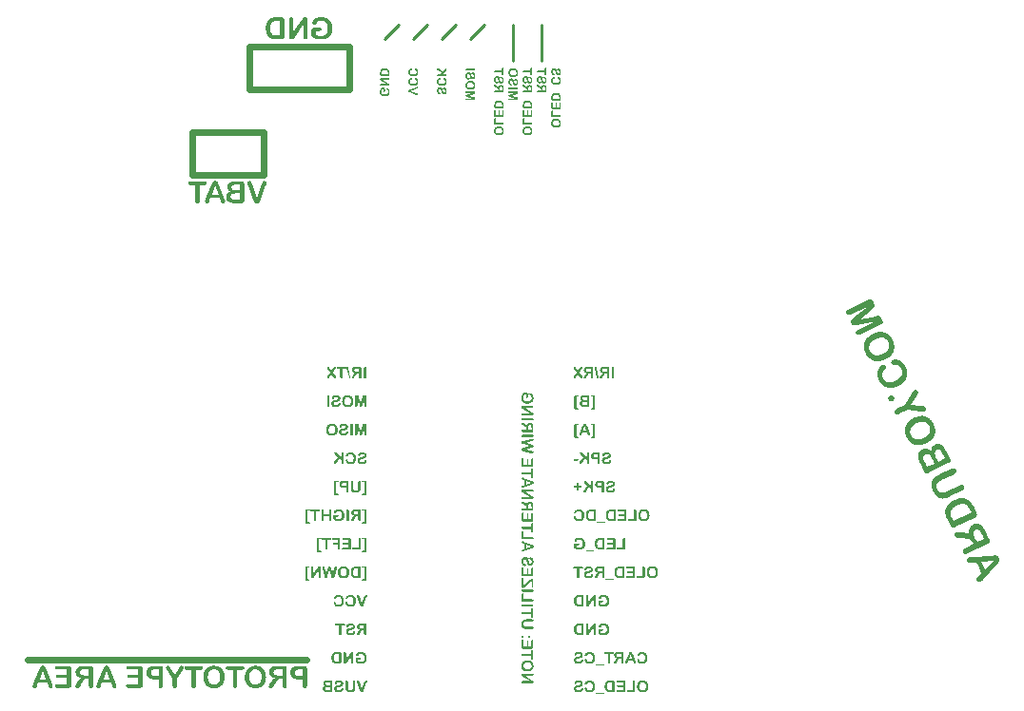
<source format=gbr>
G04 EAGLE Gerber RS-274X export*
G75*
%MOMM*%
%FSLAX34Y34*%
%LPD*%
%INSilkscreen Bottom*%
%IPPOS*%
%AMOC8*
5,1,8,0,0,1.08239X$1,22.5*%
G01*
G04 Define Apertures*
%ADD10C,0.609600*%
%ADD11C,0.254000*%
G36*
X-167915Y660400D02*
X-173005Y660400D01*
X-173653Y660411D01*
X-174266Y660443D01*
X-174846Y660496D01*
X-175393Y660571D01*
X-175913Y660672D01*
X-176417Y660804D01*
X-176903Y660968D01*
X-177372Y661163D01*
X-177823Y661391D01*
X-178257Y661653D01*
X-178672Y661950D01*
X-179069Y662281D01*
X-179540Y662750D01*
X-179966Y663249D01*
X-180349Y663779D01*
X-180687Y664339D01*
X-180982Y664932D01*
X-181236Y665561D01*
X-181449Y666225D01*
X-181620Y666924D01*
X-181753Y667660D01*
X-181847Y668433D01*
X-181904Y669245D01*
X-181923Y670094D01*
X-181911Y670741D01*
X-181876Y671367D01*
X-181817Y671972D01*
X-181735Y672557D01*
X-181629Y673120D01*
X-181499Y673662D01*
X-181346Y674184D01*
X-181170Y674684D01*
X-180970Y675164D01*
X-180746Y675622D01*
X-180499Y676060D01*
X-180229Y676476D01*
X-179935Y676872D01*
X-179617Y677247D01*
X-179276Y677600D01*
X-178911Y677933D01*
X-178617Y678176D01*
X-178316Y678399D01*
X-178006Y678602D01*
X-177688Y678785D01*
X-177361Y678947D01*
X-177027Y679090D01*
X-176684Y679212D01*
X-176333Y679314D01*
X-175969Y679400D01*
X-175587Y679475D01*
X-175188Y679539D01*
X-174771Y679590D01*
X-174336Y679631D01*
X-173884Y679659D01*
X-172926Y679682D01*
X-167836Y679682D01*
X-167531Y679674D01*
X-167248Y679647D01*
X-166987Y679603D01*
X-166748Y679541D01*
X-166530Y679461D01*
X-166334Y679364D01*
X-166160Y679249D01*
X-166008Y679117D01*
X-165875Y678965D01*
X-165760Y678790D01*
X-165663Y678595D01*
X-165584Y678377D01*
X-165522Y678138D01*
X-165478Y677876D01*
X-165451Y677593D01*
X-165442Y677289D01*
X-165442Y663149D01*
X-165452Y662704D01*
X-165483Y662302D01*
X-165535Y661944D01*
X-165607Y661630D01*
X-165712Y661354D01*
X-165865Y661110D01*
X-166064Y660900D01*
X-166310Y660722D01*
X-166453Y660647D01*
X-166613Y660581D01*
X-166981Y660481D01*
X-167415Y660420D01*
X-167915Y660400D01*
G37*
%LPC*%
G36*
X-169349Y663504D02*
X-169349Y676591D01*
X-171927Y676591D01*
X-172366Y676585D01*
X-172788Y676567D01*
X-173194Y676537D01*
X-173584Y676494D01*
X-173957Y676440D01*
X-174314Y676373D01*
X-174654Y676294D01*
X-174978Y676203D01*
X-175288Y676090D01*
X-175584Y675945D01*
X-175869Y675767D01*
X-176141Y675557D01*
X-176400Y675315D01*
X-176647Y675041D01*
X-176881Y674734D01*
X-177102Y674395D01*
X-177304Y674017D01*
X-177479Y673595D01*
X-177627Y673128D01*
X-177749Y672616D01*
X-177843Y672059D01*
X-177910Y671458D01*
X-177950Y670811D01*
X-177964Y670120D01*
X-177956Y669623D01*
X-177933Y669145D01*
X-177895Y668685D01*
X-177841Y668244D01*
X-177773Y667822D01*
X-177688Y667418D01*
X-177589Y667034D01*
X-177474Y666667D01*
X-177344Y666320D01*
X-177198Y665991D01*
X-177038Y665681D01*
X-176862Y665390D01*
X-176670Y665117D01*
X-176463Y664863D01*
X-176241Y664628D01*
X-176004Y664412D01*
X-175777Y664232D01*
X-175531Y664073D01*
X-175264Y663936D01*
X-174978Y663820D01*
X-174685Y663724D01*
X-174396Y663649D01*
X-174113Y663593D01*
X-173834Y663557D01*
X-173176Y663517D01*
X-172308Y663504D01*
X-169349Y663504D01*
G37*
%LPD*%
G36*
X-146828Y660071D02*
X-147024Y660080D01*
X-147211Y660107D01*
X-147389Y660151D01*
X-147558Y660213D01*
X-147718Y660292D01*
X-147869Y660389D01*
X-148011Y660504D01*
X-148143Y660637D01*
X-148264Y660787D01*
X-148368Y660953D01*
X-148456Y661137D01*
X-148528Y661337D01*
X-148584Y661554D01*
X-148624Y661788D01*
X-148648Y662039D01*
X-148656Y662307D01*
X-148656Y673606D01*
X-155983Y662373D01*
X-156614Y661472D01*
X-156943Y661059D01*
X-157298Y660703D01*
X-157485Y660549D01*
X-157679Y660418D01*
X-157880Y660309D01*
X-158087Y660222D01*
X-158304Y660156D01*
X-158534Y660109D01*
X-158778Y660081D01*
X-159034Y660071D01*
X-159289Y660081D01*
X-159527Y660111D01*
X-159749Y660160D01*
X-159955Y660230D01*
X-160144Y660319D01*
X-160317Y660428D01*
X-160473Y660557D01*
X-160612Y660706D01*
X-160736Y660874D01*
X-160843Y661063D01*
X-160933Y661271D01*
X-161007Y661499D01*
X-161065Y661747D01*
X-161106Y662015D01*
X-161130Y662302D01*
X-161139Y662610D01*
X-161139Y677775D01*
X-161131Y678046D01*
X-161108Y678299D01*
X-161070Y678535D01*
X-161017Y678753D01*
X-160948Y678954D01*
X-160865Y679138D01*
X-160766Y679304D01*
X-160652Y679452D01*
X-160525Y679583D01*
X-160386Y679697D01*
X-160237Y679793D01*
X-160076Y679871D01*
X-159905Y679933D01*
X-159722Y679976D01*
X-159528Y680003D01*
X-159323Y680011D01*
X-159125Y680003D01*
X-158937Y679976D01*
X-158759Y679933D01*
X-158592Y679871D01*
X-158435Y679793D01*
X-158289Y679697D01*
X-158153Y679583D01*
X-158028Y679452D01*
X-157915Y679304D01*
X-157818Y679138D01*
X-157735Y678954D01*
X-157668Y678753D01*
X-157615Y678535D01*
X-157578Y678299D01*
X-157555Y678046D01*
X-157548Y677775D01*
X-157548Y666306D01*
X-150037Y677670D01*
X-149426Y678630D01*
X-149133Y679048D01*
X-148847Y679380D01*
X-148700Y679517D01*
X-148541Y679640D01*
X-148371Y679747D01*
X-148189Y679840D01*
X-147992Y679915D01*
X-147777Y679968D01*
X-147542Y680001D01*
X-147288Y680011D01*
X-146959Y679988D01*
X-146641Y679918D01*
X-146334Y679800D01*
X-146039Y679636D01*
X-145770Y679435D01*
X-145542Y679207D01*
X-145356Y678952D01*
X-145210Y678670D01*
X-145118Y678375D01*
X-145052Y678028D01*
X-145013Y677631D01*
X-145000Y677183D01*
X-145000Y662307D01*
X-145008Y662042D01*
X-145031Y661794D01*
X-145070Y661561D01*
X-145125Y661345D01*
X-145195Y661146D01*
X-145281Y660962D01*
X-145382Y660794D01*
X-145500Y660643D01*
X-145630Y660509D01*
X-145770Y660393D01*
X-145921Y660295D01*
X-146082Y660214D01*
X-146253Y660152D01*
X-146434Y660107D01*
X-146626Y660080D01*
X-146828Y660071D01*
G37*
G36*
X-132684Y660071D02*
X-133156Y660078D01*
X-133619Y660098D01*
X-134074Y660132D01*
X-134519Y660180D01*
X-134955Y660241D01*
X-135382Y660315D01*
X-135800Y660403D01*
X-136209Y660505D01*
X-137026Y660754D01*
X-137860Y661068D01*
X-138710Y661445D01*
X-139576Y661886D01*
X-139865Y662052D01*
X-140127Y662222D01*
X-140362Y662394D01*
X-140569Y662570D01*
X-140748Y662753D01*
X-140896Y662947D01*
X-141014Y663151D01*
X-141102Y663366D01*
X-141165Y663605D01*
X-141210Y663881D01*
X-141238Y664193D01*
X-141247Y664543D01*
X-141247Y668239D01*
X-141225Y668708D01*
X-141159Y669114D01*
X-141110Y669294D01*
X-141051Y669458D01*
X-140980Y669606D01*
X-140898Y669739D01*
X-140710Y669966D01*
X-140495Y670150D01*
X-140253Y670289D01*
X-139984Y670383D01*
X-139686Y670446D01*
X-139356Y670492D01*
X-138995Y670519D01*
X-138603Y670528D01*
X-134170Y670528D01*
X-133975Y670521D01*
X-133790Y670502D01*
X-133616Y670469D01*
X-133452Y670423D01*
X-133298Y670363D01*
X-133155Y670291D01*
X-133023Y670206D01*
X-132901Y670107D01*
X-132697Y669883D01*
X-132616Y669760D01*
X-132551Y669630D01*
X-132500Y669494D01*
X-132463Y669350D01*
X-132441Y669199D01*
X-132434Y669042D01*
X-132443Y668851D01*
X-132469Y668676D01*
X-132513Y668514D01*
X-132574Y668367D01*
X-132652Y668235D01*
X-132748Y668117D01*
X-132862Y668013D01*
X-132993Y667924D01*
X-133141Y667846D01*
X-133306Y667780D01*
X-133685Y667677D01*
X-134131Y667615D01*
X-134644Y667595D01*
X-137669Y667595D01*
X-137669Y664464D01*
X-137059Y664154D01*
X-136454Y663882D01*
X-135853Y663648D01*
X-135255Y663452D01*
X-134650Y663296D01*
X-134024Y663185D01*
X-133377Y663119D01*
X-132710Y663096D01*
X-132367Y663104D01*
X-132032Y663125D01*
X-131708Y663161D01*
X-131393Y663211D01*
X-131088Y663275D01*
X-130792Y663353D01*
X-130506Y663446D01*
X-130229Y663553D01*
X-129962Y663675D01*
X-129705Y663811D01*
X-129457Y663961D01*
X-129219Y664125D01*
X-128991Y664303D01*
X-128772Y664496D01*
X-128563Y664703D01*
X-128363Y664925D01*
X-128174Y665159D01*
X-127998Y665406D01*
X-127833Y665665D01*
X-127681Y665937D01*
X-127541Y666220D01*
X-127413Y666516D01*
X-127298Y666824D01*
X-127194Y667144D01*
X-127103Y667477D01*
X-127024Y667821D01*
X-126957Y668178D01*
X-126902Y668548D01*
X-126859Y668929D01*
X-126829Y669323D01*
X-126811Y669728D01*
X-126805Y670146D01*
X-126811Y670533D01*
X-126830Y670912D01*
X-126861Y671281D01*
X-126905Y671643D01*
X-126961Y671995D01*
X-127030Y672339D01*
X-127206Y673001D01*
X-127428Y673620D01*
X-127696Y674189D01*
X-128007Y674708D01*
X-128363Y675177D01*
X-128761Y675595D01*
X-129197Y675960D01*
X-129429Y676123D01*
X-129671Y676272D01*
X-129923Y676409D01*
X-130185Y676532D01*
X-130456Y676642D01*
X-130736Y676737D01*
X-131025Y676817D01*
X-131323Y676882D01*
X-131630Y676934D01*
X-131946Y676970D01*
X-132271Y676992D01*
X-132605Y676999D01*
X-132927Y676993D01*
X-133234Y676975D01*
X-133526Y676944D01*
X-133804Y676901D01*
X-134067Y676845D01*
X-134315Y676777D01*
X-134549Y676697D01*
X-134769Y676605D01*
X-135171Y676396D01*
X-135530Y676164D01*
X-135845Y675909D01*
X-136117Y675631D01*
X-136381Y675307D01*
X-136673Y674914D01*
X-137340Y673921D01*
X-137479Y673754D01*
X-137634Y673606D01*
X-137805Y673477D01*
X-137991Y673369D01*
X-138187Y673283D01*
X-138387Y673221D01*
X-138592Y673184D01*
X-138800Y673172D01*
X-138987Y673180D01*
X-139168Y673204D01*
X-139342Y673245D01*
X-139509Y673302D01*
X-139669Y673375D01*
X-139822Y673464D01*
X-139969Y673569D01*
X-140109Y673691D01*
X-140237Y673824D01*
X-140348Y673965D01*
X-140442Y674111D01*
X-140518Y674265D01*
X-140578Y674425D01*
X-140621Y674593D01*
X-140646Y674767D01*
X-140655Y674947D01*
X-140647Y675121D01*
X-140625Y675302D01*
X-140536Y675681D01*
X-140388Y676084D01*
X-140181Y676513D01*
X-139916Y676947D01*
X-139593Y677371D01*
X-139212Y677783D01*
X-138774Y678183D01*
X-138532Y678376D01*
X-138272Y678561D01*
X-137994Y678737D01*
X-137699Y678905D01*
X-137055Y679215D01*
X-136341Y679492D01*
X-135959Y679613D01*
X-135563Y679719D01*
X-135153Y679808D01*
X-134729Y679881D01*
X-134292Y679938D01*
X-133840Y679979D01*
X-133374Y680003D01*
X-132894Y680011D01*
X-132310Y680000D01*
X-131742Y679968D01*
X-131189Y679914D01*
X-130652Y679839D01*
X-130130Y679741D01*
X-129624Y679623D01*
X-129134Y679483D01*
X-128659Y679321D01*
X-128201Y679139D01*
X-127761Y678937D01*
X-127338Y678717D01*
X-126933Y678477D01*
X-126545Y678219D01*
X-126176Y677941D01*
X-125824Y677644D01*
X-125489Y677328D01*
X-125174Y676994D01*
X-124878Y676642D01*
X-124601Y676272D01*
X-124345Y675884D01*
X-124108Y675479D01*
X-123891Y675057D01*
X-123694Y674616D01*
X-123516Y674158D01*
X-123359Y673685D01*
X-123223Y673200D01*
X-123107Y672704D01*
X-123013Y672195D01*
X-122940Y671674D01*
X-122887Y671142D01*
X-122856Y670598D01*
X-122845Y670041D01*
X-122856Y669476D01*
X-122889Y668924D01*
X-122943Y668386D01*
X-123018Y667861D01*
X-123115Y667350D01*
X-123234Y666852D01*
X-123374Y666368D01*
X-123536Y665898D01*
X-123718Y665443D01*
X-123919Y665005D01*
X-124138Y664585D01*
X-124376Y664182D01*
X-124633Y663796D01*
X-124908Y663427D01*
X-125203Y663075D01*
X-125516Y662741D01*
X-125846Y662425D01*
X-126194Y662129D01*
X-126558Y661852D01*
X-126939Y661594D01*
X-127337Y661355D01*
X-127752Y661136D01*
X-128184Y660936D01*
X-128633Y660755D01*
X-129096Y660595D01*
X-129572Y660456D01*
X-130060Y660338D01*
X-130560Y660242D01*
X-131072Y660167D01*
X-131597Y660114D01*
X-132134Y660082D01*
X-132684Y660071D01*
G37*
G36*
X-203516Y514350D02*
X-209408Y514350D01*
X-210147Y514359D01*
X-210839Y514388D01*
X-211482Y514435D01*
X-212078Y514501D01*
X-212634Y514590D01*
X-213157Y514707D01*
X-213647Y514850D01*
X-214104Y515021D01*
X-214447Y515186D01*
X-214771Y515372D01*
X-215078Y515580D01*
X-215367Y515808D01*
X-215637Y516058D01*
X-215889Y516329D01*
X-216124Y516621D01*
X-216340Y516935D01*
X-216534Y517264D01*
X-216702Y517603D01*
X-216845Y517952D01*
X-216961Y518311D01*
X-217052Y518680D01*
X-217117Y519059D01*
X-217156Y519449D01*
X-217169Y519848D01*
X-217154Y520276D01*
X-217109Y520687D01*
X-217035Y521080D01*
X-216931Y521454D01*
X-216797Y521811D01*
X-216634Y522150D01*
X-216441Y522471D01*
X-216218Y522775D01*
X-215966Y523060D01*
X-215684Y523327D01*
X-215372Y523577D01*
X-215030Y523809D01*
X-214659Y524023D01*
X-214258Y524219D01*
X-213828Y524397D01*
X-213367Y524557D01*
X-213718Y524731D01*
X-214046Y524916D01*
X-214351Y525114D01*
X-214633Y525325D01*
X-214893Y525547D01*
X-215131Y525781D01*
X-215345Y526028D01*
X-215538Y526286D01*
X-215707Y526557D01*
X-215854Y526840D01*
X-215978Y527135D01*
X-216080Y527442D01*
X-216159Y527762D01*
X-216216Y528093D01*
X-216250Y528436D01*
X-216261Y528792D01*
X-216244Y529208D01*
X-216192Y529613D01*
X-216106Y530007D01*
X-215985Y530390D01*
X-215831Y530760D01*
X-215646Y531114D01*
X-215430Y531451D01*
X-215182Y531771D01*
X-214910Y532070D01*
X-214617Y532342D01*
X-214304Y532586D01*
X-213972Y532804D01*
X-213558Y533027D01*
X-213117Y533212D01*
X-212650Y533356D01*
X-212157Y533461D01*
X-211628Y533536D01*
X-211052Y533590D01*
X-210431Y533622D01*
X-209763Y533632D01*
X-203516Y533632D01*
X-203214Y533624D01*
X-202934Y533597D01*
X-202676Y533554D01*
X-202439Y533493D01*
X-202223Y533414D01*
X-202030Y533318D01*
X-201858Y533204D01*
X-201707Y533073D01*
X-201576Y532922D01*
X-201463Y532749D01*
X-201366Y532553D01*
X-201288Y532335D01*
X-201227Y532095D01*
X-201183Y531832D01*
X-201157Y531546D01*
X-201148Y531239D01*
X-201148Y516744D01*
X-201157Y516442D01*
X-201182Y516161D01*
X-201225Y515902D01*
X-201285Y515664D01*
X-201361Y515447D01*
X-201455Y515251D01*
X-201566Y515076D01*
X-201694Y514922D01*
X-201842Y514788D01*
X-202013Y514672D01*
X-202206Y514573D01*
X-202422Y514493D01*
X-202661Y514430D01*
X-202923Y514386D01*
X-203208Y514359D01*
X-203516Y514350D01*
G37*
%LPC*%
G36*
X-205055Y517283D02*
X-205055Y522913D01*
X-209119Y522913D01*
X-209613Y522902D01*
X-210075Y522872D01*
X-210506Y522820D01*
X-210904Y522748D01*
X-211272Y522656D01*
X-211607Y522543D01*
X-211911Y522409D01*
X-212184Y522255D01*
X-212424Y522078D01*
X-212632Y521876D01*
X-212809Y521649D01*
X-212953Y521397D01*
X-213065Y521120D01*
X-213145Y520817D01*
X-213193Y520490D01*
X-213209Y520137D01*
X-213194Y519792D01*
X-213148Y519468D01*
X-213070Y519167D01*
X-212962Y518889D01*
X-212823Y518632D01*
X-212653Y518398D01*
X-212452Y518186D01*
X-212220Y517997D01*
X-211957Y517829D01*
X-211663Y517685D01*
X-211338Y517562D01*
X-210983Y517462D01*
X-210596Y517383D01*
X-210178Y517328D01*
X-209730Y517294D01*
X-209309Y517285D01*
X-209250Y517283D01*
X-205055Y517283D01*
G37*
G36*
X-205055Y525714D02*
X-205055Y530699D01*
X-208224Y530699D01*
X-208740Y530692D01*
X-209222Y530669D01*
X-209669Y530632D01*
X-210082Y530579D01*
X-210462Y530512D01*
X-210807Y530429D01*
X-211118Y530332D01*
X-211394Y530219D01*
X-211638Y530084D01*
X-211849Y529918D01*
X-212028Y529721D01*
X-212174Y529494D01*
X-212287Y529236D01*
X-212369Y528948D01*
X-212417Y528629D01*
X-212433Y528279D01*
X-212413Y527945D01*
X-212351Y527628D01*
X-212248Y527327D01*
X-212105Y527043D01*
X-211994Y526857D01*
X-211871Y526686D01*
X-211736Y526531D01*
X-211590Y526392D01*
X-211432Y526268D01*
X-211262Y526160D01*
X-211081Y526067D01*
X-210888Y525990D01*
X-210449Y525870D01*
X-209926Y525783D01*
X-209321Y525732D01*
X-208632Y525714D01*
X-205055Y525714D01*
G37*
%LPD*%
G36*
X-220005Y514021D02*
X-220214Y514029D01*
X-220408Y514053D01*
X-220587Y514092D01*
X-220751Y514148D01*
X-220900Y514219D01*
X-221033Y514306D01*
X-221151Y514409D01*
X-221254Y514528D01*
X-221455Y514840D01*
X-221675Y515269D01*
X-221915Y515816D01*
X-222175Y516481D01*
X-223096Y518954D01*
X-230935Y518954D01*
X-231856Y516533D01*
X-232296Y515501D01*
X-232545Y514991D01*
X-232663Y514793D01*
X-232776Y514633D01*
X-232895Y514499D01*
X-233026Y514380D01*
X-233171Y514275D01*
X-233329Y514186D01*
X-233502Y514114D01*
X-233691Y514062D01*
X-233896Y514031D01*
X-234118Y514021D01*
X-234312Y514030D01*
X-234498Y514056D01*
X-234678Y514100D01*
X-234850Y514161D01*
X-235015Y514240D01*
X-235172Y514336D01*
X-235323Y514449D01*
X-235466Y514580D01*
X-235711Y514867D01*
X-235807Y515015D01*
X-235886Y515167D01*
X-235947Y515323D01*
X-235990Y515482D01*
X-236017Y515644D01*
X-236025Y515810D01*
X-236016Y515983D01*
X-235988Y516181D01*
X-235877Y516649D01*
X-235692Y517213D01*
X-235433Y517875D01*
X-230396Y530318D01*
X-229810Y531811D01*
X-229689Y532086D01*
X-229554Y532352D01*
X-229245Y532856D01*
X-229064Y533089D01*
X-228857Y533299D01*
X-228623Y533486D01*
X-228364Y533652D01*
X-228074Y533787D01*
X-227750Y533884D01*
X-227393Y533942D01*
X-227002Y533961D01*
X-226617Y533942D01*
X-226264Y533884D01*
X-225943Y533787D01*
X-225654Y533652D01*
X-225394Y533486D01*
X-225161Y533295D01*
X-224954Y533081D01*
X-224773Y532843D01*
X-224608Y532577D01*
X-224447Y532279D01*
X-224292Y531949D01*
X-224141Y531587D01*
X-223635Y530292D01*
X-218703Y517770D01*
X-218443Y517102D01*
X-218269Y516599D01*
X-218211Y516390D01*
X-218170Y516185D01*
X-218145Y515983D01*
X-218137Y515784D01*
X-218146Y515615D01*
X-218172Y515451D01*
X-218217Y515291D01*
X-218279Y515136D01*
X-218358Y514985D01*
X-218455Y514839D01*
X-218703Y514560D01*
X-218847Y514434D01*
X-218996Y514325D01*
X-219151Y514232D01*
X-219311Y514156D01*
X-219476Y514097D01*
X-219647Y514055D01*
X-219823Y514030D01*
X-220005Y514021D01*
G37*
%LPC*%
G36*
X-224122Y521887D02*
X-226976Y529844D01*
X-229883Y521887D01*
X-224122Y521887D01*
G37*
%LPD*%
G36*
X-189772Y514021D02*
X-190152Y514041D01*
X-190500Y514100D01*
X-190819Y514199D01*
X-191107Y514337D01*
X-191367Y514506D01*
X-191599Y514697D01*
X-191804Y514910D01*
X-191982Y515146D01*
X-192141Y515402D01*
X-192291Y515678D01*
X-192431Y515974D01*
X-192561Y516290D01*
X-193060Y517665D01*
X-197730Y530265D01*
X-197967Y530929D01*
X-198075Y531255D01*
X-198164Y531587D01*
X-198223Y531911D01*
X-198243Y532212D01*
X-198228Y532422D01*
X-198182Y532631D01*
X-198106Y532840D01*
X-197999Y533047D01*
X-197866Y533244D01*
X-197710Y533420D01*
X-197531Y533576D01*
X-197329Y533711D01*
X-197110Y533821D01*
X-196883Y533899D01*
X-196647Y533946D01*
X-196401Y533961D01*
X-196077Y533941D01*
X-195790Y533881D01*
X-195538Y533780D01*
X-195323Y533639D01*
X-195139Y533473D01*
X-194984Y533297D01*
X-194857Y533111D01*
X-194757Y532916D01*
X-194543Y532358D01*
X-194244Y531488D01*
X-189864Y518467D01*
X-185497Y531396D01*
X-185282Y532022D01*
X-185068Y532556D01*
X-184857Y532998D01*
X-184649Y533350D01*
X-184536Y533493D01*
X-184405Y533617D01*
X-184256Y533722D01*
X-184088Y533808D01*
X-183902Y533875D01*
X-183698Y533923D01*
X-183476Y533952D01*
X-183235Y533961D01*
X-183036Y533953D01*
X-182845Y533927D01*
X-182662Y533884D01*
X-182489Y533823D01*
X-182324Y533745D01*
X-182167Y533650D01*
X-182019Y533538D01*
X-181880Y533409D01*
X-181644Y533125D01*
X-181552Y532978D01*
X-181476Y532827D01*
X-181417Y532672D01*
X-181375Y532514D01*
X-181349Y532351D01*
X-181341Y532186D01*
X-181362Y531893D01*
X-181427Y531541D01*
X-181522Y531173D01*
X-181637Y530831D01*
X-181880Y530160D01*
X-186471Y517665D01*
X-186971Y516297D01*
X-187101Y515983D01*
X-187242Y515687D01*
X-187393Y515408D01*
X-187556Y515146D01*
X-187737Y514905D01*
X-187944Y514689D01*
X-188177Y514497D01*
X-188437Y514330D01*
X-188725Y514195D01*
X-189044Y514098D01*
X-189393Y514041D01*
X-189772Y514021D01*
G37*
G36*
X-242845Y514021D02*
X-243054Y514030D01*
X-243253Y514058D01*
X-243442Y514104D01*
X-243621Y514168D01*
X-243790Y514250D01*
X-243950Y514350D01*
X-244099Y514469D01*
X-244239Y514606D01*
X-244365Y514763D01*
X-244475Y514938D01*
X-244568Y515133D01*
X-244643Y515348D01*
X-244702Y515582D01*
X-244745Y515836D01*
X-244770Y516109D01*
X-244778Y516402D01*
X-244778Y530410D01*
X-249040Y530410D01*
X-249282Y530417D01*
X-249508Y530437D01*
X-249719Y530472D01*
X-249915Y530520D01*
X-250094Y530582D01*
X-250258Y530658D01*
X-250407Y530747D01*
X-250539Y530851D01*
X-250657Y530965D01*
X-250758Y531089D01*
X-250844Y531221D01*
X-250914Y531362D01*
X-250969Y531512D01*
X-251008Y531671D01*
X-251031Y531838D01*
X-251039Y532015D01*
X-251031Y532191D01*
X-251008Y532359D01*
X-250970Y532518D01*
X-250916Y532669D01*
X-250847Y532811D01*
X-250762Y532944D01*
X-250662Y533069D01*
X-250546Y533185D01*
X-250415Y533290D01*
X-250267Y533381D01*
X-250103Y533458D01*
X-249923Y533521D01*
X-249726Y533570D01*
X-249514Y533604D01*
X-249285Y533625D01*
X-249040Y533632D01*
X-236623Y533632D01*
X-236390Y533626D01*
X-236172Y533605D01*
X-235967Y533571D01*
X-235777Y533524D01*
X-235600Y533463D01*
X-235438Y533388D01*
X-235291Y533300D01*
X-235157Y533198D01*
X-235038Y533085D01*
X-234935Y532962D01*
X-234848Y532828D01*
X-234777Y532685D01*
X-234722Y532532D01*
X-234682Y532370D01*
X-234658Y532197D01*
X-234650Y532015D01*
X-234658Y531838D01*
X-234681Y531671D01*
X-234719Y531512D01*
X-234772Y531362D01*
X-234841Y531221D01*
X-234924Y531089D01*
X-235023Y530965D01*
X-235137Y530851D01*
X-235267Y530747D01*
X-235412Y530658D01*
X-235574Y530582D01*
X-235752Y530520D01*
X-235946Y530472D01*
X-236156Y530437D01*
X-236382Y530417D01*
X-236623Y530410D01*
X-240885Y530410D01*
X-240885Y516402D01*
X-240894Y516112D01*
X-240919Y515841D01*
X-240962Y515589D01*
X-241021Y515356D01*
X-241098Y515142D01*
X-241192Y514947D01*
X-241303Y514770D01*
X-241431Y514613D01*
X-241572Y514474D01*
X-241724Y514354D01*
X-241886Y514252D01*
X-242057Y514169D01*
X-242239Y514104D01*
X-242431Y514058D01*
X-242633Y514030D01*
X-242845Y514021D01*
G37*
G36*
X-228059Y82221D02*
X-228620Y82232D01*
X-229164Y82266D01*
X-229693Y82321D01*
X-230206Y82399D01*
X-230703Y82499D01*
X-231183Y82621D01*
X-231648Y82765D01*
X-232097Y82931D01*
X-232529Y83119D01*
X-232944Y83326D01*
X-233341Y83553D01*
X-233721Y83800D01*
X-234084Y84066D01*
X-234430Y84352D01*
X-234758Y84658D01*
X-235069Y84983D01*
X-235362Y85326D01*
X-235637Y85685D01*
X-235892Y86058D01*
X-236128Y86447D01*
X-236346Y86850D01*
X-236544Y87269D01*
X-236724Y87704D01*
X-236885Y88153D01*
X-237026Y88617D01*
X-237149Y89093D01*
X-237253Y89582D01*
X-237338Y90083D01*
X-237404Y90598D01*
X-237452Y91125D01*
X-237480Y91665D01*
X-237490Y92218D01*
X-237472Y92962D01*
X-237421Y93681D01*
X-237334Y94376D01*
X-237213Y95047D01*
X-237058Y95693D01*
X-236868Y96315D01*
X-236644Y96912D01*
X-236385Y97485D01*
X-236092Y98030D01*
X-235767Y98542D01*
X-235409Y99023D01*
X-235018Y99471D01*
X-234595Y99888D01*
X-234139Y100272D01*
X-233651Y100624D01*
X-233129Y100945D01*
X-232578Y101230D01*
X-232001Y101477D01*
X-231397Y101686D01*
X-230767Y101857D01*
X-230110Y101990D01*
X-229426Y102085D01*
X-228716Y102142D01*
X-227980Y102161D01*
X-227435Y102150D01*
X-226905Y102118D01*
X-226389Y102064D01*
X-225889Y101989D01*
X-225403Y101891D01*
X-224932Y101773D01*
X-224475Y101633D01*
X-224034Y101471D01*
X-223608Y101289D01*
X-223199Y101087D01*
X-222806Y100867D01*
X-222429Y100627D01*
X-222069Y100369D01*
X-221726Y100091D01*
X-221398Y99794D01*
X-221088Y99478D01*
X-220794Y99144D01*
X-220518Y98792D01*
X-220261Y98424D01*
X-220021Y98038D01*
X-219799Y97635D01*
X-219594Y97214D01*
X-219408Y96776D01*
X-219240Y96321D01*
X-219090Y95852D01*
X-218961Y95371D01*
X-218851Y94879D01*
X-218761Y94375D01*
X-218691Y93859D01*
X-218642Y93332D01*
X-218612Y92794D01*
X-218602Y92244D01*
X-218611Y91706D01*
X-218640Y91178D01*
X-218688Y90659D01*
X-218755Y90149D01*
X-218841Y89649D01*
X-218946Y89159D01*
X-219070Y88677D01*
X-219213Y88206D01*
X-219375Y87747D01*
X-219556Y87306D01*
X-219754Y86881D01*
X-219971Y86473D01*
X-220207Y86082D01*
X-220460Y85708D01*
X-220732Y85350D01*
X-221022Y85010D01*
X-221330Y84687D01*
X-221657Y84383D01*
X-222003Y84097D01*
X-222367Y83831D01*
X-222749Y83583D01*
X-223150Y83354D01*
X-223570Y83143D01*
X-224008Y82951D01*
X-224462Y82780D01*
X-224932Y82632D01*
X-225416Y82506D01*
X-225915Y82404D01*
X-226429Y82324D01*
X-226957Y82267D01*
X-227501Y82233D01*
X-228059Y82221D01*
G37*
%LPC*%
G36*
X-228032Y85325D02*
X-227743Y85332D01*
X-227459Y85352D01*
X-227181Y85386D01*
X-226910Y85434D01*
X-226644Y85495D01*
X-226384Y85569D01*
X-225882Y85759D01*
X-225406Y86004D01*
X-224958Y86304D01*
X-224538Y86658D01*
X-224146Y87068D01*
X-223962Y87294D01*
X-223789Y87534D01*
X-223627Y87788D01*
X-223475Y88056D01*
X-223334Y88339D01*
X-223204Y88635D01*
X-222975Y89271D01*
X-222878Y89608D01*
X-222794Y89955D01*
X-222723Y90312D01*
X-222664Y90679D01*
X-222619Y91055D01*
X-222587Y91441D01*
X-222567Y91838D01*
X-222561Y92244D01*
X-222567Y92647D01*
X-222587Y93039D01*
X-222619Y93422D01*
X-222664Y93794D01*
X-222723Y94157D01*
X-222794Y94509D01*
X-222878Y94851D01*
X-222975Y95184D01*
X-223201Y95809D01*
X-223465Y96376D01*
X-223767Y96884D01*
X-224106Y97334D01*
X-224482Y97730D01*
X-224892Y98076D01*
X-225337Y98371D01*
X-225816Y98616D01*
X-226324Y98809D01*
X-226586Y98885D01*
X-226854Y98947D01*
X-227127Y98995D01*
X-227406Y99030D01*
X-227690Y99050D01*
X-227980Y99057D01*
X-228385Y99045D01*
X-228779Y99007D01*
X-229160Y98945D01*
X-229530Y98858D01*
X-229889Y98746D01*
X-229892Y98745D01*
X-230235Y98609D01*
X-230570Y98448D01*
X-230893Y98261D01*
X-231201Y98051D01*
X-231491Y97816D01*
X-231763Y97558D01*
X-232016Y97277D01*
X-232251Y96971D01*
X-232468Y96642D01*
X-232666Y96290D01*
X-232847Y95914D01*
X-233007Y95517D01*
X-233146Y95102D01*
X-233263Y94670D01*
X-233359Y94220D01*
X-233434Y93753D01*
X-233488Y93267D01*
X-233520Y92764D01*
X-233530Y92244D01*
X-233519Y91683D01*
X-233484Y91145D01*
X-233426Y90629D01*
X-233345Y90136D01*
X-233240Y89666D01*
X-233112Y89218D01*
X-232962Y88793D01*
X-232787Y88390D01*
X-232594Y88011D01*
X-232384Y87658D01*
X-232158Y87331D01*
X-231916Y87029D01*
X-231658Y86752D01*
X-231384Y86501D01*
X-231094Y86275D01*
X-230788Y86075D01*
X-230470Y85899D01*
X-230145Y85747D01*
X-229812Y85618D01*
X-229471Y85513D01*
X-229123Y85431D01*
X-228767Y85372D01*
X-228404Y85337D01*
X-228032Y85325D01*
G37*
%LPD*%
G36*
X-191246Y82221D02*
X-191807Y82232D01*
X-192352Y82266D01*
X-192881Y82321D01*
X-193394Y82399D01*
X-193890Y82499D01*
X-194371Y82621D01*
X-194836Y82765D01*
X-195284Y82931D01*
X-195716Y83119D01*
X-196131Y83326D01*
X-196528Y83553D01*
X-196909Y83800D01*
X-197272Y84066D01*
X-197617Y84352D01*
X-197946Y84658D01*
X-198257Y84983D01*
X-198550Y85326D01*
X-198824Y85685D01*
X-199079Y86058D01*
X-199316Y86447D01*
X-199533Y86850D01*
X-199732Y87269D01*
X-199911Y87704D01*
X-200072Y88153D01*
X-200214Y88617D01*
X-200337Y89093D01*
X-200441Y89582D01*
X-200526Y90083D01*
X-200592Y90598D01*
X-200639Y91125D01*
X-200668Y91665D01*
X-200677Y92218D01*
X-200660Y92962D01*
X-200608Y93681D01*
X-200522Y94376D01*
X-200401Y95047D01*
X-200245Y95693D01*
X-200056Y96315D01*
X-199831Y96912D01*
X-199572Y97485D01*
X-199280Y98030D01*
X-198954Y98542D01*
X-198597Y99023D01*
X-198206Y99471D01*
X-197783Y99888D01*
X-197327Y100272D01*
X-196838Y100624D01*
X-196317Y100945D01*
X-195766Y101230D01*
X-195189Y101477D01*
X-194585Y101686D01*
X-193954Y101857D01*
X-193297Y101990D01*
X-192614Y102085D01*
X-191904Y102142D01*
X-191167Y102161D01*
X-190622Y102150D01*
X-190092Y102118D01*
X-189577Y102064D01*
X-189076Y101989D01*
X-188590Y101891D01*
X-188119Y101773D01*
X-187663Y101633D01*
X-187221Y101471D01*
X-186796Y101289D01*
X-186386Y101087D01*
X-185993Y100867D01*
X-185617Y100627D01*
X-185257Y100369D01*
X-184913Y100091D01*
X-184586Y99794D01*
X-184275Y99478D01*
X-183982Y99144D01*
X-183706Y98792D01*
X-183448Y98424D01*
X-183208Y98038D01*
X-182986Y97635D01*
X-182782Y97214D01*
X-182596Y96776D01*
X-182427Y96321D01*
X-182278Y95852D01*
X-182148Y95371D01*
X-182038Y94879D01*
X-181949Y94375D01*
X-181879Y93859D01*
X-181829Y93332D01*
X-181799Y92794D01*
X-181789Y92244D01*
X-181799Y91706D01*
X-181827Y91178D01*
X-181875Y90659D01*
X-181942Y90149D01*
X-182028Y89649D01*
X-182133Y89159D01*
X-182258Y88677D01*
X-182401Y88206D01*
X-182563Y87747D01*
X-182743Y87306D01*
X-182942Y86881D01*
X-183159Y86473D01*
X-183394Y86082D01*
X-183648Y85708D01*
X-183919Y85350D01*
X-184209Y85010D01*
X-184518Y84687D01*
X-184845Y84383D01*
X-185190Y84097D01*
X-185554Y83831D01*
X-185937Y83583D01*
X-186338Y83354D01*
X-186757Y83143D01*
X-187195Y82951D01*
X-187650Y82780D01*
X-188119Y82632D01*
X-188603Y82506D01*
X-189102Y82404D01*
X-189616Y82324D01*
X-190145Y82267D01*
X-190688Y82233D01*
X-191246Y82221D01*
G37*
%LPC*%
G36*
X-191220Y85325D02*
X-190930Y85332D01*
X-190647Y85352D01*
X-190369Y85386D01*
X-190097Y85434D01*
X-189831Y85495D01*
X-189571Y85569D01*
X-189069Y85759D01*
X-188593Y86004D01*
X-188145Y86304D01*
X-187725Y86658D01*
X-187333Y87068D01*
X-187150Y87294D01*
X-186976Y87534D01*
X-186814Y87788D01*
X-186662Y88056D01*
X-186521Y88339D01*
X-186391Y88635D01*
X-186163Y89271D01*
X-186066Y89608D01*
X-185981Y89955D01*
X-185910Y90312D01*
X-185852Y90679D01*
X-185807Y91055D01*
X-185774Y91441D01*
X-185755Y91838D01*
X-185748Y92244D01*
X-185755Y92647D01*
X-185774Y93039D01*
X-185807Y93422D01*
X-185852Y93794D01*
X-185910Y94157D01*
X-185981Y94509D01*
X-186066Y94851D01*
X-186163Y95184D01*
X-186389Y95809D01*
X-186653Y96376D01*
X-186954Y96884D01*
X-187294Y97334D01*
X-187669Y97730D01*
X-188080Y98076D01*
X-188524Y98371D01*
X-189004Y98616D01*
X-189511Y98809D01*
X-189773Y98885D01*
X-190041Y98947D01*
X-190314Y98995D01*
X-190593Y99030D01*
X-190878Y99050D01*
X-191167Y99057D01*
X-191573Y99045D01*
X-191966Y99007D01*
X-192348Y98945D01*
X-192718Y98858D01*
X-193076Y98746D01*
X-193079Y98745D01*
X-193423Y98609D01*
X-193758Y98448D01*
X-194081Y98261D01*
X-194389Y98051D01*
X-194679Y97816D01*
X-194950Y97558D01*
X-195204Y97277D01*
X-195439Y96971D01*
X-195655Y96642D01*
X-195854Y96290D01*
X-196034Y95914D01*
X-196194Y95517D01*
X-196333Y95102D01*
X-196451Y94670D01*
X-196547Y94220D01*
X-196622Y93753D01*
X-196675Y93267D01*
X-196707Y92764D01*
X-196718Y92244D01*
X-196706Y91683D01*
X-196672Y91145D01*
X-196613Y90629D01*
X-196532Y90136D01*
X-196428Y89666D01*
X-196300Y89218D01*
X-196149Y88793D01*
X-195975Y88390D01*
X-195781Y88011D01*
X-195571Y87658D01*
X-195345Y87331D01*
X-195103Y87029D01*
X-194846Y86752D01*
X-194572Y86501D01*
X-194282Y86275D01*
X-193976Y86075D01*
X-193658Y85899D01*
X-193332Y85747D01*
X-192999Y85618D01*
X-192659Y85513D01*
X-192310Y85431D01*
X-191955Y85372D01*
X-191591Y85337D01*
X-191220Y85325D01*
G37*
%LPD*%
G36*
X-337430Y82221D02*
X-337642Y82230D01*
X-337843Y82257D01*
X-338034Y82303D01*
X-338216Y82366D01*
X-338386Y82447D01*
X-338547Y82547D01*
X-338697Y82664D01*
X-338837Y82800D01*
X-338963Y82955D01*
X-339073Y83130D01*
X-339166Y83325D01*
X-339241Y83540D01*
X-339300Y83775D01*
X-339343Y84031D01*
X-339368Y84306D01*
X-339376Y84602D01*
X-339376Y90797D01*
X-340744Y90797D01*
X-341242Y90780D01*
X-341695Y90728D01*
X-342103Y90642D01*
X-342467Y90521D01*
X-342808Y90353D01*
X-343146Y90126D01*
X-343482Y89840D01*
X-343815Y89495D01*
X-344159Y89077D01*
X-344524Y88574D01*
X-344912Y87986D01*
X-345321Y87311D01*
X-346887Y84707D01*
X-347382Y83898D01*
X-347761Y83313D01*
X-347930Y83086D01*
X-348115Y82880D01*
X-348315Y82695D01*
X-348531Y82530D01*
X-348768Y82395D01*
X-349031Y82298D01*
X-349320Y82241D01*
X-349636Y82221D01*
X-349904Y82235D01*
X-350155Y82275D01*
X-350390Y82343D01*
X-350609Y82438D01*
X-350808Y82557D01*
X-350986Y82695D01*
X-351140Y82853D01*
X-351273Y83030D01*
X-351380Y83218D01*
X-351456Y83407D01*
X-351501Y83596D01*
X-351517Y83786D01*
X-351491Y84009D01*
X-351413Y84308D01*
X-351284Y84683D01*
X-351102Y85135D01*
X-350875Y85639D01*
X-350606Y86174D01*
X-350296Y86738D01*
X-349945Y87331D01*
X-349560Y87931D01*
X-349151Y88513D01*
X-348715Y89078D01*
X-348255Y89626D01*
X-347775Y90133D01*
X-347285Y90573D01*
X-346782Y90948D01*
X-346269Y91257D01*
X-346867Y91404D01*
X-347426Y91574D01*
X-347946Y91767D01*
X-348427Y91984D01*
X-348869Y92224D01*
X-349271Y92488D01*
X-349634Y92775D01*
X-349958Y93086D01*
X-350243Y93421D01*
X-350490Y93784D01*
X-350699Y94174D01*
X-350870Y94592D01*
X-351004Y95036D01*
X-351099Y95507D01*
X-351156Y96006D01*
X-351175Y96532D01*
X-351152Y97051D01*
X-351084Y97556D01*
X-350971Y98047D01*
X-350813Y98524D01*
X-350611Y98980D01*
X-350367Y99407D01*
X-350082Y99806D01*
X-349754Y100175D01*
X-349392Y100510D01*
X-349004Y100803D01*
X-348590Y101056D01*
X-348149Y101267D01*
X-347763Y101423D01*
X-347354Y101551D01*
X-346921Y101650D01*
X-346466Y101721D01*
X-345975Y101770D01*
X-345437Y101804D01*
X-344850Y101825D01*
X-344217Y101832D01*
X-337864Y101832D01*
X-337559Y101824D01*
X-337276Y101797D01*
X-337015Y101753D01*
X-336775Y101691D01*
X-336558Y101611D01*
X-336362Y101514D01*
X-336188Y101399D01*
X-336035Y101267D01*
X-335903Y101115D01*
X-335788Y100940D01*
X-335691Y100745D01*
X-335611Y100527D01*
X-335549Y100288D01*
X-335505Y100026D01*
X-335479Y99743D01*
X-335470Y99439D01*
X-335470Y84602D01*
X-335478Y84318D01*
X-335502Y84052D01*
X-335542Y83803D01*
X-335598Y83573D01*
X-335670Y83360D01*
X-335758Y83164D01*
X-335863Y82986D01*
X-335983Y82826D01*
X-336118Y82684D01*
X-336266Y82562D01*
X-336427Y82458D01*
X-336601Y82372D01*
X-336788Y82306D01*
X-336989Y82259D01*
X-337203Y82231D01*
X-337430Y82221D01*
G37*
%LPC*%
G36*
X-339376Y93599D02*
X-339376Y98899D01*
X-342980Y98899D01*
X-343903Y98881D01*
X-344661Y98827D01*
X-344977Y98786D01*
X-345252Y98737D01*
X-345485Y98678D01*
X-345677Y98610D01*
X-346019Y98439D01*
X-346321Y98230D01*
X-346584Y97982D01*
X-346808Y97696D01*
X-346986Y97378D01*
X-347114Y97036D01*
X-347190Y96671D01*
X-347209Y96479D01*
X-347216Y96282D01*
X-347208Y96032D01*
X-347184Y95796D01*
X-347144Y95574D01*
X-347089Y95366D01*
X-347018Y95172D01*
X-346931Y94991D01*
X-346828Y94824D01*
X-346709Y94671D01*
X-346575Y94530D01*
X-346428Y94399D01*
X-346266Y94280D01*
X-346089Y94171D01*
X-345899Y94073D01*
X-345694Y93985D01*
X-345243Y93842D01*
X-344735Y93735D01*
X-344171Y93659D01*
X-343551Y93614D01*
X-342875Y93599D01*
X-339376Y93599D01*
G37*
%LPD*%
G36*
X-165242Y82221D02*
X-165454Y82230D01*
X-165656Y82257D01*
X-165847Y82303D01*
X-166028Y82366D01*
X-166199Y82447D01*
X-166359Y82547D01*
X-166510Y82664D01*
X-166650Y82800D01*
X-166776Y82955D01*
X-166885Y83130D01*
X-166978Y83325D01*
X-167054Y83540D01*
X-167113Y83775D01*
X-167155Y84031D01*
X-167180Y84306D01*
X-167189Y84602D01*
X-167189Y90797D01*
X-168557Y90797D01*
X-169054Y90780D01*
X-169507Y90728D01*
X-169916Y90642D01*
X-170280Y90521D01*
X-170621Y90353D01*
X-170959Y90126D01*
X-171295Y89840D01*
X-171628Y89495D01*
X-171971Y89077D01*
X-172337Y88574D01*
X-172724Y87986D01*
X-173134Y87311D01*
X-174699Y84707D01*
X-175194Y83898D01*
X-175574Y83313D01*
X-175743Y83086D01*
X-175927Y82880D01*
X-176128Y82695D01*
X-176343Y82530D01*
X-176580Y82395D01*
X-176843Y82298D01*
X-177133Y82241D01*
X-177448Y82221D01*
X-177716Y82235D01*
X-177968Y82275D01*
X-178203Y82343D01*
X-178422Y82438D01*
X-178621Y82557D01*
X-178798Y82695D01*
X-178953Y82853D01*
X-179086Y83030D01*
X-179192Y83218D01*
X-179268Y83407D01*
X-179314Y83596D01*
X-179329Y83786D01*
X-179303Y84009D01*
X-179226Y84308D01*
X-179096Y84683D01*
X-178915Y85135D01*
X-178687Y85639D01*
X-178418Y86174D01*
X-178108Y86738D01*
X-177757Y87331D01*
X-177373Y87931D01*
X-176963Y88513D01*
X-176528Y89078D01*
X-176067Y89626D01*
X-175588Y90133D01*
X-175097Y90573D01*
X-174595Y90948D01*
X-174081Y91257D01*
X-174680Y91404D01*
X-175239Y91574D01*
X-175759Y91767D01*
X-176240Y91984D01*
X-176681Y92224D01*
X-177084Y92488D01*
X-177447Y92775D01*
X-177770Y93086D01*
X-178056Y93421D01*
X-178303Y93784D01*
X-178512Y94174D01*
X-178683Y94592D01*
X-178816Y95036D01*
X-178911Y95507D01*
X-178968Y96006D01*
X-178987Y96532D01*
X-178965Y97051D01*
X-178897Y97556D01*
X-178784Y98047D01*
X-178625Y98524D01*
X-178424Y98980D01*
X-178180Y99407D01*
X-177894Y99806D01*
X-177567Y100175D01*
X-177205Y100510D01*
X-176817Y100803D01*
X-176403Y101056D01*
X-175962Y101267D01*
X-175576Y101423D01*
X-175166Y101551D01*
X-174734Y101650D01*
X-174278Y101721D01*
X-173788Y101770D01*
X-173249Y101804D01*
X-172663Y101825D01*
X-172029Y101832D01*
X-165676Y101832D01*
X-165371Y101824D01*
X-165088Y101797D01*
X-164827Y101753D01*
X-164588Y101691D01*
X-164370Y101611D01*
X-164174Y101514D01*
X-164000Y101399D01*
X-163848Y101267D01*
X-163715Y101115D01*
X-163600Y100940D01*
X-163503Y100745D01*
X-163424Y100527D01*
X-163362Y100288D01*
X-163318Y100026D01*
X-163291Y99743D01*
X-163282Y99439D01*
X-163282Y84602D01*
X-163290Y84318D01*
X-163314Y84052D01*
X-163354Y83803D01*
X-163411Y83573D01*
X-163483Y83360D01*
X-163571Y83164D01*
X-163675Y82986D01*
X-163795Y82826D01*
X-163930Y82684D01*
X-164078Y82562D01*
X-164239Y82458D01*
X-164414Y82372D01*
X-164601Y82306D01*
X-164802Y82259D01*
X-165015Y82231D01*
X-165242Y82221D01*
G37*
%LPC*%
G36*
X-167189Y93599D02*
X-167189Y98899D01*
X-170793Y98899D01*
X-171716Y98881D01*
X-172473Y98827D01*
X-172789Y98786D01*
X-173064Y98737D01*
X-173297Y98678D01*
X-173489Y98610D01*
X-173831Y98439D01*
X-174134Y98230D01*
X-174397Y97982D01*
X-174620Y97696D01*
X-174799Y97378D01*
X-174926Y97036D01*
X-175003Y96671D01*
X-175022Y96479D01*
X-175028Y96282D01*
X-175020Y96032D01*
X-174996Y95796D01*
X-174957Y95574D01*
X-174901Y95366D01*
X-174830Y95172D01*
X-174743Y94991D01*
X-174640Y94824D01*
X-174522Y94671D01*
X-174388Y94530D01*
X-174240Y94399D01*
X-174078Y94280D01*
X-173902Y94171D01*
X-173711Y94073D01*
X-173507Y93985D01*
X-173055Y93842D01*
X-172547Y93735D01*
X-171983Y93659D01*
X-171363Y93614D01*
X-170688Y93599D01*
X-167189Y93599D01*
G37*
%LPD*%
G36*
X-275425Y82221D02*
X-275631Y82231D01*
X-275828Y82259D01*
X-276015Y82306D01*
X-276194Y82372D01*
X-276364Y82458D01*
X-276525Y82562D01*
X-276676Y82684D01*
X-276819Y82826D01*
X-276948Y82986D01*
X-277061Y83164D01*
X-277156Y83360D01*
X-277233Y83573D01*
X-277294Y83803D01*
X-277337Y84052D01*
X-277363Y84318D01*
X-277371Y84602D01*
X-277371Y90060D01*
X-280949Y90060D01*
X-281391Y90066D01*
X-281819Y90084D01*
X-282233Y90114D01*
X-282633Y90155D01*
X-283020Y90209D01*
X-283392Y90274D01*
X-283751Y90351D01*
X-284096Y90440D01*
X-284427Y90541D01*
X-284744Y90654D01*
X-285047Y90778D01*
X-285336Y90915D01*
X-285612Y91063D01*
X-285873Y91224D01*
X-286121Y91396D01*
X-286355Y91580D01*
X-286575Y91775D01*
X-286780Y91982D01*
X-286972Y92199D01*
X-287149Y92428D01*
X-287312Y92668D01*
X-287461Y92920D01*
X-287596Y93182D01*
X-287716Y93456D01*
X-287823Y93740D01*
X-287915Y94036D01*
X-287993Y94343D01*
X-288057Y94661D01*
X-288106Y94990D01*
X-288142Y95331D01*
X-288163Y95682D01*
X-288170Y96045D01*
X-288163Y96386D01*
X-288142Y96718D01*
X-288107Y97042D01*
X-288058Y97357D01*
X-287995Y97664D01*
X-287918Y97961D01*
X-287828Y98250D01*
X-287723Y98531D01*
X-287605Y98802D01*
X-287473Y99062D01*
X-287329Y99312D01*
X-287172Y99550D01*
X-287002Y99778D01*
X-286819Y99996D01*
X-286623Y100203D01*
X-286414Y100399D01*
X-286194Y100583D01*
X-285963Y100753D01*
X-285723Y100910D01*
X-285472Y101053D01*
X-285211Y101183D01*
X-284941Y101299D01*
X-284660Y101401D01*
X-284369Y101490D01*
X-284054Y101571D01*
X-283706Y101640D01*
X-283327Y101699D01*
X-282915Y101747D01*
X-282472Y101784D01*
X-281996Y101811D01*
X-280949Y101832D01*
X-275938Y101832D01*
X-275626Y101824D01*
X-275337Y101798D01*
X-275069Y101755D01*
X-274823Y101694D01*
X-274599Y101617D01*
X-274396Y101522D01*
X-274216Y101409D01*
X-274057Y101280D01*
X-273918Y101130D01*
X-273798Y100958D01*
X-273696Y100762D01*
X-273613Y100543D01*
X-273548Y100302D01*
X-273502Y100037D01*
X-273474Y99749D01*
X-273465Y99439D01*
X-273465Y84576D01*
X-273473Y84295D01*
X-273499Y84032D01*
X-273541Y83786D01*
X-273600Y83558D01*
X-273676Y83347D01*
X-273768Y83154D01*
X-273878Y82978D01*
X-274004Y82820D01*
X-274144Y82679D01*
X-274295Y82558D01*
X-274457Y82455D01*
X-274629Y82371D01*
X-274812Y82305D01*
X-275005Y82259D01*
X-275210Y82231D01*
X-275425Y82221D01*
G37*
%LPC*%
G36*
X-277371Y93007D02*
X-277371Y98899D01*
X-280002Y98899D01*
X-280629Y98886D01*
X-281200Y98846D01*
X-281715Y98779D01*
X-282176Y98686D01*
X-282580Y98565D01*
X-282929Y98418D01*
X-283223Y98245D01*
X-283461Y98044D01*
X-283637Y97836D01*
X-283789Y97614D01*
X-283918Y97376D01*
X-284024Y97124D01*
X-284106Y96856D01*
X-284164Y96574D01*
X-284199Y96278D01*
X-284211Y95966D01*
X-284203Y95706D01*
X-284181Y95459D01*
X-284143Y95224D01*
X-284089Y95003D01*
X-284021Y94794D01*
X-283937Y94597D01*
X-283838Y94414D01*
X-283724Y94243D01*
X-283596Y94084D01*
X-283453Y93937D01*
X-283297Y93802D01*
X-283127Y93678D01*
X-282944Y93565D01*
X-282746Y93464D01*
X-282535Y93374D01*
X-282310Y93296D01*
X-281818Y93169D01*
X-281270Y93079D01*
X-280664Y93025D01*
X-280631Y93024D01*
X-280002Y93007D01*
X-277371Y93007D01*
G37*
%LPD*%
G36*
X-147331Y82221D02*
X-147537Y82231D01*
X-147734Y82259D01*
X-147922Y82306D01*
X-148100Y82372D01*
X-148270Y82458D01*
X-148431Y82562D01*
X-148583Y82684D01*
X-148725Y82826D01*
X-148855Y82986D01*
X-148967Y83164D01*
X-149062Y83360D01*
X-149140Y83573D01*
X-149200Y83803D01*
X-149243Y84052D01*
X-149269Y84318D01*
X-149278Y84602D01*
X-149278Y90060D01*
X-152855Y90060D01*
X-153297Y90066D01*
X-153725Y90084D01*
X-154139Y90114D01*
X-154540Y90155D01*
X-154926Y90209D01*
X-155299Y90274D01*
X-155657Y90351D01*
X-156002Y90440D01*
X-156333Y90541D01*
X-156650Y90654D01*
X-156953Y90778D01*
X-157243Y90915D01*
X-157518Y91063D01*
X-157780Y91224D01*
X-158027Y91396D01*
X-158261Y91580D01*
X-158481Y91775D01*
X-158687Y91982D01*
X-158878Y92199D01*
X-159055Y92428D01*
X-159218Y92668D01*
X-159367Y92920D01*
X-159502Y93182D01*
X-159623Y93456D01*
X-159729Y93740D01*
X-159821Y94036D01*
X-159899Y94343D01*
X-159963Y94661D01*
X-160012Y94990D01*
X-160048Y95331D01*
X-160069Y95682D01*
X-160076Y96045D01*
X-160069Y96386D01*
X-160048Y96718D01*
X-160013Y97042D01*
X-159964Y97357D01*
X-159902Y97664D01*
X-159825Y97961D01*
X-159734Y98250D01*
X-159629Y98531D01*
X-159511Y98802D01*
X-159380Y99062D01*
X-159235Y99312D01*
X-159078Y99550D01*
X-158908Y99778D01*
X-158725Y99996D01*
X-158529Y100203D01*
X-158320Y100399D01*
X-158100Y100583D01*
X-157869Y100753D01*
X-157629Y100910D01*
X-157378Y101053D01*
X-157118Y101183D01*
X-156847Y101299D01*
X-156566Y101401D01*
X-156275Y101490D01*
X-155960Y101571D01*
X-155612Y101640D01*
X-155233Y101699D01*
X-154822Y101747D01*
X-154378Y101784D01*
X-153903Y101811D01*
X-152855Y101832D01*
X-147844Y101832D01*
X-147533Y101824D01*
X-147243Y101798D01*
X-146975Y101755D01*
X-146729Y101694D01*
X-146505Y101617D01*
X-146303Y101522D01*
X-146122Y101409D01*
X-145963Y101280D01*
X-145824Y101130D01*
X-145704Y100958D01*
X-145602Y100762D01*
X-145519Y100543D01*
X-145454Y100302D01*
X-145408Y100037D01*
X-145380Y99749D01*
X-145371Y99439D01*
X-145371Y84576D01*
X-145380Y84295D01*
X-145405Y84032D01*
X-145447Y83786D01*
X-145506Y83558D01*
X-145582Y83347D01*
X-145674Y83154D01*
X-145784Y82978D01*
X-145910Y82820D01*
X-146051Y82679D01*
X-146201Y82558D01*
X-146363Y82455D01*
X-146535Y82371D01*
X-146718Y82305D01*
X-146912Y82259D01*
X-147116Y82231D01*
X-147331Y82221D01*
G37*
%LPC*%
G36*
X-149278Y93007D02*
X-149278Y98899D01*
X-151908Y98899D01*
X-152535Y98886D01*
X-153106Y98846D01*
X-153622Y98779D01*
X-154082Y98686D01*
X-154486Y98565D01*
X-154836Y98418D01*
X-155129Y98245D01*
X-155367Y98044D01*
X-155543Y97836D01*
X-155695Y97614D01*
X-155824Y97376D01*
X-155930Y97124D01*
X-156012Y96856D01*
X-156070Y96574D01*
X-156105Y96278D01*
X-156117Y95966D01*
X-156110Y95706D01*
X-156087Y95459D01*
X-156049Y95224D01*
X-155996Y95003D01*
X-155927Y94794D01*
X-155843Y94597D01*
X-155745Y94414D01*
X-155631Y94243D01*
X-155502Y94084D01*
X-155360Y93937D01*
X-155204Y93802D01*
X-155034Y93678D01*
X-154850Y93565D01*
X-154653Y93464D01*
X-154442Y93374D01*
X-154217Y93296D01*
X-153725Y93169D01*
X-153176Y93079D01*
X-152570Y93025D01*
X-152538Y93024D01*
X-151908Y93007D01*
X-149278Y93007D01*
G37*
%LPD*%
G36*
X-373327Y82221D02*
X-373536Y82229D01*
X-373730Y82253D01*
X-373909Y82292D01*
X-374073Y82348D01*
X-374222Y82419D01*
X-374355Y82506D01*
X-374473Y82609D01*
X-374576Y82728D01*
X-374777Y83040D01*
X-374997Y83469D01*
X-375237Y84016D01*
X-375497Y84681D01*
X-376418Y87154D01*
X-384257Y87154D01*
X-385177Y84733D01*
X-385618Y83701D01*
X-385866Y83191D01*
X-385984Y82993D01*
X-386098Y82833D01*
X-386217Y82699D01*
X-386348Y82580D01*
X-386493Y82475D01*
X-386651Y82386D01*
X-386823Y82314D01*
X-387012Y82262D01*
X-387218Y82231D01*
X-387440Y82221D01*
X-387634Y82230D01*
X-387820Y82256D01*
X-387999Y82300D01*
X-388171Y82361D01*
X-388336Y82440D01*
X-388494Y82536D01*
X-388645Y82649D01*
X-388788Y82780D01*
X-389033Y83067D01*
X-389129Y83215D01*
X-389207Y83367D01*
X-389268Y83523D01*
X-389312Y83682D01*
X-389338Y83844D01*
X-389347Y84010D01*
X-389338Y84183D01*
X-389310Y84381D01*
X-389199Y84849D01*
X-389014Y85413D01*
X-388755Y86075D01*
X-383717Y98518D01*
X-383132Y100011D01*
X-383011Y100286D01*
X-382876Y100552D01*
X-382567Y101056D01*
X-382386Y101289D01*
X-382179Y101499D01*
X-381945Y101686D01*
X-381685Y101852D01*
X-381396Y101987D01*
X-381072Y102084D01*
X-380715Y102142D01*
X-380324Y102161D01*
X-379939Y102142D01*
X-379586Y102084D01*
X-379265Y101987D01*
X-378976Y101852D01*
X-378716Y101686D01*
X-378483Y101495D01*
X-378275Y101281D01*
X-378095Y101043D01*
X-377929Y100777D01*
X-377769Y100479D01*
X-377614Y100149D01*
X-377463Y99787D01*
X-376957Y98492D01*
X-372024Y85970D01*
X-371765Y85302D01*
X-371590Y84799D01*
X-371533Y84590D01*
X-371492Y84385D01*
X-371467Y84183D01*
X-371459Y83984D01*
X-371468Y83815D01*
X-371494Y83651D01*
X-371538Y83491D01*
X-371600Y83336D01*
X-371680Y83185D01*
X-371777Y83039D01*
X-372024Y82760D01*
X-372168Y82634D01*
X-372318Y82525D01*
X-372473Y82432D01*
X-372633Y82356D01*
X-372798Y82297D01*
X-372969Y82255D01*
X-373145Y82230D01*
X-373327Y82221D01*
G37*
%LPC*%
G36*
X-377443Y90087D02*
X-380298Y98044D01*
X-383205Y90087D01*
X-377443Y90087D01*
G37*
%LPD*%
G36*
X-316608Y82221D02*
X-316817Y82229D01*
X-317011Y82253D01*
X-317190Y82292D01*
X-317354Y82348D01*
X-317503Y82419D01*
X-317636Y82506D01*
X-317754Y82609D01*
X-317857Y82728D01*
X-318058Y83040D01*
X-318278Y83469D01*
X-318518Y84016D01*
X-318778Y84681D01*
X-319699Y87154D01*
X-327538Y87154D01*
X-328459Y84733D01*
X-328899Y83701D01*
X-329148Y83191D01*
X-329266Y82993D01*
X-329379Y82833D01*
X-329498Y82699D01*
X-329629Y82580D01*
X-329774Y82475D01*
X-329932Y82386D01*
X-330105Y82314D01*
X-330294Y82262D01*
X-330499Y82231D01*
X-330721Y82221D01*
X-330915Y82230D01*
X-331101Y82256D01*
X-331281Y82300D01*
X-331453Y82361D01*
X-331618Y82440D01*
X-331775Y82536D01*
X-331926Y82649D01*
X-332069Y82780D01*
X-332314Y83067D01*
X-332410Y83215D01*
X-332489Y83367D01*
X-332550Y83523D01*
X-332593Y83682D01*
X-332620Y83844D01*
X-332628Y84010D01*
X-332619Y84183D01*
X-332591Y84381D01*
X-332480Y84849D01*
X-332295Y85413D01*
X-332036Y86075D01*
X-326999Y98518D01*
X-326413Y100011D01*
X-326292Y100286D01*
X-326157Y100552D01*
X-325848Y101056D01*
X-325667Y101289D01*
X-325460Y101499D01*
X-325226Y101686D01*
X-324967Y101852D01*
X-324677Y101987D01*
X-324353Y102084D01*
X-323996Y102142D01*
X-323605Y102161D01*
X-323220Y102142D01*
X-322867Y102084D01*
X-322546Y101987D01*
X-322257Y101852D01*
X-321997Y101686D01*
X-321764Y101495D01*
X-321557Y101281D01*
X-321376Y101043D01*
X-321211Y100777D01*
X-321050Y100479D01*
X-320895Y100149D01*
X-320744Y99787D01*
X-320238Y98492D01*
X-315306Y85970D01*
X-315046Y85302D01*
X-314872Y84799D01*
X-314814Y84590D01*
X-314773Y84385D01*
X-314748Y84183D01*
X-314740Y83984D01*
X-314749Y83815D01*
X-314775Y83651D01*
X-314820Y83491D01*
X-314881Y83336D01*
X-314961Y83185D01*
X-315058Y83039D01*
X-315306Y82760D01*
X-315450Y82634D01*
X-315599Y82525D01*
X-315754Y82432D01*
X-315914Y82356D01*
X-316079Y82297D01*
X-316250Y82255D01*
X-316426Y82230D01*
X-316608Y82221D01*
G37*
%LPC*%
G36*
X-320725Y90087D02*
X-323579Y98044D01*
X-326486Y90087D01*
X-320725Y90087D01*
G37*
%LPD*%
G36*
X-357265Y82550D02*
X-367880Y82550D01*
X-368103Y82557D01*
X-368312Y82577D01*
X-368506Y82610D01*
X-368687Y82657D01*
X-368853Y82717D01*
X-369005Y82790D01*
X-369143Y82877D01*
X-369267Y82977D01*
X-369471Y83207D01*
X-369552Y83334D01*
X-369617Y83469D01*
X-369668Y83612D01*
X-369705Y83763D01*
X-369727Y83922D01*
X-369734Y84089D01*
X-369727Y84262D01*
X-369705Y84426D01*
X-369668Y84582D01*
X-369617Y84728D01*
X-369552Y84866D01*
X-369471Y84995D01*
X-369377Y85115D01*
X-369267Y85227D01*
X-369143Y85327D01*
X-369005Y85414D01*
X-368853Y85487D01*
X-368687Y85547D01*
X-368506Y85594D01*
X-368312Y85627D01*
X-368103Y85647D01*
X-367880Y85654D01*
X-358778Y85654D01*
X-358778Y91139D01*
X-366880Y91139D01*
X-367099Y91145D01*
X-367304Y91165D01*
X-367494Y91197D01*
X-367669Y91243D01*
X-367829Y91301D01*
X-367975Y91372D01*
X-368106Y91456D01*
X-368222Y91553D01*
X-368411Y91776D01*
X-368547Y92028D01*
X-368595Y92166D01*
X-368628Y92312D01*
X-368649Y92465D01*
X-368656Y92625D01*
X-368649Y92786D01*
X-368628Y92938D01*
X-368594Y93082D01*
X-368545Y93219D01*
X-368483Y93347D01*
X-368408Y93467D01*
X-368215Y93684D01*
X-368098Y93778D01*
X-367966Y93860D01*
X-367821Y93929D01*
X-367661Y93985D01*
X-367487Y94029D01*
X-367299Y94060D01*
X-367096Y94079D01*
X-366880Y94085D01*
X-358778Y94085D01*
X-358778Y98820D01*
X-367577Y98820D01*
X-367803Y98827D01*
X-368014Y98846D01*
X-368210Y98879D01*
X-368391Y98924D01*
X-368557Y98982D01*
X-368708Y99053D01*
X-368844Y99138D01*
X-368965Y99235D01*
X-369163Y99459D01*
X-369241Y99583D01*
X-369305Y99716D01*
X-369355Y99858D01*
X-369390Y100008D01*
X-369411Y100166D01*
X-369418Y100333D01*
X-369411Y100497D01*
X-369390Y100652D01*
X-369355Y100800D01*
X-369305Y100940D01*
X-369241Y101071D01*
X-369163Y101195D01*
X-368965Y101418D01*
X-368844Y101515D01*
X-368708Y101599D01*
X-368557Y101671D01*
X-368391Y101729D01*
X-368210Y101774D01*
X-368014Y101807D01*
X-367803Y101826D01*
X-367577Y101832D01*
X-357265Y101832D01*
X-356869Y101817D01*
X-356510Y101772D01*
X-356189Y101696D01*
X-355904Y101589D01*
X-355655Y101449D01*
X-355442Y101273D01*
X-355264Y101061D01*
X-355121Y100813D01*
X-355012Y100527D01*
X-354934Y100203D01*
X-354887Y99840D01*
X-354871Y99439D01*
X-354871Y84944D01*
X-354880Y84639D01*
X-354906Y84356D01*
X-354950Y84095D01*
X-355011Y83855D01*
X-355090Y83638D01*
X-355186Y83442D01*
X-355299Y83268D01*
X-355430Y83116D01*
X-355581Y82983D01*
X-355754Y82868D01*
X-355950Y82771D01*
X-356168Y82691D01*
X-356409Y82630D01*
X-356672Y82585D01*
X-356957Y82559D01*
X-357265Y82550D01*
G37*
G36*
X-293828Y82550D02*
X-304442Y82550D01*
X-304665Y82557D01*
X-304874Y82577D01*
X-305069Y82610D01*
X-305249Y82657D01*
X-305416Y82717D01*
X-305568Y82790D01*
X-305706Y82877D01*
X-305830Y82977D01*
X-306034Y83207D01*
X-306114Y83334D01*
X-306180Y83469D01*
X-306231Y83612D01*
X-306267Y83763D01*
X-306289Y83922D01*
X-306297Y84089D01*
X-306289Y84262D01*
X-306267Y84426D01*
X-306231Y84582D01*
X-306180Y84728D01*
X-306114Y84866D01*
X-306034Y84995D01*
X-305939Y85115D01*
X-305830Y85227D01*
X-305706Y85327D01*
X-305568Y85414D01*
X-305416Y85487D01*
X-305249Y85547D01*
X-305069Y85594D01*
X-304874Y85627D01*
X-304665Y85647D01*
X-304442Y85654D01*
X-295340Y85654D01*
X-295340Y91139D01*
X-303442Y91139D01*
X-303662Y91145D01*
X-303867Y91165D01*
X-304056Y91197D01*
X-304232Y91243D01*
X-304392Y91301D01*
X-304537Y91372D01*
X-304668Y91456D01*
X-304784Y91553D01*
X-304974Y91776D01*
X-305110Y92028D01*
X-305157Y92166D01*
X-305191Y92312D01*
X-305211Y92465D01*
X-305218Y92625D01*
X-305211Y92786D01*
X-305191Y92938D01*
X-305156Y93082D01*
X-305108Y93219D01*
X-305046Y93347D01*
X-304970Y93467D01*
X-304777Y93684D01*
X-304660Y93778D01*
X-304529Y93860D01*
X-304383Y93929D01*
X-304223Y93985D01*
X-304049Y94029D01*
X-303861Y94060D01*
X-303659Y94079D01*
X-303442Y94085D01*
X-295340Y94085D01*
X-295340Y98820D01*
X-304140Y98820D01*
X-304365Y98827D01*
X-304576Y98846D01*
X-304772Y98879D01*
X-304953Y98924D01*
X-305119Y98982D01*
X-305270Y99053D01*
X-305406Y99138D01*
X-305527Y99235D01*
X-305726Y99459D01*
X-305804Y99583D01*
X-305868Y99716D01*
X-305917Y99858D01*
X-305953Y100008D01*
X-305974Y100166D01*
X-305981Y100333D01*
X-305974Y100497D01*
X-305953Y100652D01*
X-305917Y100800D01*
X-305868Y100940D01*
X-305804Y101071D01*
X-305726Y101195D01*
X-305527Y101418D01*
X-305406Y101515D01*
X-305270Y101599D01*
X-305119Y101671D01*
X-304953Y101729D01*
X-304772Y101774D01*
X-304576Y101807D01*
X-304365Y101826D01*
X-304140Y101832D01*
X-293828Y101832D01*
X-293432Y101817D01*
X-293073Y101772D01*
X-292751Y101696D01*
X-292466Y101589D01*
X-292217Y101449D01*
X-292004Y101273D01*
X-291826Y101061D01*
X-291684Y100813D01*
X-291574Y100527D01*
X-291496Y100203D01*
X-291449Y99840D01*
X-291434Y99439D01*
X-291434Y84944D01*
X-291442Y84639D01*
X-291469Y84356D01*
X-291512Y84095D01*
X-291573Y83855D01*
X-291652Y83638D01*
X-291748Y83442D01*
X-291862Y83268D01*
X-291993Y83116D01*
X-292144Y82983D01*
X-292317Y82868D01*
X-292513Y82771D01*
X-292731Y82691D01*
X-292971Y82630D01*
X-293234Y82585D01*
X-293520Y82559D01*
X-293828Y82550D01*
G37*
G36*
X-262869Y82221D02*
X-263078Y82230D01*
X-263277Y82258D01*
X-263468Y82304D01*
X-263648Y82369D01*
X-263819Y82452D01*
X-263981Y82554D01*
X-264133Y82674D01*
X-264276Y82813D01*
X-264406Y82970D01*
X-264518Y83147D01*
X-264613Y83342D01*
X-264691Y83556D01*
X-264751Y83789D01*
X-264794Y84041D01*
X-264820Y84312D01*
X-264829Y84602D01*
X-264829Y90718D01*
X-269656Y98123D01*
X-270172Y98932D01*
X-270511Y99544D01*
X-270620Y99800D01*
X-270698Y100057D01*
X-270745Y100313D01*
X-270761Y100570D01*
X-270753Y100725D01*
X-270730Y100876D01*
X-270691Y101022D01*
X-270637Y101163D01*
X-270483Y101432D01*
X-270267Y101681D01*
X-270006Y101891D01*
X-269863Y101974D01*
X-269713Y102041D01*
X-269556Y102094D01*
X-269391Y102131D01*
X-269218Y102154D01*
X-269038Y102161D01*
X-268810Y102151D01*
X-268600Y102118D01*
X-268409Y102065D01*
X-268235Y101990D01*
X-268075Y101895D01*
X-267921Y101781D01*
X-267775Y101649D01*
X-267637Y101497D01*
X-267379Y101163D01*
X-267144Y100806D01*
X-266591Y99899D01*
X-262948Y94046D01*
X-259344Y99899D01*
X-258955Y100520D01*
X-258619Y101028D01*
X-258334Y101424D01*
X-258101Y101707D01*
X-257991Y101814D01*
X-257869Y101906D01*
X-257736Y101984D01*
X-257590Y102048D01*
X-257431Y102097D01*
X-257261Y102133D01*
X-257079Y102154D01*
X-256884Y102161D01*
X-256697Y102154D01*
X-256518Y102131D01*
X-256346Y102093D01*
X-256182Y102040D01*
X-256026Y101971D01*
X-255877Y101887D01*
X-255735Y101789D01*
X-255602Y101675D01*
X-255374Y101420D01*
X-255285Y101284D01*
X-255212Y101142D01*
X-255155Y100994D01*
X-255115Y100841D01*
X-255090Y100682D01*
X-255082Y100517D01*
X-255098Y100304D01*
X-255146Y100073D01*
X-255227Y99824D01*
X-255339Y99557D01*
X-255686Y98896D01*
X-256213Y98018D01*
X-260922Y90718D01*
X-260922Y84602D01*
X-260931Y84309D01*
X-260956Y84036D01*
X-260998Y83782D01*
X-261057Y83548D01*
X-261133Y83333D01*
X-261226Y83138D01*
X-261335Y82963D01*
X-261461Y82806D01*
X-261601Y82669D01*
X-261752Y82550D01*
X-261912Y82450D01*
X-262083Y82368D01*
X-262264Y82304D01*
X-262455Y82258D01*
X-262657Y82230D01*
X-262869Y82221D01*
G37*
G36*
X-246135Y82221D02*
X-246344Y82230D01*
X-246543Y82258D01*
X-246732Y82304D01*
X-246911Y82368D01*
X-247081Y82450D01*
X-247240Y82550D01*
X-247390Y82669D01*
X-247530Y82806D01*
X-247656Y82963D01*
X-247765Y83138D01*
X-247858Y83333D01*
X-247934Y83548D01*
X-247993Y83782D01*
X-248035Y84036D01*
X-248060Y84309D01*
X-248069Y84602D01*
X-248069Y98610D01*
X-252330Y98610D01*
X-252572Y98617D01*
X-252799Y98637D01*
X-253010Y98672D01*
X-253205Y98720D01*
X-253385Y98782D01*
X-253549Y98858D01*
X-253697Y98947D01*
X-253830Y99051D01*
X-253947Y99165D01*
X-254048Y99289D01*
X-254134Y99421D01*
X-254205Y99562D01*
X-254259Y99712D01*
X-254298Y99871D01*
X-254322Y100038D01*
X-254330Y100215D01*
X-254322Y100391D01*
X-254299Y100559D01*
X-254260Y100718D01*
X-254206Y100869D01*
X-254137Y101011D01*
X-254052Y101144D01*
X-253952Y101269D01*
X-253836Y101385D01*
X-253705Y101490D01*
X-253557Y101581D01*
X-253393Y101658D01*
X-253213Y101721D01*
X-253017Y101770D01*
X-252804Y101804D01*
X-252575Y101825D01*
X-252330Y101832D01*
X-239914Y101832D01*
X-239681Y101826D01*
X-239462Y101805D01*
X-239258Y101771D01*
X-239067Y101724D01*
X-238891Y101663D01*
X-238729Y101588D01*
X-238581Y101500D01*
X-238447Y101398D01*
X-238329Y101285D01*
X-238226Y101162D01*
X-238139Y101028D01*
X-238068Y100885D01*
X-238012Y100732D01*
X-237973Y100570D01*
X-237949Y100397D01*
X-237941Y100215D01*
X-237949Y100038D01*
X-237971Y99871D01*
X-238009Y99712D01*
X-238063Y99562D01*
X-238131Y99421D01*
X-238215Y99289D01*
X-238314Y99165D01*
X-238428Y99051D01*
X-238557Y98947D01*
X-238703Y98858D01*
X-238865Y98782D01*
X-239042Y98720D01*
X-239236Y98672D01*
X-239446Y98637D01*
X-239672Y98617D01*
X-239914Y98610D01*
X-244175Y98610D01*
X-244175Y84602D01*
X-244184Y84312D01*
X-244210Y84041D01*
X-244252Y83789D01*
X-244312Y83556D01*
X-244389Y83342D01*
X-244483Y83147D01*
X-244593Y82970D01*
X-244721Y82813D01*
X-244863Y82674D01*
X-245014Y82554D01*
X-245176Y82452D01*
X-245348Y82369D01*
X-245530Y82304D01*
X-245721Y82258D01*
X-245923Y82230D01*
X-246135Y82221D01*
G37*
G36*
X-209323Y82221D02*
X-209532Y82230D01*
X-209731Y82258D01*
X-209920Y82304D01*
X-210099Y82368D01*
X-210268Y82450D01*
X-210428Y82550D01*
X-210577Y82669D01*
X-210717Y82806D01*
X-210843Y82963D01*
X-210953Y83138D01*
X-211046Y83333D01*
X-211121Y83548D01*
X-211180Y83782D01*
X-211223Y84036D01*
X-211248Y84309D01*
X-211256Y84602D01*
X-211256Y98610D01*
X-215518Y98610D01*
X-215760Y98617D01*
X-215986Y98637D01*
X-216197Y98672D01*
X-216393Y98720D01*
X-216572Y98782D01*
X-216736Y98858D01*
X-216885Y98947D01*
X-217017Y99051D01*
X-217134Y99165D01*
X-217236Y99289D01*
X-217322Y99421D01*
X-217392Y99562D01*
X-217447Y99712D01*
X-217486Y99871D01*
X-217509Y100038D01*
X-217517Y100215D01*
X-217509Y100391D01*
X-217486Y100559D01*
X-217448Y100718D01*
X-217394Y100869D01*
X-217324Y101011D01*
X-217240Y101144D01*
X-217140Y101269D01*
X-217024Y101385D01*
X-216892Y101490D01*
X-216745Y101581D01*
X-216581Y101658D01*
X-216401Y101721D01*
X-216204Y101770D01*
X-215992Y101804D01*
X-215763Y101825D01*
X-215518Y101832D01*
X-203101Y101832D01*
X-202868Y101826D01*
X-202650Y101805D01*
X-202445Y101771D01*
X-202255Y101724D01*
X-202078Y101663D01*
X-201916Y101588D01*
X-201768Y101500D01*
X-201635Y101398D01*
X-201516Y101285D01*
X-201413Y101162D01*
X-201326Y101028D01*
X-201255Y100885D01*
X-201200Y100732D01*
X-201160Y100570D01*
X-201136Y100397D01*
X-201128Y100215D01*
X-201136Y100038D01*
X-201159Y99871D01*
X-201197Y99712D01*
X-201250Y99562D01*
X-201319Y99421D01*
X-201402Y99289D01*
X-201501Y99165D01*
X-201615Y99051D01*
X-201745Y98947D01*
X-201890Y98858D01*
X-202052Y98782D01*
X-202230Y98720D01*
X-202424Y98672D01*
X-202634Y98637D01*
X-202859Y98617D01*
X-203101Y98610D01*
X-207363Y98610D01*
X-207363Y84602D01*
X-207371Y84312D01*
X-207397Y84041D01*
X-207440Y83789D01*
X-207499Y83556D01*
X-207576Y83342D01*
X-207670Y83147D01*
X-207781Y82970D01*
X-207909Y82813D01*
X-208050Y82674D01*
X-208202Y82554D01*
X-208364Y82452D01*
X-208535Y82369D01*
X-208717Y82304D01*
X-208909Y82258D01*
X-209111Y82230D01*
X-209323Y82221D01*
G37*
G36*
X153324Y78565D02*
X152736Y78589D01*
X152181Y78659D01*
X151661Y78778D01*
X151174Y78943D01*
X150723Y79153D01*
X150309Y79405D01*
X149932Y79700D01*
X149591Y80036D01*
X149289Y80409D01*
X149028Y80815D01*
X148806Y81253D01*
X148625Y81724D01*
X148484Y82224D01*
X148383Y82751D01*
X148323Y83306D01*
X148303Y83888D01*
X148312Y84284D01*
X148339Y84667D01*
X148385Y85037D01*
X148450Y85394D01*
X148532Y85739D01*
X148634Y86070D01*
X148753Y86388D01*
X148891Y86693D01*
X149047Y86983D01*
X149220Y87256D01*
X149411Y87512D01*
X149619Y87750D01*
X149844Y87972D01*
X150087Y88177D01*
X150347Y88364D01*
X150624Y88535D01*
X150918Y88687D01*
X151225Y88818D01*
X151547Y88930D01*
X151882Y89021D01*
X152232Y89092D01*
X152596Y89142D01*
X152974Y89173D01*
X153366Y89183D01*
X153939Y89160D01*
X154480Y89091D01*
X154990Y88976D01*
X155468Y88815D01*
X155912Y88611D01*
X156322Y88366D01*
X156697Y88080D01*
X157036Y87754D01*
X157340Y87389D01*
X157605Y86987D01*
X157832Y86548D01*
X158020Y86073D01*
X158169Y85567D01*
X158275Y85036D01*
X158339Y84481D01*
X158360Y83902D01*
X158340Y83334D01*
X158279Y82786D01*
X158177Y82259D01*
X158034Y81752D01*
X157852Y81272D01*
X157631Y80829D01*
X157371Y80421D01*
X157071Y80050D01*
X156733Y79716D01*
X156355Y79422D01*
X155938Y79168D01*
X155482Y78954D01*
X154990Y78784D01*
X154466Y78662D01*
X153911Y78589D01*
X153622Y78571D01*
X153324Y78565D01*
G37*
%LPC*%
G36*
X153338Y80218D02*
X153644Y80232D01*
X153936Y80276D01*
X154216Y80348D01*
X154484Y80449D01*
X154737Y80579D01*
X154976Y80739D01*
X155199Y80928D01*
X155408Y81146D01*
X155598Y81394D01*
X155765Y81672D01*
X155910Y81980D01*
X156031Y82319D01*
X156128Y82683D01*
X156197Y83068D01*
X156238Y83475D01*
X156252Y83902D01*
X156238Y84325D01*
X156197Y84727D01*
X156128Y85108D01*
X156031Y85467D01*
X155911Y85800D01*
X155770Y86102D01*
X155610Y86373D01*
X155429Y86612D01*
X155229Y86823D01*
X155011Y87007D01*
X154774Y87164D01*
X154519Y87295D01*
X154248Y87398D01*
X153966Y87471D01*
X153672Y87515D01*
X153366Y87530D01*
X153151Y87523D01*
X152941Y87503D01*
X152738Y87470D01*
X152541Y87424D01*
X152343Y87354D01*
X152165Y87291D01*
X151815Y87106D01*
X151497Y86869D01*
X151217Y86582D01*
X150977Y86244D01*
X150775Y85856D01*
X150616Y85424D01*
X150502Y84954D01*
X150434Y84447D01*
X150411Y83902D01*
X150417Y83603D01*
X150436Y83317D01*
X150466Y83042D01*
X150510Y82779D01*
X150565Y82529D01*
X150633Y82290D01*
X150714Y82064D01*
X150807Y81850D01*
X151021Y81460D01*
X151271Y81125D01*
X151554Y80844D01*
X151871Y80617D01*
X152214Y80442D01*
X152572Y80318D01*
X152947Y80243D01*
X153141Y80224D01*
X153338Y80218D01*
G37*
%LPD*%
G36*
X126991Y78740D02*
X124280Y78740D01*
X123609Y78763D01*
X123300Y78791D01*
X123009Y78831D01*
X122732Y78885D01*
X122464Y78955D01*
X122205Y79042D01*
X121955Y79146D01*
X121715Y79267D01*
X121484Y79407D01*
X121263Y79565D01*
X121051Y79742D01*
X120801Y79991D01*
X120573Y80257D01*
X120370Y80539D01*
X120190Y80838D01*
X120033Y81153D01*
X119898Y81488D01*
X119784Y81842D01*
X119693Y82214D01*
X119622Y82606D01*
X119572Y83018D01*
X119542Y83450D01*
X119532Y83902D01*
X119538Y84246D01*
X119557Y84580D01*
X119588Y84902D01*
X119632Y85213D01*
X119688Y85513D01*
X119757Y85802D01*
X119839Y86080D01*
X119933Y86346D01*
X120039Y86601D01*
X120158Y86846D01*
X120290Y87079D01*
X120434Y87300D01*
X120590Y87511D01*
X120760Y87711D01*
X120941Y87899D01*
X121135Y88076D01*
X121452Y88324D01*
X121787Y88530D01*
X122139Y88692D01*
X122508Y88811D01*
X122905Y88897D01*
X123340Y88959D01*
X123812Y88995D01*
X124322Y89008D01*
X127033Y89008D01*
X127346Y88989D01*
X127612Y88932D01*
X127832Y88838D01*
X128006Y88706D01*
X128138Y88533D01*
X128232Y88312D01*
X128289Y88046D01*
X128307Y87733D01*
X128307Y80204D01*
X128285Y79753D01*
X128258Y79562D01*
X128220Y79395D01*
X128164Y79248D01*
X128082Y79118D01*
X127976Y79006D01*
X127845Y78912D01*
X127684Y78837D01*
X127488Y78783D01*
X127257Y78751D01*
X126991Y78740D01*
G37*
%LPC*%
G36*
X126227Y80393D02*
X126227Y87362D01*
X124854Y87362D01*
X124396Y87349D01*
X123972Y87310D01*
X123583Y87245D01*
X123230Y87155D01*
X123065Y87095D01*
X122907Y87017D01*
X122755Y86923D01*
X122611Y86811D01*
X122473Y86682D01*
X122341Y86536D01*
X122099Y86192D01*
X121991Y85991D01*
X121898Y85766D01*
X121819Y85517D01*
X121754Y85245D01*
X121704Y84948D01*
X121668Y84628D01*
X121647Y84284D01*
X121640Y83916D01*
X121656Y83396D01*
X121705Y82917D01*
X121787Y82477D01*
X121901Y82077D01*
X122047Y81717D01*
X122227Y81397D01*
X122439Y81117D01*
X122683Y80876D01*
X122935Y80696D01*
X123230Y80561D01*
X123540Y80470D01*
X123839Y80421D01*
X124189Y80400D01*
X124651Y80393D01*
X126227Y80393D01*
G37*
%LPD*%
G36*
X136609Y78740D02*
X130957Y78740D01*
X130727Y78754D01*
X130527Y78797D01*
X130358Y78868D01*
X130218Y78968D01*
X130109Y79090D01*
X130032Y79229D01*
X129985Y79386D01*
X129970Y79559D01*
X129985Y79739D01*
X130032Y79900D01*
X130109Y80042D01*
X130218Y80165D01*
X130358Y80265D01*
X130527Y80336D01*
X130727Y80379D01*
X130957Y80393D01*
X135804Y80393D01*
X135804Y83313D01*
X131489Y83313D01*
X131264Y83327D01*
X131069Y83369D01*
X130906Y83438D01*
X130775Y83534D01*
X130674Y83652D01*
X130602Y83787D01*
X130558Y83938D01*
X130544Y84105D01*
X130559Y84271D01*
X130603Y84421D01*
X130676Y84553D01*
X130779Y84669D01*
X130911Y84762D01*
X131074Y84829D01*
X131266Y84869D01*
X131489Y84882D01*
X135804Y84882D01*
X135804Y87404D01*
X131118Y87404D01*
X130886Y87417D01*
X130685Y87459D01*
X130516Y87528D01*
X130379Y87624D01*
X130274Y87744D01*
X130198Y87881D01*
X130153Y88036D01*
X130138Y88209D01*
X130153Y88379D01*
X130198Y88532D01*
X130274Y88668D01*
X130379Y88787D01*
X130516Y88883D01*
X130685Y88952D01*
X130886Y88994D01*
X131118Y89008D01*
X136609Y89008D01*
X136820Y88999D01*
X137011Y88975D01*
X137182Y88935D01*
X137334Y88878D01*
X137466Y88804D01*
X137580Y88710D01*
X137675Y88597D01*
X137751Y88465D01*
X137809Y88313D01*
X137851Y88140D01*
X137876Y87947D01*
X137884Y87733D01*
X137884Y80015D01*
X137865Y79702D01*
X137809Y79435D01*
X137716Y79215D01*
X137586Y79041D01*
X137414Y78909D01*
X137193Y78815D01*
X136925Y78759D01*
X136609Y78740D01*
G37*
G36*
X96189Y78565D02*
X95878Y78572D01*
X95577Y78591D01*
X95287Y78624D01*
X95007Y78670D01*
X94739Y78729D01*
X94481Y78801D01*
X94233Y78887D01*
X93997Y78985D01*
X93562Y79215D01*
X93184Y79486D01*
X93015Y79636D01*
X92860Y79797D01*
X92720Y79967D01*
X92593Y80148D01*
X92480Y80336D01*
X92383Y80531D01*
X92300Y80731D01*
X92233Y80937D01*
X92180Y81150D01*
X92143Y81368D01*
X92120Y81592D01*
X92113Y81822D01*
X92130Y82195D01*
X92182Y82539D01*
X92269Y82852D01*
X92390Y83135D01*
X92541Y83391D01*
X92720Y83624D01*
X92927Y83834D01*
X93160Y84021D01*
X93420Y84189D01*
X93706Y84345D01*
X94019Y84487D01*
X94358Y84616D01*
X95103Y84851D01*
X95930Y85064D01*
X96924Y85331D01*
X97224Y85439D01*
X97520Y85583D01*
X97782Y85760D01*
X97890Y85860D01*
X97982Y85968D01*
X98056Y86085D01*
X98108Y86213D01*
X98140Y86351D01*
X98150Y86500D01*
X98142Y86622D01*
X98119Y86740D01*
X98081Y86853D01*
X98027Y86962D01*
X97872Y87165D01*
X97656Y87351D01*
X97390Y87506D01*
X97085Y87616D01*
X96740Y87683D01*
X96357Y87705D01*
X95953Y87684D01*
X95608Y87623D01*
X95322Y87522D01*
X95202Y87455D01*
X95097Y87379D01*
X94907Y87200D01*
X94732Y86990D01*
X94571Y86747D01*
X94424Y86472D01*
X94215Y86123D01*
X94021Y85887D01*
X93918Y85809D01*
X93793Y85753D01*
X93647Y85720D01*
X93479Y85709D01*
X93291Y85727D01*
X93119Y85783D01*
X92963Y85876D01*
X92824Y86006D01*
X92709Y86160D01*
X92627Y86322D01*
X92578Y86494D01*
X92561Y86675D01*
X92574Y86880D01*
X92614Y87087D01*
X92679Y87296D01*
X92771Y87509D01*
X92892Y87720D01*
X93043Y87926D01*
X93224Y88128D01*
X93437Y88325D01*
X93679Y88509D01*
X93951Y88675D01*
X94251Y88821D01*
X94582Y88948D01*
X94943Y89051D01*
X95336Y89124D01*
X95760Y89168D01*
X96217Y89183D01*
X96790Y89161D01*
X97324Y89094D01*
X97819Y88984D01*
X98276Y88829D01*
X98688Y88633D01*
X99048Y88399D01*
X99357Y88127D01*
X99614Y87817D01*
X99816Y87476D01*
X99896Y87297D01*
X99961Y87111D01*
X100011Y86920D01*
X100047Y86723D01*
X100069Y86520D01*
X100076Y86311D01*
X100069Y86093D01*
X100049Y85885D01*
X100015Y85685D01*
X99967Y85494D01*
X99905Y85313D01*
X99830Y85140D01*
X99741Y84977D01*
X99638Y84823D01*
X99400Y84539D01*
X99124Y84287D01*
X98809Y84066D01*
X98455Y83877D01*
X98059Y83709D01*
X97619Y83552D01*
X97133Y83406D01*
X96602Y83271D01*
X95859Y83088D01*
X95282Y82914D01*
X95047Y82821D01*
X94834Y82709D01*
X94644Y82577D01*
X94477Y82427D01*
X94340Y82256D01*
X94243Y82061D01*
X94184Y81841D01*
X94165Y81598D01*
X94174Y81440D01*
X94201Y81289D01*
X94246Y81144D01*
X94309Y81007D01*
X94391Y80876D01*
X94490Y80751D01*
X94607Y80633D01*
X94743Y80522D01*
X94893Y80422D01*
X95053Y80334D01*
X95225Y80260D01*
X95407Y80199D01*
X95601Y80152D01*
X95805Y80119D01*
X96019Y80098D01*
X96245Y80092D01*
X96565Y80105D01*
X96853Y80145D01*
X97108Y80212D01*
X97331Y80305D01*
X97526Y80419D01*
X97698Y80548D01*
X97846Y80691D01*
X97972Y80848D01*
X98191Y81218D01*
X98395Y81668D01*
X98480Y81861D01*
X98573Y82030D01*
X98674Y82173D01*
X98784Y82291D01*
X98904Y82383D01*
X99037Y82449D01*
X99183Y82488D01*
X99341Y82501D01*
X99535Y82484D01*
X99711Y82434D01*
X99869Y82349D01*
X100010Y82231D01*
X100125Y82090D01*
X100207Y81935D01*
X100256Y81766D01*
X100272Y81584D01*
X100265Y81420D01*
X100245Y81255D01*
X100163Y80923D01*
X100026Y80585D01*
X99835Y80242D01*
X99599Y79915D01*
X99331Y79622D01*
X99030Y79363D01*
X98696Y79139D01*
X98441Y79005D01*
X98169Y78888D01*
X97881Y78789D01*
X97576Y78709D01*
X97254Y78646D01*
X96916Y78601D01*
X96561Y78574D01*
X96189Y78565D01*
G37*
G36*
X105963Y78565D02*
X105444Y78586D01*
X104958Y78651D01*
X104506Y78758D01*
X104086Y78908D01*
X103702Y79093D01*
X103353Y79303D01*
X103040Y79539D01*
X102763Y79801D01*
X102521Y80077D01*
X102314Y80356D01*
X102141Y80638D01*
X102003Y80922D01*
X101897Y81202D01*
X101822Y81472D01*
X101776Y81733D01*
X101761Y81983D01*
X101778Y82167D01*
X101828Y82336D01*
X101911Y82490D01*
X102027Y82627D01*
X102167Y82740D01*
X102320Y82821D01*
X102486Y82870D01*
X102665Y82886D01*
X102867Y82870D01*
X103039Y82822D01*
X103182Y82742D01*
X103295Y82631D01*
X103389Y82493D01*
X103475Y82337D01*
X103624Y81969D01*
X103801Y81564D01*
X104015Y81211D01*
X104268Y80911D01*
X104559Y80663D01*
X104718Y80558D01*
X104886Y80468D01*
X105063Y80392D01*
X105248Y80329D01*
X105442Y80280D01*
X105645Y80246D01*
X105856Y80225D01*
X106075Y80218D01*
X106279Y80224D01*
X106476Y80242D01*
X106849Y80316D01*
X107197Y80438D01*
X107518Y80610D01*
X107809Y80831D01*
X108065Y81103D01*
X108285Y81425D01*
X108471Y81797D01*
X108618Y82220D01*
X108723Y82693D01*
X108786Y83216D01*
X108807Y83790D01*
X108795Y84225D01*
X108759Y84635D01*
X108700Y85019D01*
X108617Y85378D01*
X108510Y85711D01*
X108379Y86018D01*
X108225Y86300D01*
X108047Y86556D01*
X107849Y86784D01*
X107634Y86982D01*
X107404Y87149D01*
X107157Y87286D01*
X106893Y87393D01*
X106614Y87469D01*
X106318Y87515D01*
X106005Y87530D01*
X105619Y87506D01*
X105264Y87435D01*
X104941Y87317D01*
X104650Y87152D01*
X104384Y86938D01*
X104136Y86677D01*
X103906Y86368D01*
X103694Y86010D01*
X103460Y85616D01*
X103352Y85470D01*
X103249Y85359D01*
X103137Y85276D01*
X103000Y85217D01*
X102838Y85181D01*
X102651Y85169D01*
X102479Y85187D01*
X102320Y85238D01*
X102174Y85323D01*
X102041Y85443D01*
X101931Y85584D01*
X101852Y85737D01*
X101805Y85900D01*
X101789Y86073D01*
X101797Y86237D01*
X101822Y86404D01*
X101862Y86573D01*
X101919Y86744D01*
X102081Y87095D01*
X102307Y87456D01*
X102595Y87807D01*
X102940Y88129D01*
X103341Y88422D01*
X103799Y88685D01*
X104047Y88802D01*
X104303Y88903D01*
X104568Y88988D01*
X104841Y89058D01*
X105123Y89113D01*
X105413Y89152D01*
X105712Y89175D01*
X106019Y89183D01*
X106523Y89160D01*
X107012Y89092D01*
X107486Y88978D01*
X107945Y88818D01*
X108383Y88616D01*
X108791Y88371D01*
X109171Y88085D01*
X109521Y87757D01*
X109838Y87391D01*
X110116Y86990D01*
X110355Y86553D01*
X110554Y86080D01*
X110712Y85574D01*
X110825Y85035D01*
X110893Y84463D01*
X110915Y83860D01*
X110906Y83483D01*
X110879Y83117D01*
X110834Y82762D01*
X110772Y82417D01*
X110691Y82082D01*
X110592Y81758D01*
X110475Y81443D01*
X110341Y81139D01*
X110190Y80847D01*
X110024Y80569D01*
X109843Y80306D01*
X109647Y80057D01*
X109414Y79803D01*
X109170Y79576D01*
X108915Y79374D01*
X108649Y79199D01*
X108370Y79047D01*
X108076Y78916D01*
X107766Y78807D01*
X107441Y78719D01*
X107099Y78652D01*
X106739Y78603D01*
X106360Y78575D01*
X105963Y78565D01*
G37*
G36*
X145307Y78740D02*
X140286Y78740D01*
X140045Y78755D01*
X139836Y78799D01*
X139657Y78872D01*
X139508Y78975D01*
X139392Y79101D01*
X139309Y79245D01*
X139259Y79407D01*
X139242Y79587D01*
X139259Y79765D01*
X139310Y79927D01*
X139394Y80073D01*
X139512Y80204D01*
X139661Y80311D01*
X139840Y80388D01*
X140048Y80434D01*
X140286Y80449D01*
X144502Y80449D01*
X144502Y87922D01*
X144520Y88220D01*
X144575Y88478D01*
X144666Y88695D01*
X144793Y88871D01*
X144949Y89007D01*
X145128Y89105D01*
X145329Y89163D01*
X145553Y89183D01*
X145773Y89163D01*
X145970Y89104D01*
X146145Y89005D01*
X146298Y88867D01*
X146423Y88690D01*
X146511Y88474D01*
X146564Y88217D01*
X146582Y87922D01*
X146582Y80015D01*
X146564Y79702D01*
X146508Y79435D01*
X146415Y79215D01*
X146284Y79041D01*
X146112Y78909D01*
X145891Y78815D01*
X145623Y78759D01*
X145307Y78740D01*
G37*
G36*
X118901Y76947D02*
X111561Y76947D01*
X111561Y77661D01*
X118901Y77661D01*
X118901Y76947D01*
G37*
G36*
X135241Y103965D02*
X135021Y103984D01*
X134823Y104042D01*
X134646Y104138D01*
X134492Y104273D01*
X134366Y104449D01*
X134276Y104667D01*
X134222Y104928D01*
X134204Y105233D01*
X134204Y108531D01*
X133476Y108531D01*
X133211Y108522D01*
X132970Y108495D01*
X132752Y108449D01*
X132559Y108384D01*
X132377Y108295D01*
X132197Y108174D01*
X132018Y108022D01*
X131841Y107838D01*
X131658Y107616D01*
X131463Y107348D01*
X131039Y106675D01*
X130205Y105289D01*
X129740Y104546D01*
X129551Y104316D01*
X129330Y104130D01*
X129204Y104058D01*
X129064Y104006D01*
X128910Y103975D01*
X128742Y103965D01*
X128599Y103972D01*
X128465Y103994D01*
X128340Y104030D01*
X128223Y104080D01*
X128023Y104217D01*
X127870Y104396D01*
X127772Y104596D01*
X127748Y104697D01*
X127740Y104798D01*
X127754Y104917D01*
X127795Y105076D01*
X127961Y105516D01*
X128225Y106070D01*
X128577Y106686D01*
X128782Y107005D01*
X129000Y107315D01*
X129477Y107908D01*
X129732Y108178D01*
X129993Y108412D01*
X130261Y108612D01*
X130534Y108777D01*
X130216Y108855D01*
X129918Y108945D01*
X129641Y109048D01*
X129385Y109163D01*
X129150Y109291D01*
X128936Y109432D01*
X128742Y109585D01*
X128570Y109750D01*
X128418Y109929D01*
X128286Y110122D01*
X128175Y110330D01*
X128084Y110552D01*
X128013Y110789D01*
X127963Y111040D01*
X127932Y111305D01*
X127922Y111585D01*
X127934Y111861D01*
X127970Y112130D01*
X128030Y112392D01*
X128115Y112646D01*
X128222Y112889D01*
X128352Y113116D01*
X128504Y113328D01*
X128678Y113525D01*
X128871Y113703D01*
X129078Y113860D01*
X129298Y113994D01*
X129533Y114106D01*
X129739Y114190D01*
X129957Y114258D01*
X130187Y114311D01*
X130429Y114348D01*
X130977Y114393D01*
X131627Y114408D01*
X135010Y114408D01*
X135323Y114389D01*
X135589Y114332D01*
X135810Y114238D01*
X135983Y114106D01*
X136115Y113933D01*
X136209Y113712D01*
X136266Y113446D01*
X136285Y113133D01*
X136285Y105233D01*
X136268Y104940D01*
X136216Y104685D01*
X136131Y104467D01*
X136011Y104287D01*
X135861Y104146D01*
X135682Y104045D01*
X135476Y103985D01*
X135241Y103965D01*
G37*
%LPC*%
G36*
X134204Y110023D02*
X134204Y112846D01*
X132285Y112846D01*
X131794Y112836D01*
X131391Y112807D01*
X131076Y112759D01*
X130850Y112692D01*
X130668Y112601D01*
X130506Y112489D01*
X130366Y112357D01*
X130247Y112205D01*
X130152Y112036D01*
X130084Y111854D01*
X130044Y111659D01*
X130030Y111452D01*
X130047Y111193D01*
X130098Y110964D01*
X130182Y110764D01*
X130300Y110594D01*
X130450Y110450D01*
X130630Y110328D01*
X130840Y110229D01*
X131081Y110153D01*
X131351Y110096D01*
X131652Y110056D01*
X131982Y110031D01*
X132341Y110023D01*
X134204Y110023D01*
G37*
%LPD*%
G36*
X146324Y103965D02*
X146109Y103982D01*
X145926Y104032D01*
X145776Y104117D01*
X145659Y104235D01*
X145552Y104401D01*
X145434Y104629D01*
X145168Y105275D01*
X144678Y106591D01*
X140504Y106591D01*
X140014Y105303D01*
X139779Y104753D01*
X139647Y104481D01*
X139523Y104291D01*
X139390Y104156D01*
X139229Y104052D01*
X139037Y103987D01*
X138809Y103965D01*
X138606Y103984D01*
X138419Y104039D01*
X138247Y104132D01*
X138091Y104263D01*
X137961Y104415D01*
X137868Y104575D01*
X137812Y104743D01*
X137793Y104917D01*
X137813Y105115D01*
X137872Y105364D01*
X137971Y105665D01*
X138109Y106017D01*
X140791Y112643D01*
X141103Y113438D01*
X141239Y113726D01*
X141404Y113994D01*
X141500Y114118D01*
X141610Y114230D01*
X141735Y114330D01*
X141873Y114418D01*
X142027Y114490D01*
X142200Y114541D01*
X142390Y114572D01*
X142598Y114583D01*
X142803Y114572D01*
X142991Y114541D01*
X143162Y114490D01*
X143316Y114418D01*
X143454Y114329D01*
X143578Y114228D01*
X143689Y114114D01*
X143785Y113987D01*
X143958Y113687D01*
X144121Y113318D01*
X144391Y112629D01*
X147017Y105961D01*
X147248Y105338D01*
X147301Y105117D01*
X147318Y104903D01*
X147300Y104726D01*
X147243Y104558D01*
X147149Y104400D01*
X147017Y104252D01*
X146861Y104126D01*
X146693Y104037D01*
X146514Y103983D01*
X146324Y103965D01*
G37*
%LPC*%
G36*
X144132Y108153D02*
X142612Y112390D01*
X141064Y108153D01*
X144132Y108153D01*
G37*
%LPD*%
G36*
X96170Y103965D02*
X95858Y103972D01*
X95557Y103991D01*
X95267Y104024D01*
X94988Y104070D01*
X94719Y104129D01*
X94461Y104201D01*
X94214Y104287D01*
X93977Y104385D01*
X93543Y104615D01*
X93164Y104886D01*
X92995Y105036D01*
X92841Y105197D01*
X92700Y105367D01*
X92573Y105548D01*
X92461Y105736D01*
X92363Y105931D01*
X92281Y106131D01*
X92213Y106337D01*
X92161Y106550D01*
X92123Y106768D01*
X92101Y106992D01*
X92093Y107222D01*
X92111Y107595D01*
X92163Y107939D01*
X92249Y108252D01*
X92370Y108535D01*
X92522Y108791D01*
X92701Y109024D01*
X92907Y109234D01*
X93140Y109421D01*
X93400Y109589D01*
X93687Y109745D01*
X93999Y109887D01*
X94338Y110016D01*
X95083Y110251D01*
X95910Y110464D01*
X96905Y110731D01*
X97204Y110839D01*
X97500Y110983D01*
X97763Y111160D01*
X97871Y111260D01*
X97963Y111368D01*
X98036Y111485D01*
X98089Y111613D01*
X98120Y111751D01*
X98131Y111900D01*
X98123Y112022D01*
X98100Y112140D01*
X98061Y112253D01*
X98007Y112362D01*
X97853Y112565D01*
X97637Y112751D01*
X97370Y112906D01*
X97065Y113016D01*
X96721Y113083D01*
X96338Y113105D01*
X95933Y113084D01*
X95588Y113023D01*
X95303Y112922D01*
X95182Y112855D01*
X95077Y112779D01*
X94888Y112600D01*
X94713Y112390D01*
X94552Y112147D01*
X94405Y111872D01*
X94195Y111523D01*
X94002Y111287D01*
X93898Y111209D01*
X93773Y111153D01*
X93627Y111120D01*
X93459Y111109D01*
X93271Y111127D01*
X93099Y111183D01*
X92944Y111276D01*
X92804Y111406D01*
X92689Y111560D01*
X92607Y111722D01*
X92558Y111894D01*
X92542Y112075D01*
X92555Y112280D01*
X92594Y112487D01*
X92660Y112696D01*
X92752Y112909D01*
X92872Y113120D01*
X93023Y113326D01*
X93205Y113528D01*
X93417Y113725D01*
X93659Y113909D01*
X93931Y114075D01*
X94232Y114221D01*
X94562Y114348D01*
X94923Y114451D01*
X95316Y114524D01*
X95741Y114568D01*
X96198Y114583D01*
X96770Y114561D01*
X97304Y114494D01*
X97800Y114384D01*
X98257Y114229D01*
X98669Y114033D01*
X99029Y113799D01*
X99337Y113527D01*
X99594Y113217D01*
X99797Y112876D01*
X99876Y112697D01*
X99941Y112511D01*
X99992Y112320D01*
X100028Y112123D01*
X100049Y111920D01*
X100057Y111711D01*
X100050Y111493D01*
X100029Y111285D01*
X99995Y111085D01*
X99947Y110894D01*
X99886Y110713D01*
X99810Y110540D01*
X99722Y110377D01*
X99619Y110223D01*
X99381Y109939D01*
X99104Y109687D01*
X98789Y109466D01*
X98435Y109277D01*
X98040Y109109D01*
X97599Y108952D01*
X97114Y108806D01*
X96583Y108671D01*
X95840Y108488D01*
X95263Y108314D01*
X95027Y108221D01*
X94814Y108109D01*
X94624Y107977D01*
X94457Y107827D01*
X94321Y107656D01*
X94223Y107461D01*
X94165Y107241D01*
X94145Y106998D01*
X94155Y106840D01*
X94182Y106689D01*
X94227Y106544D01*
X94290Y106407D01*
X94371Y106276D01*
X94470Y106151D01*
X94588Y106033D01*
X94723Y105922D01*
X94873Y105822D01*
X95034Y105734D01*
X95205Y105660D01*
X95388Y105599D01*
X95581Y105552D01*
X95785Y105519D01*
X96000Y105498D01*
X96226Y105492D01*
X96546Y105505D01*
X96833Y105545D01*
X97088Y105612D01*
X97311Y105705D01*
X97506Y105819D01*
X97678Y105948D01*
X97827Y106091D01*
X97952Y106248D01*
X98172Y106618D01*
X98376Y107068D01*
X98460Y107261D01*
X98553Y107430D01*
X98655Y107573D01*
X98764Y107691D01*
X98885Y107783D01*
X99017Y107849D01*
X99163Y107888D01*
X99321Y107901D01*
X99515Y107884D01*
X99692Y107834D01*
X99850Y107749D01*
X99990Y107631D01*
X100105Y107490D01*
X100187Y107335D01*
X100236Y107166D01*
X100253Y106984D01*
X100246Y106820D01*
X100225Y106655D01*
X100143Y106323D01*
X100007Y105985D01*
X99815Y105642D01*
X99580Y105315D01*
X99312Y105022D01*
X99011Y104763D01*
X98677Y104539D01*
X98422Y104405D01*
X98150Y104288D01*
X97861Y104189D01*
X97556Y104109D01*
X97235Y104046D01*
X96896Y104001D01*
X96541Y103974D01*
X96170Y103965D01*
G37*
G36*
X105975Y103965D02*
X105456Y103986D01*
X104970Y104051D01*
X104517Y104158D01*
X104098Y104308D01*
X103713Y104493D01*
X103364Y104703D01*
X103051Y104939D01*
X102774Y105201D01*
X102533Y105477D01*
X102325Y105756D01*
X102153Y106038D01*
X102014Y106322D01*
X101909Y106602D01*
X101833Y106872D01*
X101788Y107133D01*
X101773Y107383D01*
X101789Y107567D01*
X101839Y107736D01*
X101923Y107890D01*
X102039Y108027D01*
X102179Y108140D01*
X102331Y108221D01*
X102497Y108270D01*
X102676Y108286D01*
X102879Y108270D01*
X103051Y108222D01*
X103194Y108142D01*
X103307Y108031D01*
X103401Y107893D01*
X103487Y107737D01*
X103636Y107369D01*
X103812Y106964D01*
X104027Y106611D01*
X104280Y106311D01*
X104571Y106063D01*
X104730Y105958D01*
X104898Y105868D01*
X105075Y105792D01*
X105260Y105729D01*
X105454Y105680D01*
X105656Y105646D01*
X105867Y105625D01*
X106087Y105618D01*
X106291Y105624D01*
X106487Y105642D01*
X106861Y105716D01*
X107209Y105838D01*
X107530Y106010D01*
X107821Y106231D01*
X108076Y106503D01*
X108297Y106825D01*
X108482Y107197D01*
X108630Y107620D01*
X108735Y108093D01*
X108798Y108616D01*
X108819Y109190D01*
X108807Y109625D01*
X108771Y110035D01*
X108712Y110419D01*
X108629Y110778D01*
X108522Y111111D01*
X108391Y111418D01*
X108237Y111700D01*
X108059Y111956D01*
X107861Y112184D01*
X107646Y112382D01*
X107415Y112549D01*
X107168Y112686D01*
X106905Y112793D01*
X106625Y112869D01*
X106329Y112915D01*
X106017Y112930D01*
X105630Y112906D01*
X105276Y112835D01*
X104953Y112717D01*
X104662Y112552D01*
X104396Y112338D01*
X104148Y112077D01*
X103918Y111768D01*
X103706Y111410D01*
X103472Y111016D01*
X103364Y110870D01*
X103261Y110759D01*
X103149Y110676D01*
X103012Y110617D01*
X102849Y110581D01*
X102662Y110569D01*
X102490Y110587D01*
X102331Y110638D01*
X102186Y110723D01*
X102053Y110843D01*
X101943Y110984D01*
X101864Y111137D01*
X101817Y111300D01*
X101801Y111473D01*
X101809Y111637D01*
X101833Y111804D01*
X101874Y111973D01*
X101930Y112144D01*
X102092Y112495D01*
X102319Y112856D01*
X102607Y113207D01*
X102951Y113529D01*
X103353Y113822D01*
X103811Y114085D01*
X104059Y114202D01*
X104315Y114303D01*
X104580Y114388D01*
X104853Y114458D01*
X105135Y114513D01*
X105425Y114552D01*
X105724Y114575D01*
X106031Y114583D01*
X106535Y114560D01*
X107024Y114492D01*
X107498Y114378D01*
X107957Y114218D01*
X108394Y114016D01*
X108803Y113771D01*
X109182Y113485D01*
X109533Y113157D01*
X109850Y112791D01*
X110127Y112390D01*
X110366Y111953D01*
X110566Y111480D01*
X110724Y110974D01*
X110837Y110435D01*
X110904Y109863D01*
X110927Y109260D01*
X110918Y108883D01*
X110891Y108517D01*
X110846Y108162D01*
X110783Y107817D01*
X110702Y107482D01*
X110604Y107158D01*
X110487Y106843D01*
X110352Y106539D01*
X110201Y106247D01*
X110036Y105969D01*
X109855Y105706D01*
X109659Y105457D01*
X109426Y105203D01*
X109182Y104976D01*
X108927Y104774D01*
X108661Y104599D01*
X108382Y104447D01*
X108088Y104316D01*
X107778Y104207D01*
X107453Y104119D01*
X107111Y104052D01*
X106751Y104003D01*
X106372Y103975D01*
X105975Y103965D01*
G37*
G36*
X152631Y103965D02*
X152112Y103986D01*
X151626Y104051D01*
X151174Y104158D01*
X150754Y104308D01*
X150370Y104493D01*
X150021Y104703D01*
X149708Y104939D01*
X149431Y105201D01*
X149189Y105477D01*
X148982Y105756D01*
X148809Y106038D01*
X148671Y106322D01*
X148565Y106602D01*
X148490Y106872D01*
X148444Y107133D01*
X148429Y107383D01*
X148446Y107567D01*
X148496Y107736D01*
X148579Y107890D01*
X148695Y108027D01*
X148835Y108140D01*
X148988Y108221D01*
X149154Y108270D01*
X149333Y108286D01*
X149535Y108270D01*
X149707Y108222D01*
X149850Y108142D01*
X149963Y108031D01*
X150057Y107893D01*
X150143Y107737D01*
X150292Y107369D01*
X150469Y106964D01*
X150683Y106611D01*
X150936Y106311D01*
X151227Y106063D01*
X151386Y105958D01*
X151554Y105868D01*
X151731Y105792D01*
X151916Y105729D01*
X152110Y105680D01*
X152312Y105646D01*
X152524Y105625D01*
X152743Y105618D01*
X152947Y105624D01*
X153144Y105642D01*
X153517Y105716D01*
X153865Y105838D01*
X154186Y106010D01*
X154477Y106231D01*
X154733Y106503D01*
X154953Y106825D01*
X155139Y107197D01*
X155286Y107620D01*
X155391Y108093D01*
X155454Y108616D01*
X155475Y109190D01*
X155463Y109625D01*
X155427Y110035D01*
X155368Y110419D01*
X155285Y110778D01*
X155178Y111111D01*
X155047Y111418D01*
X154893Y111700D01*
X154715Y111956D01*
X154517Y112184D01*
X154302Y112382D01*
X154072Y112549D01*
X153825Y112686D01*
X153561Y112793D01*
X153282Y112869D01*
X152986Y112915D01*
X152673Y112930D01*
X152287Y112906D01*
X151932Y112835D01*
X151609Y112717D01*
X151318Y112552D01*
X151052Y112338D01*
X150804Y112077D01*
X150574Y111768D01*
X150362Y111410D01*
X150128Y111016D01*
X150020Y110870D01*
X149917Y110759D01*
X149805Y110676D01*
X149668Y110617D01*
X149506Y110581D01*
X149319Y110569D01*
X149147Y110587D01*
X148988Y110638D01*
X148842Y110723D01*
X148709Y110843D01*
X148599Y110984D01*
X148520Y111137D01*
X148473Y111300D01*
X148457Y111473D01*
X148465Y111637D01*
X148490Y111804D01*
X148530Y111973D01*
X148587Y112144D01*
X148749Y112495D01*
X148975Y112856D01*
X149263Y113207D01*
X149607Y113529D01*
X150009Y113822D01*
X150467Y114085D01*
X150715Y114202D01*
X150971Y114303D01*
X151236Y114388D01*
X151509Y114458D01*
X151791Y114513D01*
X152081Y114552D01*
X152380Y114575D01*
X152687Y114583D01*
X153191Y114560D01*
X153680Y114492D01*
X154154Y114378D01*
X154613Y114218D01*
X155051Y114016D01*
X155459Y113771D01*
X155839Y113485D01*
X156189Y113157D01*
X156506Y112791D01*
X156784Y112390D01*
X157023Y111953D01*
X157222Y111480D01*
X157380Y110974D01*
X157493Y110435D01*
X157561Y109863D01*
X157583Y109260D01*
X157574Y108883D01*
X157547Y108517D01*
X157502Y108162D01*
X157439Y107817D01*
X157359Y107482D01*
X157260Y107158D01*
X157143Y106843D01*
X157009Y106539D01*
X156858Y106247D01*
X156692Y105969D01*
X156511Y105706D01*
X156315Y105457D01*
X156082Y105203D01*
X155838Y104976D01*
X155583Y104774D01*
X155317Y104599D01*
X155038Y104447D01*
X154744Y104316D01*
X154434Y104207D01*
X154109Y104119D01*
X153767Y104052D01*
X153407Y104003D01*
X153028Y103975D01*
X152631Y103965D01*
G37*
G36*
X123277Y103965D02*
X123060Y103984D01*
X122864Y104043D01*
X122688Y104140D01*
X122534Y104277D01*
X122409Y104453D01*
X122319Y104671D01*
X122265Y104931D01*
X122247Y105233D01*
X122247Y112692D01*
X119978Y112692D01*
X119728Y112706D01*
X119512Y112750D01*
X119329Y112824D01*
X119180Y112926D01*
X119063Y113053D01*
X118980Y113199D01*
X118930Y113363D01*
X118913Y113546D01*
X118930Y113729D01*
X118979Y113895D01*
X119061Y114041D01*
X119176Y114169D01*
X119325Y114274D01*
X119508Y114348D01*
X119726Y114393D01*
X119978Y114408D01*
X126590Y114408D01*
X126830Y114393D01*
X127040Y114350D01*
X127221Y114278D01*
X127370Y114176D01*
X127488Y114050D01*
X127573Y113903D01*
X127623Y113735D01*
X127640Y113546D01*
X127624Y113363D01*
X127575Y113199D01*
X127494Y113053D01*
X127381Y112926D01*
X127234Y112824D01*
X127054Y112750D01*
X126839Y112706D01*
X126590Y112692D01*
X124320Y112692D01*
X124320Y105233D01*
X124302Y104934D01*
X124248Y104676D01*
X124157Y104458D01*
X124030Y104280D01*
X123874Y104142D01*
X123696Y104044D01*
X123497Y103985D01*
X123277Y103965D01*
G37*
G36*
X118881Y102347D02*
X111542Y102347D01*
X111542Y103061D01*
X118881Y103061D01*
X118881Y102347D01*
G37*
G36*
X161988Y180165D02*
X161399Y180189D01*
X160845Y180259D01*
X160324Y180378D01*
X159838Y180543D01*
X159387Y180753D01*
X158973Y181005D01*
X158596Y181300D01*
X158255Y181636D01*
X157953Y182009D01*
X157691Y182415D01*
X157470Y182853D01*
X157288Y183324D01*
X157147Y183824D01*
X157047Y184351D01*
X156986Y184906D01*
X156966Y185488D01*
X156975Y185884D01*
X157003Y186267D01*
X157049Y186637D01*
X157113Y186994D01*
X157196Y187339D01*
X157297Y187670D01*
X157417Y187988D01*
X157555Y188293D01*
X157710Y188583D01*
X157884Y188856D01*
X158074Y189112D01*
X158282Y189350D01*
X158507Y189572D01*
X158750Y189777D01*
X159010Y189964D01*
X159288Y190135D01*
X159581Y190287D01*
X159889Y190418D01*
X160210Y190530D01*
X160546Y190621D01*
X160896Y190692D01*
X161260Y190742D01*
X161638Y190773D01*
X162030Y190783D01*
X162603Y190760D01*
X163144Y190691D01*
X163653Y190576D01*
X164131Y190415D01*
X164576Y190211D01*
X164986Y189966D01*
X165360Y189680D01*
X165700Y189354D01*
X166003Y188989D01*
X166268Y188587D01*
X166495Y188148D01*
X166684Y187673D01*
X166833Y187167D01*
X166939Y186636D01*
X167002Y186081D01*
X167024Y185502D01*
X167003Y184934D01*
X166942Y184386D01*
X166840Y183859D01*
X166698Y183352D01*
X166516Y182872D01*
X166294Y182429D01*
X166034Y182021D01*
X165735Y181650D01*
X165397Y181316D01*
X165019Y181022D01*
X164602Y180768D01*
X164145Y180554D01*
X163653Y180384D01*
X163130Y180262D01*
X162575Y180189D01*
X162285Y180171D01*
X161988Y180165D01*
G37*
%LPC*%
G36*
X162002Y181818D02*
X162307Y181832D01*
X162600Y181876D01*
X162880Y181948D01*
X163147Y182049D01*
X163401Y182179D01*
X163639Y182339D01*
X163863Y182528D01*
X164072Y182746D01*
X164262Y182994D01*
X164429Y183272D01*
X164573Y183580D01*
X164695Y183919D01*
X164791Y184283D01*
X164860Y184668D01*
X164902Y185075D01*
X164916Y185502D01*
X164902Y185925D01*
X164860Y186327D01*
X164791Y186708D01*
X164695Y187067D01*
X164575Y187400D01*
X164434Y187702D01*
X164273Y187973D01*
X164093Y188212D01*
X163893Y188423D01*
X163674Y188607D01*
X163437Y188764D01*
X163182Y188895D01*
X162912Y188998D01*
X162630Y189071D01*
X162336Y189115D01*
X162030Y189130D01*
X161814Y189123D01*
X161605Y189103D01*
X161401Y189070D01*
X161204Y189024D01*
X161007Y188954D01*
X160829Y188891D01*
X160479Y188706D01*
X160160Y188469D01*
X159881Y188182D01*
X159640Y187844D01*
X159439Y187456D01*
X159279Y187024D01*
X159165Y186554D01*
X159097Y186047D01*
X159074Y185502D01*
X159081Y185203D01*
X159099Y184917D01*
X159130Y184642D01*
X159173Y184379D01*
X159229Y184129D01*
X159297Y183890D01*
X159377Y183664D01*
X159470Y183450D01*
X159685Y183060D01*
X159934Y182725D01*
X160217Y182444D01*
X160535Y182217D01*
X160877Y182042D01*
X161236Y181918D01*
X161611Y181843D01*
X161804Y181824D01*
X162002Y181818D01*
G37*
%LPD*%
G36*
X135654Y180340D02*
X132944Y180340D01*
X132272Y180363D01*
X131963Y180391D01*
X131673Y180431D01*
X131395Y180485D01*
X131127Y180555D01*
X130868Y180642D01*
X130618Y180746D01*
X130378Y180867D01*
X130147Y181007D01*
X129926Y181165D01*
X129715Y181342D01*
X129464Y181591D01*
X129237Y181857D01*
X129033Y182139D01*
X128854Y182438D01*
X128696Y182753D01*
X128561Y183088D01*
X128448Y183442D01*
X128356Y183814D01*
X128286Y184206D01*
X128235Y184618D01*
X128205Y185050D01*
X128195Y185502D01*
X128201Y185846D01*
X128220Y186180D01*
X128252Y186502D01*
X128295Y186813D01*
X128352Y187113D01*
X128421Y187402D01*
X128502Y187680D01*
X128596Y187946D01*
X128703Y188201D01*
X128822Y188446D01*
X128953Y188679D01*
X129097Y188900D01*
X129254Y189111D01*
X129423Y189311D01*
X129605Y189499D01*
X129799Y189676D01*
X130116Y189924D01*
X130450Y190130D01*
X130802Y190292D01*
X131172Y190411D01*
X131569Y190497D01*
X132003Y190559D01*
X132476Y190595D01*
X132986Y190608D01*
X135696Y190608D01*
X136009Y190589D01*
X136276Y190532D01*
X136496Y190438D01*
X136670Y190306D01*
X136802Y190133D01*
X136896Y189912D01*
X136952Y189646D01*
X136971Y189333D01*
X136971Y181804D01*
X136949Y181353D01*
X136922Y181162D01*
X136883Y180995D01*
X136827Y180848D01*
X136746Y180718D01*
X136640Y180606D01*
X136509Y180512D01*
X136348Y180437D01*
X136151Y180383D01*
X135920Y180351D01*
X135654Y180340D01*
G37*
%LPC*%
G36*
X134891Y181993D02*
X134891Y188962D01*
X133518Y188962D01*
X133059Y188949D01*
X132636Y188910D01*
X132247Y188845D01*
X131893Y188755D01*
X131728Y188695D01*
X131570Y188617D01*
X131419Y188523D01*
X131274Y188411D01*
X131136Y188282D01*
X131005Y188136D01*
X130762Y187792D01*
X130655Y187591D01*
X130561Y187366D01*
X130483Y187117D01*
X130418Y186845D01*
X130368Y186548D01*
X130332Y186228D01*
X130310Y185884D01*
X130303Y185516D01*
X130320Y184996D01*
X130369Y184517D01*
X130450Y184077D01*
X130564Y183677D01*
X130711Y183317D01*
X130890Y182997D01*
X131102Y182717D01*
X131347Y182476D01*
X131599Y182296D01*
X131893Y182161D01*
X132203Y182070D01*
X132503Y182021D01*
X132853Y182000D01*
X133315Y181993D01*
X134891Y181993D01*
G37*
%LPD*%
G36*
X118143Y180165D02*
X117923Y180184D01*
X117724Y180242D01*
X117548Y180338D01*
X117393Y180473D01*
X117268Y180649D01*
X117178Y180867D01*
X117124Y181128D01*
X117106Y181433D01*
X117106Y184731D01*
X116378Y184731D01*
X116113Y184722D01*
X115872Y184695D01*
X115654Y184649D01*
X115460Y184584D01*
X115279Y184495D01*
X115099Y184374D01*
X114920Y184222D01*
X114743Y184038D01*
X114560Y183816D01*
X114365Y183548D01*
X113941Y182875D01*
X113107Y181489D01*
X112641Y180746D01*
X112453Y180516D01*
X112232Y180330D01*
X112106Y180258D01*
X111966Y180206D01*
X111811Y180175D01*
X111643Y180165D01*
X111501Y180172D01*
X111367Y180194D01*
X111242Y180230D01*
X111125Y180280D01*
X110925Y180417D01*
X110771Y180596D01*
X110674Y180796D01*
X110650Y180897D01*
X110642Y180998D01*
X110656Y181117D01*
X110697Y181276D01*
X110862Y181716D01*
X111127Y182270D01*
X111479Y182886D01*
X111683Y183205D01*
X111902Y183515D01*
X112379Y184108D01*
X112634Y184378D01*
X112895Y184612D01*
X113163Y184812D01*
X113436Y184977D01*
X113118Y185055D01*
X112820Y185145D01*
X112543Y185248D01*
X112287Y185363D01*
X112052Y185491D01*
X111837Y185632D01*
X111644Y185785D01*
X111472Y185950D01*
X111320Y186129D01*
X111188Y186322D01*
X111077Y186530D01*
X110986Y186752D01*
X110915Y186989D01*
X110864Y187240D01*
X110834Y187505D01*
X110824Y187785D01*
X110836Y188061D01*
X110872Y188330D01*
X110932Y188592D01*
X111017Y188846D01*
X111124Y189089D01*
X111254Y189316D01*
X111406Y189528D01*
X111580Y189725D01*
X111773Y189903D01*
X111980Y190060D01*
X112200Y190194D01*
X112435Y190306D01*
X112641Y190390D01*
X112859Y190458D01*
X113089Y190511D01*
X113331Y190548D01*
X113879Y190593D01*
X114529Y190608D01*
X117912Y190608D01*
X118225Y190589D01*
X118491Y190532D01*
X118711Y190438D01*
X118885Y190306D01*
X119017Y190133D01*
X119111Y189912D01*
X119168Y189646D01*
X119186Y189333D01*
X119186Y181433D01*
X119169Y181140D01*
X119118Y180885D01*
X119033Y180667D01*
X118913Y180487D01*
X118763Y180346D01*
X118584Y180245D01*
X118377Y180185D01*
X118143Y180165D01*
G37*
%LPC*%
G36*
X117106Y186223D02*
X117106Y189046D01*
X115187Y189046D01*
X114696Y189036D01*
X114293Y189007D01*
X113978Y188959D01*
X113751Y188892D01*
X113569Y188801D01*
X113408Y188689D01*
X113268Y188557D01*
X113149Y188405D01*
X113054Y188236D01*
X112986Y188054D01*
X112946Y187859D01*
X112932Y187652D01*
X112949Y187393D01*
X112999Y187164D01*
X113084Y186964D01*
X113202Y186794D01*
X113352Y186650D01*
X113532Y186528D01*
X113742Y186429D01*
X113983Y186353D01*
X114253Y186296D01*
X114553Y186256D01*
X114883Y186231D01*
X115243Y186223D01*
X117106Y186223D01*
G37*
%LPD*%
G36*
X145273Y180340D02*
X139621Y180340D01*
X139391Y180354D01*
X139191Y180397D01*
X139021Y180468D01*
X138882Y180568D01*
X138773Y180690D01*
X138695Y180829D01*
X138649Y180986D01*
X138633Y181159D01*
X138649Y181339D01*
X138695Y181500D01*
X138773Y181642D01*
X138882Y181765D01*
X139021Y181865D01*
X139191Y181936D01*
X139391Y181979D01*
X139621Y181993D01*
X144467Y181993D01*
X144467Y184913D01*
X140153Y184913D01*
X139927Y184927D01*
X139733Y184969D01*
X139570Y185038D01*
X139439Y185134D01*
X139337Y185252D01*
X139265Y185387D01*
X139222Y185538D01*
X139207Y185705D01*
X139222Y185871D01*
X139266Y186021D01*
X139339Y186153D01*
X139442Y186269D01*
X139575Y186362D01*
X139737Y186429D01*
X139930Y186469D01*
X140153Y186482D01*
X144467Y186482D01*
X144467Y189004D01*
X139782Y189004D01*
X139549Y189017D01*
X139348Y189059D01*
X139180Y189128D01*
X139043Y189224D01*
X138937Y189344D01*
X138862Y189481D01*
X138816Y189636D01*
X138801Y189809D01*
X138816Y189979D01*
X138862Y190132D01*
X138937Y190268D01*
X139043Y190387D01*
X139180Y190483D01*
X139348Y190552D01*
X139549Y190594D01*
X139782Y190608D01*
X145273Y190608D01*
X145484Y190599D01*
X145675Y190575D01*
X145846Y190535D01*
X145998Y190478D01*
X146130Y190404D01*
X146244Y190310D01*
X146338Y190197D01*
X146414Y190065D01*
X146473Y189913D01*
X146514Y189740D01*
X146539Y189547D01*
X146547Y189333D01*
X146547Y181615D01*
X146529Y181302D01*
X146473Y181035D01*
X146380Y180815D01*
X146250Y180641D01*
X146077Y180509D01*
X145857Y180415D01*
X145589Y180359D01*
X145273Y180340D01*
G37*
G36*
X105134Y180165D02*
X104822Y180172D01*
X104522Y180191D01*
X104231Y180224D01*
X103952Y180270D01*
X103683Y180329D01*
X103425Y180401D01*
X103178Y180487D01*
X102942Y180585D01*
X102507Y180815D01*
X102128Y181086D01*
X101960Y181236D01*
X101805Y181397D01*
X101664Y181567D01*
X101537Y181748D01*
X101425Y181936D01*
X101328Y182131D01*
X101245Y182331D01*
X101178Y182537D01*
X101125Y182750D01*
X101088Y182968D01*
X101065Y183192D01*
X101058Y183422D01*
X101075Y183795D01*
X101127Y184139D01*
X101213Y184452D01*
X101334Y184735D01*
X101486Y184991D01*
X101665Y185224D01*
X101871Y185434D01*
X102105Y185621D01*
X102365Y185789D01*
X102651Y185945D01*
X102964Y186087D01*
X103302Y186216D01*
X104047Y186451D01*
X104875Y186664D01*
X105869Y186931D01*
X106169Y187039D01*
X106465Y187183D01*
X106727Y187360D01*
X106835Y187460D01*
X106927Y187568D01*
X107000Y187685D01*
X107053Y187813D01*
X107084Y187951D01*
X107095Y188100D01*
X107087Y188222D01*
X107064Y188340D01*
X107026Y188453D01*
X106972Y188562D01*
X106817Y188765D01*
X106601Y188951D01*
X106335Y189106D01*
X106030Y189216D01*
X105685Y189283D01*
X105302Y189305D01*
X104898Y189284D01*
X104553Y189223D01*
X104267Y189122D01*
X104147Y189055D01*
X104041Y188979D01*
X103852Y188800D01*
X103677Y188590D01*
X103516Y188347D01*
X103369Y188072D01*
X103160Y187723D01*
X102966Y187487D01*
X102863Y187409D01*
X102738Y187353D01*
X102591Y187320D01*
X102423Y187309D01*
X102235Y187327D01*
X102064Y187383D01*
X101908Y187476D01*
X101769Y187606D01*
X101654Y187760D01*
X101572Y187922D01*
X101522Y188094D01*
X101506Y188275D01*
X101519Y188480D01*
X101558Y188687D01*
X101624Y188896D01*
X101716Y189109D01*
X101836Y189320D01*
X101987Y189526D01*
X102169Y189728D01*
X102381Y189925D01*
X102624Y190109D01*
X102895Y190275D01*
X103196Y190421D01*
X103527Y190548D01*
X103887Y190651D01*
X104280Y190724D01*
X104705Y190768D01*
X105162Y190783D01*
X105734Y190761D01*
X106269Y190694D01*
X106764Y190584D01*
X107221Y190429D01*
X107633Y190233D01*
X107993Y189999D01*
X108302Y189727D01*
X108559Y189417D01*
X108761Y189076D01*
X108840Y188897D01*
X108905Y188711D01*
X108956Y188520D01*
X108992Y188323D01*
X109014Y188120D01*
X109021Y187911D01*
X109014Y187693D01*
X108994Y187485D01*
X108959Y187285D01*
X108912Y187094D01*
X108850Y186913D01*
X108775Y186740D01*
X108686Y186577D01*
X108583Y186423D01*
X108345Y186139D01*
X108068Y185887D01*
X107753Y185666D01*
X107400Y185477D01*
X107004Y185309D01*
X106564Y185152D01*
X106078Y185006D01*
X105547Y184871D01*
X104804Y184688D01*
X104227Y184514D01*
X103991Y184421D01*
X103779Y184309D01*
X103589Y184177D01*
X103421Y184027D01*
X103285Y183856D01*
X103188Y183661D01*
X103129Y183441D01*
X103110Y183198D01*
X103119Y183040D01*
X103146Y182889D01*
X103191Y182744D01*
X103254Y182607D01*
X103336Y182476D01*
X103435Y182351D01*
X103552Y182233D01*
X103688Y182122D01*
X103838Y182022D01*
X103998Y181934D01*
X104170Y181860D01*
X104352Y181799D01*
X104545Y181752D01*
X104749Y181719D01*
X104964Y181698D01*
X105190Y181692D01*
X105510Y181705D01*
X105798Y181745D01*
X106053Y181812D01*
X106276Y181905D01*
X106471Y182019D01*
X106642Y182148D01*
X106791Y182291D01*
X106916Y182448D01*
X107136Y182818D01*
X107340Y183268D01*
X107425Y183461D01*
X107518Y183630D01*
X107619Y183773D01*
X107729Y183891D01*
X107849Y183983D01*
X107982Y184049D01*
X108127Y184088D01*
X108286Y184101D01*
X108480Y184084D01*
X108656Y184034D01*
X108814Y183949D01*
X108954Y183831D01*
X109069Y183690D01*
X109151Y183535D01*
X109201Y183366D01*
X109217Y183184D01*
X109210Y183020D01*
X109190Y182855D01*
X109108Y182523D01*
X108971Y182185D01*
X108779Y181842D01*
X108544Y181515D01*
X108276Y181222D01*
X107975Y180963D01*
X107641Y180739D01*
X107386Y180605D01*
X107114Y180488D01*
X106826Y180389D01*
X106521Y180309D01*
X106199Y180246D01*
X105861Y180201D01*
X105506Y180174D01*
X105134Y180165D01*
G37*
G36*
X95929Y180165D02*
X95711Y180184D01*
X95515Y180243D01*
X95340Y180340D01*
X95186Y180477D01*
X95061Y180653D01*
X94971Y180871D01*
X94917Y181131D01*
X94899Y181433D01*
X94899Y188892D01*
X92630Y188892D01*
X92380Y188906D01*
X92164Y188950D01*
X91981Y189024D01*
X91831Y189126D01*
X91715Y189253D01*
X91632Y189399D01*
X91582Y189563D01*
X91565Y189746D01*
X91582Y189929D01*
X91631Y190095D01*
X91713Y190241D01*
X91828Y190369D01*
X91977Y190474D01*
X92160Y190548D01*
X92377Y190593D01*
X92630Y190608D01*
X99241Y190608D01*
X99482Y190593D01*
X99692Y190550D01*
X99872Y190478D01*
X100022Y190376D01*
X100140Y190250D01*
X100225Y190103D01*
X100275Y189935D01*
X100292Y189746D01*
X100276Y189563D01*
X100227Y189399D01*
X100146Y189253D01*
X100033Y189126D01*
X99886Y189024D01*
X99705Y188950D01*
X99490Y188906D01*
X99241Y188892D01*
X96972Y188892D01*
X96972Y181433D01*
X96954Y181134D01*
X96900Y180876D01*
X96809Y180658D01*
X96682Y180480D01*
X96525Y180342D01*
X96348Y180244D01*
X96149Y180185D01*
X95929Y180165D01*
G37*
G36*
X153971Y180340D02*
X148949Y180340D01*
X148709Y180355D01*
X148499Y180399D01*
X148320Y180472D01*
X148172Y180575D01*
X148055Y180701D01*
X147972Y180845D01*
X147922Y181007D01*
X147906Y181187D01*
X147923Y181365D01*
X147973Y181527D01*
X148057Y181673D01*
X148175Y181804D01*
X148325Y181911D01*
X148504Y181988D01*
X148712Y182034D01*
X148949Y182049D01*
X153166Y182049D01*
X153166Y189522D01*
X153184Y189820D01*
X153238Y190078D01*
X153329Y190295D01*
X153456Y190471D01*
X153613Y190607D01*
X153792Y190705D01*
X153993Y190763D01*
X154216Y190783D01*
X154436Y190763D01*
X154634Y190704D01*
X154809Y190605D01*
X154962Y190467D01*
X155086Y190290D01*
X155175Y190074D01*
X155228Y189817D01*
X155246Y189522D01*
X155246Y181615D01*
X155227Y181302D01*
X155171Y181035D01*
X155078Y180815D01*
X154948Y180641D01*
X154775Y180509D01*
X154555Y180415D01*
X154287Y180359D01*
X153971Y180340D01*
G37*
G36*
X127565Y178547D02*
X120225Y178547D01*
X120225Y179261D01*
X127565Y179261D01*
X127565Y178547D01*
G37*
G36*
X154375Y230965D02*
X153786Y230989D01*
X153232Y231059D01*
X152711Y231178D01*
X152225Y231343D01*
X151774Y231553D01*
X151360Y231805D01*
X150983Y232100D01*
X150642Y232436D01*
X150340Y232809D01*
X150078Y233215D01*
X149857Y233653D01*
X149676Y234124D01*
X149535Y234624D01*
X149434Y235151D01*
X149374Y235706D01*
X149353Y236288D01*
X149363Y236684D01*
X149390Y237067D01*
X149436Y237437D01*
X149501Y237794D01*
X149583Y238139D01*
X149684Y238470D01*
X149804Y238788D01*
X149942Y239093D01*
X150098Y239383D01*
X150271Y239656D01*
X150461Y239912D01*
X150669Y240150D01*
X150895Y240372D01*
X151137Y240577D01*
X151398Y240764D01*
X151675Y240935D01*
X151969Y241087D01*
X152276Y241218D01*
X152598Y241330D01*
X152933Y241421D01*
X153283Y241492D01*
X153647Y241542D01*
X154025Y241573D01*
X154417Y241583D01*
X154990Y241560D01*
X155531Y241491D01*
X156040Y241376D01*
X156518Y241215D01*
X156963Y241011D01*
X157373Y240766D01*
X157748Y240480D01*
X158087Y240154D01*
X158390Y239789D01*
X158655Y239387D01*
X158882Y238948D01*
X159071Y238473D01*
X159220Y237967D01*
X159326Y237436D01*
X159390Y236881D01*
X159411Y236302D01*
X159391Y235734D01*
X159329Y235186D01*
X159228Y234659D01*
X159085Y234152D01*
X158903Y233672D01*
X158682Y233229D01*
X158421Y232821D01*
X158122Y232450D01*
X157784Y232116D01*
X157406Y231822D01*
X156989Y231568D01*
X156532Y231354D01*
X156040Y231184D01*
X155517Y231062D01*
X154962Y230989D01*
X154672Y230971D01*
X154375Y230965D01*
G37*
%LPC*%
G36*
X154389Y232618D02*
X154695Y232632D01*
X154987Y232676D01*
X155267Y232748D01*
X155534Y232849D01*
X155788Y232979D01*
X156026Y233139D01*
X156250Y233328D01*
X156459Y233546D01*
X156649Y233794D01*
X156816Y234072D01*
X156960Y234380D01*
X157082Y234719D01*
X157179Y235083D01*
X157248Y235468D01*
X157289Y235875D01*
X157303Y236302D01*
X157289Y236725D01*
X157248Y237127D01*
X157179Y237508D01*
X157082Y237867D01*
X156962Y238200D01*
X156821Y238502D01*
X156661Y238773D01*
X156480Y239012D01*
X156280Y239223D01*
X156061Y239407D01*
X155825Y239564D01*
X155569Y239695D01*
X155299Y239798D01*
X155017Y239871D01*
X154723Y239915D01*
X154417Y239930D01*
X154201Y239923D01*
X153992Y239903D01*
X153789Y239870D01*
X153592Y239824D01*
X153394Y239754D01*
X153216Y239691D01*
X152866Y239506D01*
X152547Y239269D01*
X152268Y238982D01*
X152027Y238644D01*
X151826Y238256D01*
X151666Y237824D01*
X151553Y237354D01*
X151484Y236847D01*
X151462Y236302D01*
X151468Y236003D01*
X151486Y235717D01*
X151517Y235442D01*
X151561Y235179D01*
X151616Y234929D01*
X151684Y234690D01*
X151765Y234464D01*
X151857Y234250D01*
X152072Y233860D01*
X152321Y233525D01*
X152605Y233244D01*
X152922Y233017D01*
X153264Y232842D01*
X153623Y232718D01*
X153998Y232643D01*
X154192Y232624D01*
X154389Y232618D01*
G37*
%LPD*%
G36*
X110229Y231140D02*
X107518Y231140D01*
X106847Y231163D01*
X106538Y231191D01*
X106247Y231231D01*
X105970Y231285D01*
X105702Y231355D01*
X105443Y231442D01*
X105193Y231546D01*
X104953Y231667D01*
X104722Y231807D01*
X104501Y231965D01*
X104290Y232142D01*
X104039Y232391D01*
X103812Y232657D01*
X103608Y232939D01*
X103428Y233238D01*
X103271Y233553D01*
X103136Y233888D01*
X103022Y234242D01*
X102931Y234614D01*
X102861Y235006D01*
X102810Y235418D01*
X102780Y235850D01*
X102770Y236302D01*
X102776Y236646D01*
X102795Y236980D01*
X102826Y237302D01*
X102870Y237613D01*
X102927Y237913D01*
X102995Y238202D01*
X103077Y238480D01*
X103171Y238746D01*
X103277Y239001D01*
X103396Y239246D01*
X103528Y239479D01*
X103672Y239700D01*
X103829Y239911D01*
X103998Y240111D01*
X104180Y240299D01*
X104374Y240476D01*
X104691Y240724D01*
X105025Y240930D01*
X105377Y241092D01*
X105747Y241211D01*
X106144Y241297D01*
X106578Y241359D01*
X107051Y241395D01*
X107560Y241408D01*
X110271Y241408D01*
X110584Y241389D01*
X110851Y241332D01*
X111071Y241238D01*
X111244Y241106D01*
X111376Y240933D01*
X111470Y240712D01*
X111527Y240446D01*
X111546Y240133D01*
X111546Y232604D01*
X111524Y232153D01*
X111496Y231962D01*
X111458Y231795D01*
X111402Y231648D01*
X111321Y231518D01*
X111214Y231406D01*
X111083Y231312D01*
X110922Y231237D01*
X110726Y231183D01*
X110495Y231151D01*
X110229Y231140D01*
G37*
%LPC*%
G36*
X109466Y232793D02*
X109466Y239762D01*
X108093Y239762D01*
X107634Y239749D01*
X107210Y239710D01*
X106822Y239645D01*
X106468Y239555D01*
X106303Y239495D01*
X106145Y239417D01*
X105994Y239323D01*
X105849Y239211D01*
X105711Y239082D01*
X105580Y238936D01*
X105337Y238592D01*
X105229Y238391D01*
X105136Y238166D01*
X105057Y237917D01*
X104993Y237645D01*
X104943Y237348D01*
X104907Y237028D01*
X104885Y236684D01*
X104878Y236316D01*
X104894Y235796D01*
X104943Y235317D01*
X105025Y234877D01*
X105139Y234477D01*
X105286Y234117D01*
X105465Y233797D01*
X105677Y233517D01*
X105922Y233276D01*
X106174Y233096D01*
X106468Y232961D01*
X106778Y232870D01*
X107077Y232821D01*
X107427Y232800D01*
X107890Y232793D01*
X109466Y232793D01*
G37*
%LPD*%
G36*
X128041Y231140D02*
X125331Y231140D01*
X124659Y231163D01*
X124351Y231191D01*
X124060Y231231D01*
X123782Y231285D01*
X123514Y231355D01*
X123255Y231442D01*
X123006Y231546D01*
X122765Y231667D01*
X122535Y231807D01*
X122314Y231965D01*
X122102Y232142D01*
X121851Y232391D01*
X121624Y232657D01*
X121421Y232939D01*
X121241Y233238D01*
X121084Y233553D01*
X120948Y233888D01*
X120835Y234242D01*
X120743Y234614D01*
X120673Y235006D01*
X120623Y235418D01*
X120592Y235850D01*
X120582Y236302D01*
X120589Y236646D01*
X120607Y236980D01*
X120639Y237302D01*
X120683Y237613D01*
X120739Y237913D01*
X120808Y238202D01*
X120889Y238480D01*
X120983Y238746D01*
X121090Y239001D01*
X121209Y239246D01*
X121340Y239479D01*
X121485Y239700D01*
X121641Y239911D01*
X121810Y240111D01*
X121992Y240299D01*
X122186Y240476D01*
X122503Y240724D01*
X122838Y240930D01*
X123190Y241092D01*
X123559Y241211D01*
X123956Y241297D01*
X124391Y241359D01*
X124863Y241395D01*
X125373Y241408D01*
X128083Y241408D01*
X128396Y241389D01*
X128663Y241332D01*
X128883Y241238D01*
X129057Y241106D01*
X129189Y240933D01*
X129283Y240712D01*
X129339Y240446D01*
X129358Y240133D01*
X129358Y232604D01*
X129336Y232153D01*
X129309Y231962D01*
X129271Y231795D01*
X129214Y231648D01*
X129133Y231518D01*
X129027Y231406D01*
X128896Y231312D01*
X128735Y231237D01*
X128539Y231183D01*
X128308Y231151D01*
X128041Y231140D01*
G37*
%LPC*%
G36*
X127278Y232793D02*
X127278Y239762D01*
X125905Y239762D01*
X125447Y239749D01*
X125023Y239710D01*
X124634Y239645D01*
X124280Y239555D01*
X124116Y239495D01*
X123958Y239417D01*
X123806Y239323D01*
X123661Y239211D01*
X123523Y239082D01*
X123392Y238936D01*
X123149Y238592D01*
X123042Y238391D01*
X122949Y238166D01*
X122870Y237917D01*
X122805Y237645D01*
X122755Y237348D01*
X122719Y237028D01*
X122698Y236684D01*
X122691Y236316D01*
X122707Y235796D01*
X122756Y235317D01*
X122837Y234877D01*
X122951Y234477D01*
X123098Y234117D01*
X123278Y233797D01*
X123490Y233517D01*
X123734Y233276D01*
X123986Y233096D01*
X124280Y232961D01*
X124590Y232870D01*
X124890Y232821D01*
X125240Y232800D01*
X125702Y232793D01*
X127278Y232793D01*
G37*
%LPD*%
G36*
X137660Y231140D02*
X132008Y231140D01*
X131778Y231154D01*
X131578Y231197D01*
X131408Y231268D01*
X131269Y231368D01*
X131160Y231490D01*
X131083Y231629D01*
X131036Y231786D01*
X131020Y231959D01*
X131036Y232139D01*
X131083Y232300D01*
X131160Y232442D01*
X131269Y232565D01*
X131408Y232665D01*
X131578Y232736D01*
X131778Y232779D01*
X132008Y232793D01*
X136855Y232793D01*
X136855Y235713D01*
X132540Y235713D01*
X132314Y235727D01*
X132120Y235769D01*
X131957Y235838D01*
X131826Y235934D01*
X131725Y236052D01*
X131652Y236187D01*
X131609Y236338D01*
X131595Y236505D01*
X131609Y236671D01*
X131653Y236821D01*
X131727Y236953D01*
X131829Y237069D01*
X131962Y237162D01*
X132124Y237229D01*
X132317Y237269D01*
X132540Y237282D01*
X136855Y237282D01*
X136855Y239804D01*
X132169Y239804D01*
X131936Y239817D01*
X131736Y239859D01*
X131567Y239928D01*
X131430Y240024D01*
X131324Y240144D01*
X131249Y240281D01*
X131204Y240436D01*
X131188Y240609D01*
X131204Y240779D01*
X131249Y240932D01*
X131324Y241068D01*
X131430Y241187D01*
X131567Y241283D01*
X131736Y241352D01*
X131936Y241394D01*
X132169Y241408D01*
X137660Y241408D01*
X137871Y241399D01*
X138062Y241375D01*
X138233Y241335D01*
X138385Y241278D01*
X138517Y241204D01*
X138631Y241110D01*
X138726Y240997D01*
X138802Y240865D01*
X138860Y240713D01*
X138901Y240540D01*
X138926Y240347D01*
X138935Y240133D01*
X138935Y232415D01*
X138916Y232102D01*
X138860Y231835D01*
X138767Y231615D01*
X138637Y231441D01*
X138464Y231309D01*
X138244Y231215D01*
X137976Y231159D01*
X137660Y231140D01*
G37*
G36*
X96420Y230965D02*
X95901Y230986D01*
X95415Y231051D01*
X94963Y231158D01*
X94543Y231308D01*
X94159Y231493D01*
X93810Y231703D01*
X93497Y231939D01*
X93220Y232201D01*
X92978Y232477D01*
X92771Y232756D01*
X92598Y233038D01*
X92460Y233322D01*
X92354Y233602D01*
X92279Y233872D01*
X92233Y234133D01*
X92218Y234383D01*
X92235Y234567D01*
X92285Y234736D01*
X92368Y234890D01*
X92484Y235027D01*
X92624Y235140D01*
X92777Y235221D01*
X92943Y235270D01*
X93122Y235286D01*
X93324Y235270D01*
X93496Y235222D01*
X93639Y235142D01*
X93752Y235031D01*
X93846Y234893D01*
X93932Y234737D01*
X94081Y234369D01*
X94258Y233964D01*
X94473Y233611D01*
X94725Y233311D01*
X95016Y233063D01*
X95175Y232958D01*
X95343Y232868D01*
X95520Y232792D01*
X95705Y232729D01*
X95899Y232680D01*
X96102Y232646D01*
X96313Y232625D01*
X96532Y232618D01*
X96736Y232624D01*
X96933Y232642D01*
X97306Y232716D01*
X97654Y232838D01*
X97975Y233010D01*
X98266Y233231D01*
X98522Y233503D01*
X98742Y233825D01*
X98928Y234197D01*
X99075Y234620D01*
X99180Y235093D01*
X99243Y235616D01*
X99264Y236190D01*
X99252Y236625D01*
X99216Y237035D01*
X99157Y237419D01*
X99074Y237778D01*
X98967Y238111D01*
X98837Y238418D01*
X98682Y238700D01*
X98504Y238956D01*
X98306Y239184D01*
X98091Y239382D01*
X97861Y239549D01*
X97614Y239686D01*
X97350Y239793D01*
X97071Y239869D01*
X96775Y239915D01*
X96462Y239930D01*
X96076Y239906D01*
X95721Y239835D01*
X95398Y239717D01*
X95107Y239552D01*
X94841Y239338D01*
X94593Y239077D01*
X94363Y238768D01*
X94151Y238410D01*
X93917Y238016D01*
X93809Y237870D01*
X93706Y237759D01*
X93594Y237676D01*
X93457Y237617D01*
X93295Y237581D01*
X93108Y237569D01*
X92936Y237587D01*
X92777Y237638D01*
X92631Y237723D01*
X92498Y237843D01*
X92388Y237984D01*
X92309Y238137D01*
X92262Y238300D01*
X92246Y238473D01*
X92254Y238637D01*
X92279Y238804D01*
X92319Y238973D01*
X92376Y239144D01*
X92538Y239495D01*
X92764Y239856D01*
X93052Y240207D01*
X93397Y240529D01*
X93798Y240822D01*
X94256Y241085D01*
X94504Y241202D01*
X94760Y241303D01*
X95025Y241388D01*
X95298Y241458D01*
X95580Y241513D01*
X95870Y241552D01*
X96169Y241575D01*
X96476Y241583D01*
X96980Y241560D01*
X97469Y241492D01*
X97943Y241378D01*
X98403Y241218D01*
X98840Y241016D01*
X99248Y240771D01*
X99628Y240485D01*
X99978Y240157D01*
X100295Y239791D01*
X100573Y239390D01*
X100812Y238953D01*
X101011Y238480D01*
X101169Y237974D01*
X101282Y237435D01*
X101350Y236863D01*
X101372Y236260D01*
X101363Y235883D01*
X101336Y235517D01*
X101291Y235162D01*
X101229Y234817D01*
X101148Y234482D01*
X101049Y234158D01*
X100932Y233843D01*
X100798Y233539D01*
X100647Y233247D01*
X100481Y232969D01*
X100300Y232706D01*
X100104Y232457D01*
X99871Y232203D01*
X99627Y231976D01*
X99372Y231774D01*
X99106Y231599D01*
X98827Y231447D01*
X98533Y231316D01*
X98223Y231207D01*
X97898Y231119D01*
X97556Y231052D01*
X97196Y231003D01*
X96817Y230975D01*
X96420Y230965D01*
G37*
G36*
X146358Y231140D02*
X141337Y231140D01*
X141096Y231155D01*
X140887Y231199D01*
X140707Y231272D01*
X140559Y231375D01*
X140443Y231501D01*
X140359Y231645D01*
X140310Y231807D01*
X140293Y231987D01*
X140310Y232165D01*
X140360Y232327D01*
X140445Y232473D01*
X140563Y232604D01*
X140712Y232711D01*
X140891Y232788D01*
X141099Y232834D01*
X141337Y232849D01*
X145553Y232849D01*
X145553Y240322D01*
X145571Y240620D01*
X145625Y240878D01*
X145716Y241095D01*
X145843Y241271D01*
X146000Y241407D01*
X146179Y241505D01*
X146380Y241563D01*
X146603Y241583D01*
X146823Y241563D01*
X147021Y241504D01*
X147196Y241405D01*
X147349Y241267D01*
X147473Y241090D01*
X147562Y240874D01*
X147615Y240617D01*
X147633Y240322D01*
X147633Y232415D01*
X147614Y232102D01*
X147559Y231835D01*
X147465Y231615D01*
X147335Y231441D01*
X147163Y231309D01*
X146942Y231215D01*
X146674Y231159D01*
X146358Y231140D01*
G37*
G36*
X119952Y229347D02*
X112612Y229347D01*
X112612Y230061D01*
X119952Y230061D01*
X119952Y229347D01*
G37*
G36*
X117827Y256365D02*
X117613Y256385D01*
X117417Y256445D01*
X117241Y256546D01*
X117085Y256687D01*
X116956Y256867D01*
X116864Y257085D01*
X116809Y257340D01*
X116791Y257633D01*
X116791Y260539D01*
X114886Y260539D01*
X114422Y260552D01*
X113989Y260590D01*
X113584Y260653D01*
X113210Y260741D01*
X112865Y260855D01*
X112549Y260994D01*
X112263Y261159D01*
X112007Y261348D01*
X111780Y261562D01*
X111584Y261800D01*
X111418Y262062D01*
X111282Y262347D01*
X111176Y262656D01*
X111101Y262989D01*
X111056Y263346D01*
X111040Y263726D01*
X111055Y264084D01*
X111100Y264425D01*
X111174Y264746D01*
X111279Y265050D01*
X111411Y265332D01*
X111572Y265592D01*
X111760Y265830D01*
X111975Y266044D01*
X112216Y266233D01*
X112477Y266393D01*
X112760Y266523D01*
X113065Y266625D01*
X113417Y266705D01*
X113838Y266762D01*
X114328Y266796D01*
X114886Y266808D01*
X117554Y266808D01*
X117874Y266789D01*
X118148Y266734D01*
X118375Y266642D01*
X118556Y266513D01*
X118693Y266342D01*
X118792Y266121D01*
X118851Y265852D01*
X118871Y265533D01*
X118871Y257619D01*
X118853Y257329D01*
X118799Y257077D01*
X118709Y256862D01*
X118584Y256684D01*
X118429Y256544D01*
X118251Y256445D01*
X118050Y256385D01*
X117827Y256365D01*
G37*
%LPC*%
G36*
X116791Y262108D02*
X116791Y265246D01*
X115390Y265246D01*
X115056Y265239D01*
X114752Y265217D01*
X114477Y265182D01*
X114232Y265132D01*
X114017Y265068D01*
X113831Y264990D01*
X113675Y264897D01*
X113548Y264790D01*
X113373Y264561D01*
X113248Y264300D01*
X113174Y264008D01*
X113155Y263850D01*
X113149Y263684D01*
X113165Y263414D01*
X113213Y263171D01*
X113294Y262955D01*
X113408Y262766D01*
X113552Y262604D01*
X113726Y262465D01*
X113928Y262351D01*
X114161Y262262D01*
X114423Y262195D01*
X114715Y262147D01*
X115037Y262118D01*
X115055Y262117D01*
X115390Y262108D01*
X116791Y262108D01*
G37*
%LPD*%
G36*
X108265Y256365D02*
X108044Y256384D01*
X107844Y256443D01*
X107666Y256540D01*
X107508Y256677D01*
X107380Y256853D01*
X107288Y257071D01*
X107232Y257331D01*
X107214Y257633D01*
X107214Y259755D01*
X105512Y261387D01*
X103054Y257605D01*
X102718Y257044D01*
X102618Y256898D01*
X102508Y256767D01*
X102387Y256651D01*
X102255Y256551D01*
X102109Y256469D01*
X101942Y256411D01*
X101755Y256377D01*
X101548Y256365D01*
X101329Y256381D01*
X101134Y256428D01*
X100963Y256507D01*
X100816Y256617D01*
X100698Y256749D01*
X100614Y256892D01*
X100563Y257046D01*
X100546Y257212D01*
X100556Y257368D01*
X100585Y257525D01*
X100633Y257684D01*
X100701Y257846D01*
X100893Y258199D01*
X101163Y258606D01*
X104076Y262780D01*
X101548Y265176D01*
X101343Y265400D01*
X101196Y265626D01*
X101108Y265852D01*
X101086Y265965D01*
X101079Y266079D01*
X101096Y266261D01*
X101148Y266428D01*
X101234Y266581D01*
X101355Y266720D01*
X101504Y266835D01*
X101675Y266917D01*
X101867Y266966D01*
X102080Y266983D01*
X102243Y266973D01*
X102389Y266946D01*
X102518Y266900D01*
X102630Y266836D01*
X102859Y266648D01*
X103131Y266380D01*
X107214Y262122D01*
X107214Y265722D01*
X107232Y266020D01*
X107287Y266278D01*
X107378Y266495D01*
X107505Y266671D01*
X107661Y266807D01*
X107840Y266905D01*
X108041Y266963D01*
X108265Y266983D01*
X108490Y266963D01*
X108691Y266904D01*
X108867Y266805D01*
X109018Y266667D01*
X109139Y266490D01*
X109225Y266274D01*
X109277Y266017D01*
X109294Y265722D01*
X109294Y258088D01*
X109289Y257655D01*
X109273Y257338D01*
X109233Y257095D01*
X109154Y256883D01*
X109081Y256770D01*
X108993Y256670D01*
X108891Y256581D01*
X108776Y256505D01*
X108652Y256444D01*
X108526Y256400D01*
X108396Y256374D01*
X108265Y256365D01*
G37*
G36*
X124707Y256365D02*
X124396Y256372D01*
X124095Y256391D01*
X123805Y256424D01*
X123525Y256470D01*
X123257Y256529D01*
X122999Y256601D01*
X122751Y256687D01*
X122515Y256785D01*
X122081Y257015D01*
X121702Y257286D01*
X121533Y257436D01*
X121378Y257597D01*
X121238Y257767D01*
X121111Y257948D01*
X120998Y258136D01*
X120901Y258331D01*
X120818Y258531D01*
X120751Y258737D01*
X120698Y258950D01*
X120661Y259168D01*
X120638Y259392D01*
X120631Y259622D01*
X120648Y259995D01*
X120700Y260339D01*
X120787Y260652D01*
X120908Y260935D01*
X121060Y261191D01*
X121239Y261424D01*
X121445Y261634D01*
X121678Y261821D01*
X121938Y261989D01*
X122224Y262145D01*
X122537Y262287D01*
X122876Y262416D01*
X123621Y262651D01*
X124448Y262864D01*
X125443Y263131D01*
X125742Y263239D01*
X126038Y263383D01*
X126301Y263560D01*
X126408Y263660D01*
X126500Y263768D01*
X126574Y263885D01*
X126626Y264013D01*
X126658Y264151D01*
X126668Y264300D01*
X126661Y264422D01*
X126637Y264540D01*
X126599Y264653D01*
X126545Y264762D01*
X126390Y264965D01*
X126174Y265151D01*
X125908Y265306D01*
X125603Y265416D01*
X125258Y265483D01*
X124875Y265505D01*
X124471Y265484D01*
X124126Y265423D01*
X123840Y265322D01*
X123720Y265255D01*
X123615Y265179D01*
X123425Y265000D01*
X123250Y264790D01*
X123089Y264547D01*
X122942Y264272D01*
X122733Y263923D01*
X122539Y263687D01*
X122436Y263609D01*
X122311Y263553D01*
X122165Y263520D01*
X121997Y263509D01*
X121809Y263527D01*
X121637Y263583D01*
X121481Y263676D01*
X121342Y263806D01*
X121227Y263960D01*
X121145Y264122D01*
X121096Y264294D01*
X121079Y264475D01*
X121092Y264680D01*
X121132Y264887D01*
X121197Y265096D01*
X121289Y265309D01*
X121410Y265520D01*
X121561Y265726D01*
X121742Y265928D01*
X121955Y266125D01*
X122197Y266309D01*
X122469Y266475D01*
X122770Y266621D01*
X123100Y266748D01*
X123461Y266851D01*
X123854Y266924D01*
X124278Y266968D01*
X124735Y266983D01*
X125308Y266961D01*
X125842Y266894D01*
X126337Y266784D01*
X126794Y266629D01*
X127206Y266433D01*
X127566Y266199D01*
X127875Y265927D01*
X128132Y265617D01*
X128334Y265276D01*
X128414Y265097D01*
X128479Y264911D01*
X128529Y264720D01*
X128565Y264523D01*
X128587Y264320D01*
X128594Y264111D01*
X128587Y263893D01*
X128567Y263685D01*
X128533Y263485D01*
X128485Y263294D01*
X128423Y263113D01*
X128348Y262940D01*
X128259Y262777D01*
X128157Y262623D01*
X127918Y262339D01*
X127642Y262087D01*
X127327Y261866D01*
X126973Y261677D01*
X126577Y261509D01*
X126137Y261352D01*
X125651Y261206D01*
X125120Y261071D01*
X124377Y260888D01*
X123800Y260714D01*
X123565Y260621D01*
X123352Y260509D01*
X123162Y260377D01*
X122995Y260227D01*
X122858Y260056D01*
X122761Y259861D01*
X122703Y259641D01*
X122683Y259398D01*
X122692Y259240D01*
X122719Y259089D01*
X122764Y258944D01*
X122828Y258807D01*
X122909Y258676D01*
X123008Y258551D01*
X123125Y258433D01*
X123261Y258322D01*
X123411Y258222D01*
X123571Y258134D01*
X123743Y258060D01*
X123925Y257999D01*
X124119Y257952D01*
X124323Y257919D01*
X124537Y257898D01*
X124763Y257892D01*
X125083Y257905D01*
X125371Y257945D01*
X125626Y258012D01*
X125849Y258105D01*
X126044Y258219D01*
X126216Y258348D01*
X126364Y258491D01*
X126490Y258648D01*
X126709Y259018D01*
X126913Y259468D01*
X126998Y259661D01*
X127091Y259830D01*
X127192Y259973D01*
X127302Y260091D01*
X127422Y260183D01*
X127555Y260249D01*
X127701Y260288D01*
X127859Y260301D01*
X128053Y260284D01*
X128229Y260234D01*
X128387Y260149D01*
X128528Y260031D01*
X128643Y259890D01*
X128725Y259735D01*
X128774Y259566D01*
X128790Y259384D01*
X128784Y259220D01*
X128763Y259055D01*
X128681Y258723D01*
X128544Y258385D01*
X128353Y258042D01*
X128117Y257715D01*
X127849Y257422D01*
X127548Y257163D01*
X127215Y256939D01*
X126959Y256805D01*
X126687Y256688D01*
X126399Y256589D01*
X126094Y256509D01*
X125772Y256446D01*
X125434Y256401D01*
X125079Y256374D01*
X124707Y256365D01*
G37*
G36*
X96533Y258018D02*
X94726Y258018D01*
X94726Y260686D01*
X92030Y260686D01*
X92030Y262521D01*
X94726Y262521D01*
X94726Y265204D01*
X96533Y265204D01*
X96533Y262521D01*
X99215Y262521D01*
X99215Y260686D01*
X96533Y260686D01*
X96533Y258018D01*
G37*
G36*
X114241Y281765D02*
X114027Y281785D01*
X113831Y281845D01*
X113655Y281946D01*
X113499Y282087D01*
X113370Y282267D01*
X113278Y282485D01*
X113223Y282740D01*
X113205Y283033D01*
X113205Y285939D01*
X111300Y285939D01*
X110836Y285952D01*
X110403Y285990D01*
X109999Y286053D01*
X109624Y286141D01*
X109279Y286255D01*
X108963Y286394D01*
X108677Y286559D01*
X108421Y286748D01*
X108195Y286962D01*
X107998Y287200D01*
X107832Y287462D01*
X107696Y287747D01*
X107590Y288056D01*
X107515Y288389D01*
X107470Y288746D01*
X107455Y289126D01*
X107469Y289484D01*
X107514Y289825D01*
X107588Y290146D01*
X107693Y290450D01*
X107825Y290732D01*
X107986Y290992D01*
X108174Y291230D01*
X108390Y291444D01*
X108630Y291633D01*
X108891Y291793D01*
X109174Y291923D01*
X109479Y292025D01*
X109831Y292105D01*
X110253Y292162D01*
X110742Y292196D01*
X111300Y292208D01*
X113968Y292208D01*
X114288Y292189D01*
X114562Y292134D01*
X114789Y292042D01*
X114970Y291913D01*
X115107Y291742D01*
X115206Y291521D01*
X115265Y291252D01*
X115285Y290933D01*
X115285Y283019D01*
X115267Y282729D01*
X115213Y282477D01*
X115123Y282262D01*
X114998Y282084D01*
X114843Y281944D01*
X114665Y281845D01*
X114464Y281785D01*
X114241Y281765D01*
G37*
%LPC*%
G36*
X113205Y287508D02*
X113205Y290646D01*
X111804Y290646D01*
X111470Y290639D01*
X111166Y290617D01*
X110892Y290582D01*
X110646Y290532D01*
X110431Y290468D01*
X110245Y290390D01*
X110089Y290297D01*
X109962Y290190D01*
X109787Y289961D01*
X109662Y289700D01*
X109588Y289408D01*
X109569Y289250D01*
X109563Y289084D01*
X109579Y288814D01*
X109627Y288571D01*
X109708Y288355D01*
X109822Y288166D01*
X109966Y288004D01*
X110140Y287865D01*
X110342Y287751D01*
X110575Y287662D01*
X110837Y287595D01*
X111129Y287547D01*
X111451Y287518D01*
X111469Y287517D01*
X111804Y287508D01*
X113205Y287508D01*
G37*
%LPD*%
G36*
X104679Y281765D02*
X104458Y281784D01*
X104258Y281843D01*
X104080Y281940D01*
X103922Y282077D01*
X103794Y282253D01*
X103702Y282471D01*
X103646Y282731D01*
X103628Y283033D01*
X103628Y285155D01*
X101926Y286787D01*
X99468Y283005D01*
X99132Y282444D01*
X99032Y282298D01*
X98922Y282167D01*
X98801Y282051D01*
X98669Y281951D01*
X98523Y281869D01*
X98356Y281811D01*
X98169Y281777D01*
X97962Y281765D01*
X97743Y281781D01*
X97548Y281828D01*
X97377Y281907D01*
X97230Y282017D01*
X97112Y282149D01*
X97028Y282292D01*
X96977Y282446D01*
X96961Y282612D01*
X96970Y282768D01*
X96999Y282925D01*
X97047Y283084D01*
X97115Y283246D01*
X97307Y283599D01*
X97577Y284006D01*
X100490Y288180D01*
X97962Y290576D01*
X97757Y290800D01*
X97610Y291026D01*
X97522Y291252D01*
X97500Y291365D01*
X97493Y291479D01*
X97510Y291661D01*
X97562Y291828D01*
X97648Y291981D01*
X97769Y292120D01*
X97918Y292235D01*
X98089Y292317D01*
X98281Y292366D01*
X98494Y292383D01*
X98657Y292373D01*
X98803Y292346D01*
X98932Y292300D01*
X99044Y292236D01*
X99273Y292048D01*
X99545Y291780D01*
X103628Y287522D01*
X103628Y291122D01*
X103646Y291420D01*
X103701Y291678D01*
X103792Y291895D01*
X103919Y292071D01*
X104075Y292207D01*
X104254Y292305D01*
X104455Y292363D01*
X104679Y292383D01*
X104904Y292363D01*
X105105Y292304D01*
X105281Y292205D01*
X105432Y292067D01*
X105553Y291890D01*
X105639Y291674D01*
X105691Y291417D01*
X105708Y291122D01*
X105708Y283488D01*
X105703Y283055D01*
X105687Y282738D01*
X105647Y282495D01*
X105568Y282283D01*
X105495Y282170D01*
X105407Y282070D01*
X105306Y281981D01*
X105190Y281905D01*
X105066Y281844D01*
X104940Y281800D01*
X104810Y281774D01*
X104679Y281765D01*
G37*
G36*
X121121Y281765D02*
X120810Y281772D01*
X120509Y281791D01*
X120219Y281824D01*
X119939Y281870D01*
X119671Y281929D01*
X119413Y282001D01*
X119166Y282087D01*
X118929Y282185D01*
X118495Y282415D01*
X118116Y282686D01*
X117947Y282836D01*
X117792Y282997D01*
X117652Y283167D01*
X117525Y283348D01*
X117412Y283536D01*
X117315Y283731D01*
X117232Y283931D01*
X117165Y284137D01*
X117112Y284350D01*
X117075Y284568D01*
X117053Y284792D01*
X117045Y285022D01*
X117062Y285395D01*
X117114Y285739D01*
X117201Y286052D01*
X117322Y286335D01*
X117474Y286591D01*
X117653Y286824D01*
X117859Y287034D01*
X118092Y287221D01*
X118352Y287389D01*
X118638Y287545D01*
X118951Y287687D01*
X119290Y287816D01*
X120035Y288051D01*
X120862Y288264D01*
X121857Y288531D01*
X122156Y288639D01*
X122452Y288783D01*
X122715Y288960D01*
X122822Y289060D01*
X122914Y289168D01*
X122988Y289285D01*
X123040Y289413D01*
X123072Y289551D01*
X123082Y289700D01*
X123075Y289822D01*
X123051Y289940D01*
X123013Y290053D01*
X122959Y290162D01*
X122805Y290365D01*
X122589Y290551D01*
X122322Y290706D01*
X122017Y290816D01*
X121673Y290883D01*
X121289Y290905D01*
X120885Y290884D01*
X120540Y290823D01*
X120255Y290722D01*
X120134Y290655D01*
X120029Y290579D01*
X119840Y290400D01*
X119664Y290190D01*
X119503Y289947D01*
X119356Y289672D01*
X119147Y289323D01*
X118954Y289087D01*
X118850Y289009D01*
X118725Y288953D01*
X118579Y288920D01*
X118411Y288909D01*
X118223Y288927D01*
X118051Y288983D01*
X117895Y289076D01*
X117756Y289206D01*
X117641Y289360D01*
X117559Y289522D01*
X117510Y289694D01*
X117493Y289875D01*
X117506Y290080D01*
X117546Y290287D01*
X117611Y290496D01*
X117703Y290709D01*
X117824Y290920D01*
X117975Y291126D01*
X118156Y291328D01*
X118369Y291525D01*
X118611Y291709D01*
X118883Y291875D01*
X119184Y292021D01*
X119514Y292148D01*
X119875Y292251D01*
X120268Y292324D01*
X120692Y292368D01*
X121149Y292383D01*
X121722Y292361D01*
X122256Y292294D01*
X122751Y292184D01*
X123208Y292029D01*
X123620Y291833D01*
X123981Y291599D01*
X124289Y291327D01*
X124546Y291017D01*
X124748Y290676D01*
X124828Y290497D01*
X124893Y290311D01*
X124943Y290120D01*
X124979Y289923D01*
X125001Y289720D01*
X125008Y289511D01*
X125001Y289293D01*
X124981Y289085D01*
X124947Y288885D01*
X124899Y288694D01*
X124837Y288513D01*
X124762Y288340D01*
X124673Y288177D01*
X124571Y288023D01*
X124332Y287739D01*
X124056Y287487D01*
X123741Y287266D01*
X123387Y287077D01*
X122991Y286909D01*
X122551Y286752D01*
X122065Y286606D01*
X121534Y286471D01*
X120791Y286288D01*
X120214Y286114D01*
X119979Y286021D01*
X119766Y285909D01*
X119576Y285777D01*
X119409Y285627D01*
X119272Y285456D01*
X119175Y285261D01*
X119117Y285041D01*
X119097Y284798D01*
X119106Y284640D01*
X119133Y284489D01*
X119178Y284344D01*
X119242Y284207D01*
X119323Y284076D01*
X119422Y283951D01*
X119540Y283833D01*
X119675Y283722D01*
X119825Y283622D01*
X119986Y283534D01*
X120157Y283460D01*
X120339Y283399D01*
X120533Y283352D01*
X120737Y283319D01*
X120952Y283298D01*
X121177Y283292D01*
X121497Y283305D01*
X121785Y283345D01*
X122040Y283412D01*
X122263Y283505D01*
X122458Y283619D01*
X122630Y283748D01*
X122778Y283891D01*
X122904Y284048D01*
X123123Y284418D01*
X123327Y284868D01*
X123412Y285061D01*
X123505Y285230D01*
X123606Y285373D01*
X123716Y285491D01*
X123836Y285583D01*
X123969Y285649D01*
X124115Y285688D01*
X124273Y285701D01*
X124467Y285684D01*
X124643Y285634D01*
X124801Y285549D01*
X124942Y285431D01*
X125057Y285290D01*
X125139Y285135D01*
X125188Y284966D01*
X125204Y284784D01*
X125198Y284620D01*
X125177Y284455D01*
X125095Y284123D01*
X124958Y283785D01*
X124767Y283442D01*
X124531Y283115D01*
X124263Y282822D01*
X123962Y282563D01*
X123629Y282339D01*
X123373Y282205D01*
X123102Y282088D01*
X122813Y281989D01*
X122508Y281909D01*
X122186Y281846D01*
X121848Y281801D01*
X121493Y281774D01*
X121121Y281765D01*
G37*
G36*
X94929Y284826D02*
X92716Y284826D01*
X92470Y284840D01*
X92259Y284884D01*
X92082Y284958D01*
X91939Y285060D01*
X91828Y285186D01*
X91749Y285329D01*
X91702Y285489D01*
X91686Y285666D01*
X91702Y285846D01*
X91750Y286008D01*
X91830Y286153D01*
X91942Y286279D01*
X92086Y286381D01*
X92263Y286455D01*
X92473Y286499D01*
X92716Y286513D01*
X94929Y286513D01*
X95172Y286499D01*
X95382Y286455D01*
X95559Y286381D01*
X95703Y286279D01*
X95815Y286153D01*
X95895Y286008D01*
X95943Y285846D01*
X95959Y285666D01*
X95942Y285489D01*
X95893Y285329D01*
X95811Y285186D01*
X95696Y285060D01*
X95550Y284958D01*
X95373Y284884D01*
X95166Y284840D01*
X94929Y284826D01*
G37*
G36*
X105469Y307165D02*
X105255Y307182D01*
X105072Y307232D01*
X104922Y307317D01*
X104804Y307435D01*
X104697Y307601D01*
X104580Y307829D01*
X104314Y308475D01*
X103824Y309791D01*
X99649Y309791D01*
X99159Y308503D01*
X98924Y307953D01*
X98792Y307681D01*
X98669Y307491D01*
X98536Y307356D01*
X98375Y307252D01*
X98182Y307187D01*
X97954Y307165D01*
X97752Y307184D01*
X97565Y307239D01*
X97393Y307332D01*
X97236Y307463D01*
X97106Y307615D01*
X97013Y307775D01*
X96957Y307943D01*
X96939Y308117D01*
X96959Y308315D01*
X97018Y308564D01*
X97116Y308865D01*
X97254Y309217D01*
X99936Y315843D01*
X100248Y316638D01*
X100385Y316926D01*
X100549Y317194D01*
X100646Y317318D01*
X100756Y317430D01*
X100880Y317530D01*
X101019Y317618D01*
X101173Y317690D01*
X101345Y317741D01*
X101535Y317772D01*
X101743Y317783D01*
X101949Y317772D01*
X102137Y317741D01*
X102307Y317690D01*
X102461Y317618D01*
X102600Y317529D01*
X102724Y317428D01*
X102834Y317314D01*
X102931Y317187D01*
X103104Y316887D01*
X103267Y316518D01*
X103536Y315829D01*
X106163Y309161D01*
X106394Y308538D01*
X106446Y308317D01*
X106464Y308103D01*
X106445Y307926D01*
X106389Y307758D01*
X106295Y307600D01*
X106163Y307452D01*
X106007Y307326D01*
X105839Y307237D01*
X105660Y307183D01*
X105469Y307165D01*
G37*
%LPC*%
G36*
X103277Y311353D02*
X101757Y315590D01*
X100210Y311353D01*
X103277Y311353D01*
G37*
%LPD*%
G36*
X109642Y304644D02*
X107899Y304644D01*
X107687Y304655D01*
X107503Y304690D01*
X107348Y304748D01*
X107221Y304829D01*
X107122Y304934D01*
X107051Y305061D01*
X107009Y305212D01*
X106995Y305386D01*
X107009Y305562D01*
X107051Y305714D01*
X107122Y305843D01*
X107221Y305948D01*
X107348Y306030D01*
X107503Y306089D01*
X107687Y306124D01*
X107899Y306135D01*
X109068Y306135D01*
X109068Y316291D01*
X107899Y316291D01*
X107687Y316302D01*
X107503Y316337D01*
X107348Y316395D01*
X107221Y316476D01*
X107122Y316581D01*
X107051Y316708D01*
X107009Y316859D01*
X106995Y317033D01*
X107009Y317196D01*
X107051Y317341D01*
X107121Y317469D01*
X107219Y317580D01*
X107346Y317668D01*
X107501Y317732D01*
X107685Y317770D01*
X107899Y317783D01*
X109642Y317783D01*
X109946Y317763D01*
X110205Y317706D01*
X110419Y317609D01*
X110588Y317474D01*
X110717Y317299D01*
X110809Y317079D01*
X110864Y316815D01*
X110882Y316508D01*
X110882Y305918D01*
X110874Y305714D01*
X110850Y305527D01*
X110809Y305358D01*
X110753Y305207D01*
X110679Y305075D01*
X110586Y304960D01*
X110475Y304863D01*
X110346Y304784D01*
X110199Y304722D01*
X110032Y304679D01*
X109847Y304652D01*
X109642Y304644D01*
G37*
G36*
X95458Y304644D02*
X93728Y304644D01*
X93425Y304663D01*
X93166Y304721D01*
X92952Y304819D01*
X92783Y304955D01*
X92654Y305132D01*
X92562Y305352D01*
X92507Y305614D01*
X92489Y305918D01*
X92489Y316508D01*
X92507Y316815D01*
X92563Y317079D01*
X92656Y317299D01*
X92786Y317474D01*
X92957Y317609D01*
X93170Y317706D01*
X93428Y317763D01*
X93728Y317783D01*
X95458Y317783D01*
X95669Y317770D01*
X95853Y317731D01*
X96010Y317666D01*
X96141Y317576D01*
X96244Y317465D01*
X96317Y317337D01*
X96361Y317193D01*
X96376Y317033D01*
X96361Y316876D01*
X96317Y316735D01*
X96244Y316608D01*
X96141Y316497D01*
X96010Y316407D01*
X95853Y316342D01*
X95669Y316304D01*
X95458Y316291D01*
X94302Y316291D01*
X94302Y306135D01*
X95458Y306135D01*
X95669Y306122D01*
X95853Y306084D01*
X96010Y306019D01*
X96141Y305929D01*
X96244Y305817D01*
X96317Y305690D01*
X96361Y305546D01*
X96376Y305386D01*
X96361Y305229D01*
X96317Y305087D01*
X96244Y304961D01*
X96141Y304850D01*
X96010Y304760D01*
X95853Y304695D01*
X95669Y304656D01*
X95458Y304644D01*
G37*
G36*
X104482Y332740D02*
X101344Y332740D01*
X100583Y332760D01*
X99922Y332821D01*
X99627Y332868D01*
X99348Y332930D01*
X99087Y333006D01*
X98844Y333097D01*
X98488Y333284D01*
X98171Y333517D01*
X97893Y333794D01*
X97653Y334116D01*
X97460Y334472D01*
X97322Y334849D01*
X97274Y335046D01*
X97240Y335248D01*
X97219Y335455D01*
X97212Y335668D01*
X97220Y335896D01*
X97244Y336114D01*
X97283Y336323D01*
X97338Y336523D01*
X97410Y336713D01*
X97497Y336893D01*
X97599Y337064D01*
X97718Y337226D01*
X97852Y337378D01*
X98003Y337520D01*
X98169Y337653D01*
X98351Y337777D01*
X98762Y337995D01*
X99236Y338175D01*
X98875Y338366D01*
X98562Y338584D01*
X98297Y338827D01*
X98080Y339096D01*
X97912Y339391D01*
X97792Y339711D01*
X97719Y340058D01*
X97695Y340430D01*
X97704Y340651D01*
X97732Y340867D01*
X97778Y341077D01*
X97842Y341281D01*
X97924Y341478D01*
X98023Y341666D01*
X98138Y341846D01*
X98270Y342017D01*
X98415Y342176D01*
X98571Y342320D01*
X98737Y342451D01*
X98914Y342566D01*
X99135Y342685D01*
X99369Y342783D01*
X99618Y342860D01*
X99880Y342916D01*
X100162Y342956D01*
X100469Y342985D01*
X100800Y343002D01*
X101155Y343008D01*
X104482Y343008D01*
X104792Y342989D01*
X105055Y342933D01*
X105273Y342840D01*
X105445Y342710D01*
X105575Y342537D01*
X105668Y342317D01*
X105724Y342049D01*
X105743Y341733D01*
X105743Y334015D01*
X105724Y333705D01*
X105670Y333440D01*
X105579Y333220D01*
X105452Y333045D01*
X105282Y332911D01*
X105064Y332816D01*
X104797Y332759D01*
X104482Y332740D01*
G37*
%LPC*%
G36*
X103662Y334302D02*
X103662Y337299D01*
X101498Y337299D01*
X100989Y337278D01*
X100548Y337212D01*
X100352Y337163D01*
X100173Y337102D01*
X100011Y337031D01*
X99866Y336949D01*
X99738Y336855D01*
X99627Y336747D01*
X99534Y336627D01*
X99457Y336492D01*
X99397Y336345D01*
X99354Y336184D01*
X99329Y336009D01*
X99320Y335822D01*
X99328Y335638D01*
X99353Y335465D01*
X99394Y335305D01*
X99452Y335157D01*
X99526Y335020D01*
X99617Y334896D01*
X99724Y334783D01*
X99847Y334682D01*
X99987Y334593D01*
X100144Y334516D01*
X100317Y334450D01*
X100506Y334397D01*
X100712Y334355D01*
X100934Y334326D01*
X101173Y334308D01*
X101397Y334303D01*
X101428Y334302D01*
X103662Y334302D01*
G37*
G36*
X103662Y338791D02*
X103662Y341446D01*
X101975Y341446D01*
X101444Y341430D01*
X100985Y341382D01*
X100600Y341302D01*
X100287Y341190D01*
X100157Y341118D01*
X100045Y341030D01*
X99949Y340925D01*
X99872Y340804D01*
X99811Y340667D01*
X99768Y340513D01*
X99742Y340343D01*
X99733Y340157D01*
X99744Y339979D01*
X99777Y339810D01*
X99832Y339650D01*
X99908Y339499D01*
X100033Y339309D01*
X100182Y339152D01*
X100357Y339029D01*
X100556Y338938D01*
X100790Y338874D01*
X101068Y338828D01*
X101391Y338800D01*
X101757Y338791D01*
X103662Y338791D01*
G37*
%LPD*%
G36*
X109642Y330044D02*
X107899Y330044D01*
X107687Y330055D01*
X107503Y330090D01*
X107348Y330148D01*
X107221Y330229D01*
X107122Y330334D01*
X107051Y330461D01*
X107009Y330612D01*
X106995Y330786D01*
X107009Y330962D01*
X107051Y331114D01*
X107122Y331243D01*
X107221Y331348D01*
X107348Y331430D01*
X107503Y331489D01*
X107687Y331524D01*
X107899Y331535D01*
X109068Y331535D01*
X109068Y341691D01*
X107899Y341691D01*
X107687Y341702D01*
X107503Y341737D01*
X107348Y341795D01*
X107221Y341876D01*
X107122Y341981D01*
X107051Y342108D01*
X107009Y342259D01*
X106995Y342433D01*
X107009Y342596D01*
X107051Y342741D01*
X107121Y342869D01*
X107219Y342980D01*
X107346Y343068D01*
X107501Y343132D01*
X107685Y343170D01*
X107899Y343183D01*
X109642Y343183D01*
X109946Y343163D01*
X110205Y343106D01*
X110419Y343009D01*
X110588Y342874D01*
X110717Y342699D01*
X110809Y342479D01*
X110864Y342215D01*
X110882Y341908D01*
X110882Y331318D01*
X110874Y331114D01*
X110850Y330927D01*
X110809Y330758D01*
X110753Y330607D01*
X110679Y330475D01*
X110586Y330360D01*
X110475Y330263D01*
X110346Y330184D01*
X110199Y330122D01*
X110032Y330079D01*
X109847Y330052D01*
X109642Y330044D01*
G37*
G36*
X95458Y330044D02*
X93728Y330044D01*
X93425Y330063D01*
X93166Y330121D01*
X92952Y330219D01*
X92783Y330355D01*
X92654Y330532D01*
X92562Y330752D01*
X92507Y331014D01*
X92489Y331318D01*
X92489Y341908D01*
X92507Y342215D01*
X92563Y342479D01*
X92656Y342699D01*
X92786Y342874D01*
X92957Y343009D01*
X93170Y343106D01*
X93428Y343163D01*
X93728Y343183D01*
X95458Y343183D01*
X95669Y343170D01*
X95853Y343131D01*
X96010Y343066D01*
X96141Y342976D01*
X96244Y342865D01*
X96317Y342737D01*
X96361Y342593D01*
X96376Y342433D01*
X96361Y342276D01*
X96317Y342135D01*
X96244Y342008D01*
X96141Y341897D01*
X96010Y341807D01*
X95853Y341742D01*
X95669Y341704D01*
X95458Y341691D01*
X94302Y341691D01*
X94302Y331535D01*
X95458Y331535D01*
X95669Y331522D01*
X95853Y331484D01*
X96010Y331419D01*
X96141Y331329D01*
X96244Y331217D01*
X96317Y331090D01*
X96361Y330946D01*
X96376Y330786D01*
X96361Y330629D01*
X96317Y330487D01*
X96244Y330361D01*
X96141Y330250D01*
X96010Y330160D01*
X95853Y330095D01*
X95669Y330056D01*
X95458Y330044D01*
G37*
G36*
X108290Y357965D02*
X108070Y357984D01*
X107871Y358042D01*
X107695Y358138D01*
X107540Y358273D01*
X107415Y358449D01*
X107325Y358667D01*
X107271Y358928D01*
X107253Y359233D01*
X107253Y362531D01*
X106525Y362531D01*
X106260Y362522D01*
X106019Y362495D01*
X105801Y362449D01*
X105607Y362384D01*
X105426Y362295D01*
X105246Y362174D01*
X105067Y362022D01*
X104890Y361838D01*
X104707Y361616D01*
X104512Y361348D01*
X104088Y360675D01*
X103254Y359289D01*
X102788Y358546D01*
X102600Y358316D01*
X102379Y358130D01*
X102253Y358058D01*
X102113Y358006D01*
X101958Y357975D01*
X101790Y357965D01*
X101648Y357972D01*
X101514Y357994D01*
X101389Y358030D01*
X101272Y358080D01*
X101072Y358217D01*
X100918Y358396D01*
X100821Y358596D01*
X100797Y358697D01*
X100789Y358798D01*
X100803Y358917D01*
X100844Y359076D01*
X101009Y359516D01*
X101274Y360070D01*
X101626Y360686D01*
X101830Y361005D01*
X102049Y361315D01*
X102526Y361908D01*
X102781Y362178D01*
X103042Y362412D01*
X103310Y362612D01*
X103583Y362777D01*
X103265Y362855D01*
X102967Y362945D01*
X102690Y363048D01*
X102434Y363163D01*
X102199Y363291D01*
X101984Y363432D01*
X101791Y363585D01*
X101619Y363750D01*
X101467Y363929D01*
X101335Y364122D01*
X101224Y364330D01*
X101133Y364552D01*
X101062Y364789D01*
X101011Y365040D01*
X100981Y365305D01*
X100971Y365585D01*
X100983Y365861D01*
X101019Y366130D01*
X101079Y366392D01*
X101164Y366646D01*
X101271Y366889D01*
X101401Y367116D01*
X101553Y367328D01*
X101727Y367525D01*
X101920Y367703D01*
X102127Y367860D01*
X102347Y367994D01*
X102582Y368106D01*
X102788Y368190D01*
X103006Y368258D01*
X103236Y368311D01*
X103478Y368348D01*
X104026Y368393D01*
X104676Y368408D01*
X108059Y368408D01*
X108372Y368389D01*
X108638Y368332D01*
X108858Y368238D01*
X109032Y368106D01*
X109164Y367933D01*
X109258Y367712D01*
X109315Y367446D01*
X109333Y367133D01*
X109333Y359233D01*
X109316Y358940D01*
X109265Y358685D01*
X109180Y358467D01*
X109060Y358287D01*
X108910Y358146D01*
X108731Y358045D01*
X108524Y357985D01*
X108290Y357965D01*
G37*
%LPC*%
G36*
X107253Y364023D02*
X107253Y366846D01*
X105334Y366846D01*
X104843Y366836D01*
X104440Y366807D01*
X104125Y366759D01*
X103898Y366692D01*
X103716Y366601D01*
X103555Y366489D01*
X103415Y366357D01*
X103296Y366205D01*
X103201Y366036D01*
X103133Y365854D01*
X103093Y365659D01*
X103079Y365452D01*
X103096Y365193D01*
X103146Y364964D01*
X103231Y364764D01*
X103349Y364594D01*
X103499Y364450D01*
X103679Y364328D01*
X103889Y364229D01*
X104130Y364153D01*
X104400Y364096D01*
X104700Y364056D01*
X105030Y364031D01*
X105390Y364023D01*
X107253Y364023D01*
G37*
%LPD*%
G36*
X122634Y357965D02*
X122413Y357984D01*
X122215Y358042D01*
X122039Y358138D01*
X121884Y358273D01*
X121759Y358449D01*
X121669Y358667D01*
X121615Y358928D01*
X121597Y359233D01*
X121597Y362531D01*
X120869Y362531D01*
X120604Y362522D01*
X120363Y362495D01*
X120145Y362449D01*
X119951Y362384D01*
X119770Y362295D01*
X119590Y362174D01*
X119411Y362022D01*
X119233Y361838D01*
X119051Y361616D01*
X118856Y361348D01*
X118431Y360675D01*
X117598Y359289D01*
X117132Y358546D01*
X116944Y358316D01*
X116722Y358130D01*
X116596Y358058D01*
X116456Y358006D01*
X116302Y357975D01*
X116134Y357965D01*
X115991Y357972D01*
X115857Y357994D01*
X115732Y358030D01*
X115616Y358080D01*
X115415Y358217D01*
X115262Y358396D01*
X115165Y358596D01*
X115141Y358697D01*
X115133Y358798D01*
X115146Y358917D01*
X115188Y359076D01*
X115353Y359516D01*
X115618Y360070D01*
X115970Y360686D01*
X116174Y361005D01*
X116392Y361315D01*
X116870Y361908D01*
X117125Y362178D01*
X117386Y362412D01*
X117653Y362612D01*
X117927Y362777D01*
X117608Y362855D01*
X117311Y362945D01*
X117034Y363048D01*
X116778Y363163D01*
X116542Y363291D01*
X116328Y363432D01*
X116135Y363585D01*
X115963Y363750D01*
X115811Y363929D01*
X115679Y364122D01*
X115568Y364330D01*
X115477Y364552D01*
X115406Y364789D01*
X115355Y365040D01*
X115325Y365305D01*
X115315Y365585D01*
X115327Y365861D01*
X115363Y366130D01*
X115423Y366392D01*
X115507Y366646D01*
X115615Y366889D01*
X115745Y367116D01*
X115897Y367328D01*
X116071Y367525D01*
X116264Y367703D01*
X116470Y367860D01*
X116691Y367994D01*
X116926Y368106D01*
X117131Y368190D01*
X117349Y368258D01*
X117580Y368311D01*
X117822Y368348D01*
X118370Y368393D01*
X119020Y368408D01*
X122402Y368408D01*
X122715Y368389D01*
X122982Y368332D01*
X123202Y368238D01*
X123376Y368106D01*
X123508Y367933D01*
X123602Y367712D01*
X123658Y367446D01*
X123677Y367133D01*
X123677Y359233D01*
X123660Y358940D01*
X123609Y358685D01*
X123524Y358467D01*
X123404Y358287D01*
X123253Y358146D01*
X123075Y358045D01*
X122868Y357985D01*
X122634Y357965D01*
G37*
%LPC*%
G36*
X121597Y364023D02*
X121597Y366846D01*
X119678Y366846D01*
X119186Y366836D01*
X118783Y366807D01*
X118469Y366759D01*
X118242Y366692D01*
X118060Y366601D01*
X117899Y366489D01*
X117759Y366357D01*
X117640Y366205D01*
X117545Y366036D01*
X117477Y365854D01*
X117436Y365659D01*
X117423Y365452D01*
X117440Y365193D01*
X117490Y364964D01*
X117574Y364764D01*
X117692Y364594D01*
X117842Y364450D01*
X118023Y364328D01*
X118233Y364229D01*
X118473Y364153D01*
X118744Y364096D01*
X119044Y364056D01*
X119374Y364031D01*
X119734Y364023D01*
X121597Y364023D01*
G37*
%LPD*%
G36*
X99021Y357965D02*
X98792Y357984D01*
X98594Y358042D01*
X98424Y358133D01*
X98279Y358252D01*
X98155Y358387D01*
X98051Y358525D01*
X97732Y359015D01*
X95813Y361943D01*
X94006Y359100D01*
X93537Y358392D01*
X93392Y358225D01*
X93208Y358088D01*
X93101Y358034D01*
X92982Y357996D01*
X92852Y357973D01*
X92711Y357965D01*
X92577Y357972D01*
X92451Y357995D01*
X92332Y358032D01*
X92220Y358084D01*
X92028Y358224D01*
X91884Y358406D01*
X91832Y358510D01*
X91795Y358620D01*
X91772Y358734D01*
X91765Y358854D01*
X91773Y358986D01*
X91798Y359121D01*
X91898Y359404D01*
X92071Y359732D01*
X92325Y360136D01*
X94503Y363491D01*
X92479Y366517D01*
X92243Y366898D01*
X92075Y367238D01*
X91974Y367536D01*
X91949Y367669D01*
X91940Y367791D01*
X91956Y367947D01*
X92002Y368092D01*
X92080Y368225D01*
X92189Y368348D01*
X92322Y368451D01*
X92473Y368524D01*
X92642Y368568D01*
X92830Y368583D01*
X93034Y368564D01*
X93211Y368509D01*
X93368Y368417D01*
X93509Y368288D01*
X93645Y368122D01*
X93786Y367917D01*
X94132Y367378D01*
X95778Y364885D01*
X97319Y367378D01*
X97700Y367962D01*
X97988Y368327D01*
X98121Y368439D01*
X98278Y368519D01*
X98459Y368567D01*
X98664Y368583D01*
X98846Y368568D01*
X99013Y368524D01*
X99166Y368451D01*
X99305Y368348D01*
X99419Y368227D01*
X99502Y368099D01*
X99551Y367963D01*
X99567Y367819D01*
X99559Y367674D01*
X99533Y367526D01*
X99490Y367375D01*
X99431Y367220D01*
X99260Y366878D01*
X99021Y366475D01*
X97088Y363491D01*
X99385Y360136D01*
X99609Y359776D01*
X99769Y359444D01*
X99864Y359142D01*
X99888Y359002D01*
X99896Y358868D01*
X99881Y358661D01*
X99834Y358480D01*
X99757Y358325D01*
X99648Y358196D01*
X99515Y358095D01*
X99367Y358023D01*
X99202Y357979D01*
X99021Y357965D01*
G37*
G36*
X127018Y357965D02*
X126795Y357985D01*
X126594Y358044D01*
X126415Y358142D01*
X126258Y358280D01*
X126131Y358458D01*
X126040Y358676D01*
X125986Y358934D01*
X125968Y359233D01*
X125968Y367322D01*
X125986Y367620D01*
X126040Y367878D01*
X126131Y368095D01*
X126258Y368271D01*
X126415Y368407D01*
X126594Y368505D01*
X126795Y368563D01*
X127018Y368583D01*
X127235Y368563D01*
X127432Y368504D01*
X127607Y368405D01*
X127761Y368267D01*
X127886Y368090D01*
X127976Y367874D01*
X128030Y367617D01*
X128048Y367322D01*
X128048Y359233D01*
X128030Y358937D01*
X127975Y358680D01*
X127884Y358462D01*
X127757Y358284D01*
X127602Y358144D01*
X127427Y358045D01*
X127233Y357985D01*
X127018Y357965D01*
G37*
G36*
X113568Y357965D02*
X113433Y357973D01*
X113315Y357997D01*
X113214Y358038D01*
X113130Y358095D01*
X112999Y358249D01*
X112906Y358455D01*
X112734Y359086D01*
X110773Y367161D01*
X110663Y367646D01*
X110626Y367952D01*
X110638Y368092D01*
X110673Y368215D01*
X110731Y368323D01*
X110812Y368415D01*
X110915Y368488D01*
X111039Y368541D01*
X111183Y368572D01*
X111348Y368583D01*
X111534Y368568D01*
X111687Y368523D01*
X111807Y368449D01*
X111894Y368345D01*
X111965Y368200D01*
X112037Y368005D01*
X112188Y367462D01*
X114142Y359387D01*
X114247Y358863D01*
X114282Y358581D01*
X114271Y358437D01*
X114238Y358312D01*
X114182Y358206D01*
X114104Y358119D01*
X114003Y358052D01*
X113880Y358003D01*
X113735Y357975D01*
X113568Y357965D01*
G37*
G36*
X-98059Y357965D02*
X-98279Y357984D01*
X-98477Y358042D01*
X-98654Y358138D01*
X-98808Y358273D01*
X-98934Y358449D01*
X-99024Y358667D01*
X-99078Y358928D01*
X-99095Y359233D01*
X-99095Y362531D01*
X-99824Y362531D01*
X-100089Y362522D01*
X-100330Y362495D01*
X-100547Y362449D01*
X-100741Y362384D01*
X-100923Y362295D01*
X-101103Y362174D01*
X-101282Y362022D01*
X-101459Y361838D01*
X-101642Y361616D01*
X-101837Y361348D01*
X-102261Y360675D01*
X-103095Y359289D01*
X-103560Y358546D01*
X-103749Y358316D01*
X-103970Y358130D01*
X-104096Y358058D01*
X-104236Y358006D01*
X-104390Y357975D01*
X-104558Y357965D01*
X-104701Y357972D01*
X-104835Y357994D01*
X-104960Y358030D01*
X-105077Y358080D01*
X-105277Y358217D01*
X-105430Y358396D01*
X-105528Y358596D01*
X-105552Y358697D01*
X-105560Y358798D01*
X-105546Y358917D01*
X-105505Y359076D01*
X-105339Y359516D01*
X-105075Y360070D01*
X-104723Y360686D01*
X-104518Y361005D01*
X-104300Y361315D01*
X-103823Y361908D01*
X-103568Y362178D01*
X-103306Y362412D01*
X-103039Y362612D01*
X-102765Y362777D01*
X-103084Y362855D01*
X-103382Y362945D01*
X-103659Y363048D01*
X-103915Y363163D01*
X-104150Y363291D01*
X-104364Y363432D01*
X-104558Y363585D01*
X-104730Y363750D01*
X-104882Y363929D01*
X-105013Y364122D01*
X-105125Y364330D01*
X-105216Y364552D01*
X-105287Y364789D01*
X-105337Y365040D01*
X-105368Y365305D01*
X-105378Y365585D01*
X-105366Y365861D01*
X-105330Y366130D01*
X-105270Y366392D01*
X-105185Y366646D01*
X-105078Y366889D01*
X-104948Y367116D01*
X-104796Y367328D01*
X-104621Y367525D01*
X-104429Y367703D01*
X-104222Y367860D01*
X-104002Y367994D01*
X-103767Y368106D01*
X-103561Y368190D01*
X-103343Y368258D01*
X-103113Y368311D01*
X-102871Y368348D01*
X-102322Y368393D01*
X-101673Y368408D01*
X-98290Y368408D01*
X-97977Y368389D01*
X-97710Y368332D01*
X-97490Y368238D01*
X-97317Y368106D01*
X-97185Y367933D01*
X-97091Y367712D01*
X-97034Y367446D01*
X-97015Y367133D01*
X-97015Y359233D01*
X-97032Y358940D01*
X-97084Y358685D01*
X-97169Y358467D01*
X-97288Y358287D01*
X-97439Y358146D01*
X-97618Y358045D01*
X-97824Y357985D01*
X-98059Y357965D01*
G37*
%LPC*%
G36*
X-99095Y364023D02*
X-99095Y366846D01*
X-101015Y366846D01*
X-101506Y366836D01*
X-101909Y366807D01*
X-102224Y366759D01*
X-102450Y366692D01*
X-102632Y366601D01*
X-102793Y366489D01*
X-102934Y366357D01*
X-103053Y366205D01*
X-103148Y366036D01*
X-103215Y365854D01*
X-103256Y365659D01*
X-103270Y365452D01*
X-103253Y365193D01*
X-103202Y364964D01*
X-103118Y364764D01*
X-103000Y364594D01*
X-102850Y364450D01*
X-102670Y364328D01*
X-102460Y364229D01*
X-102219Y364153D01*
X-101949Y364096D01*
X-101648Y364056D01*
X-101318Y364031D01*
X-100958Y364023D01*
X-99095Y364023D01*
G37*
%LPD*%
G36*
X-120328Y357965D02*
X-120557Y357984D01*
X-120755Y358042D01*
X-120925Y358133D01*
X-121070Y358252D01*
X-121194Y358387D01*
X-121298Y358525D01*
X-121617Y359015D01*
X-123536Y361943D01*
X-125343Y359100D01*
X-125812Y358392D01*
X-125957Y358225D01*
X-126141Y358088D01*
X-126248Y358034D01*
X-126367Y357996D01*
X-126497Y357973D01*
X-126638Y357965D01*
X-126771Y357972D01*
X-126897Y357995D01*
X-127016Y358032D01*
X-127129Y358084D01*
X-127321Y358224D01*
X-127465Y358406D01*
X-127517Y358510D01*
X-127554Y358620D01*
X-127576Y358734D01*
X-127584Y358854D01*
X-127575Y358986D01*
X-127551Y359121D01*
X-127451Y359404D01*
X-127277Y359732D01*
X-127023Y360136D01*
X-124845Y363491D01*
X-126869Y366517D01*
X-127105Y366898D01*
X-127274Y367238D01*
X-127375Y367536D01*
X-127400Y367669D01*
X-127409Y367791D01*
X-127393Y367947D01*
X-127347Y368092D01*
X-127269Y368225D01*
X-127160Y368348D01*
X-127027Y368451D01*
X-126876Y368524D01*
X-126706Y368568D01*
X-126519Y368583D01*
X-126315Y368564D01*
X-126137Y368509D01*
X-125981Y368417D01*
X-125840Y368288D01*
X-125704Y368122D01*
X-125563Y367917D01*
X-125216Y367378D01*
X-123571Y364885D01*
X-122030Y367378D01*
X-121649Y367962D01*
X-121361Y368327D01*
X-121228Y368439D01*
X-121071Y368519D01*
X-120890Y368567D01*
X-120685Y368583D01*
X-120503Y368568D01*
X-120336Y368524D01*
X-120183Y368451D01*
X-120044Y368348D01*
X-119929Y368227D01*
X-119847Y368099D01*
X-119798Y367963D01*
X-119782Y367819D01*
X-119790Y367674D01*
X-119816Y367526D01*
X-119858Y367375D01*
X-119918Y367220D01*
X-120089Y366878D01*
X-120328Y366475D01*
X-122261Y363491D01*
X-119964Y360136D01*
X-119740Y359776D01*
X-119580Y359444D01*
X-119484Y359142D01*
X-119460Y359002D01*
X-119452Y358868D01*
X-119468Y358661D01*
X-119515Y358480D01*
X-119592Y358325D01*
X-119701Y358196D01*
X-119833Y358095D01*
X-119982Y358023D01*
X-120147Y357979D01*
X-120328Y357965D01*
G37*
G36*
X-114742Y357965D02*
X-114959Y357984D01*
X-115155Y358043D01*
X-115330Y358140D01*
X-115484Y358277D01*
X-115610Y358453D01*
X-115700Y358671D01*
X-115754Y358931D01*
X-115771Y359233D01*
X-115771Y366692D01*
X-118041Y366692D01*
X-118290Y366706D01*
X-118506Y366750D01*
X-118689Y366824D01*
X-118839Y366926D01*
X-118956Y367053D01*
X-119039Y367199D01*
X-119089Y367363D01*
X-119105Y367546D01*
X-119089Y367729D01*
X-119040Y367895D01*
X-118958Y368041D01*
X-118843Y368169D01*
X-118694Y368274D01*
X-118511Y368348D01*
X-118293Y368393D01*
X-118041Y368408D01*
X-111429Y368408D01*
X-111189Y368393D01*
X-110978Y368350D01*
X-110798Y368278D01*
X-110648Y368176D01*
X-110530Y368050D01*
X-110446Y367903D01*
X-110395Y367735D01*
X-110379Y367546D01*
X-110395Y367363D01*
X-110443Y367199D01*
X-110524Y367053D01*
X-110638Y366926D01*
X-110784Y366824D01*
X-110965Y366750D01*
X-111180Y366706D01*
X-111429Y366692D01*
X-113698Y366692D01*
X-113698Y359233D01*
X-113717Y358934D01*
X-113771Y358676D01*
X-113862Y358458D01*
X-113989Y358280D01*
X-114145Y358142D01*
X-114323Y358044D01*
X-114522Y357985D01*
X-114742Y357965D01*
G37*
G36*
X-93674Y357965D02*
X-93898Y357985D01*
X-94099Y358044D01*
X-94278Y358142D01*
X-94434Y358280D01*
X-94561Y358458D01*
X-94652Y358676D01*
X-94707Y358934D01*
X-94725Y359233D01*
X-94725Y367322D01*
X-94707Y367620D01*
X-94652Y367878D01*
X-94561Y368095D01*
X-94434Y368271D01*
X-94278Y368407D01*
X-94099Y368505D01*
X-93898Y368563D01*
X-93674Y368583D01*
X-93457Y368563D01*
X-93261Y368504D01*
X-93086Y368405D01*
X-92932Y368267D01*
X-92806Y368090D01*
X-92716Y367874D01*
X-92663Y367617D01*
X-92645Y367322D01*
X-92645Y359233D01*
X-92663Y358937D01*
X-92717Y358680D01*
X-92808Y358462D01*
X-92935Y358284D01*
X-93090Y358144D01*
X-93265Y358045D01*
X-93460Y357985D01*
X-93674Y357965D01*
G37*
G36*
X-107125Y357965D02*
X-107260Y357973D01*
X-107378Y357997D01*
X-107479Y358038D01*
X-107562Y358095D01*
X-107694Y358249D01*
X-107787Y358455D01*
X-107958Y359086D01*
X-109919Y367161D01*
X-110030Y367646D01*
X-110066Y367952D01*
X-110055Y368092D01*
X-110020Y368215D01*
X-109962Y368323D01*
X-109881Y368415D01*
X-109778Y368488D01*
X-109654Y368541D01*
X-109510Y368572D01*
X-109345Y368583D01*
X-109158Y368568D01*
X-109005Y368523D01*
X-108885Y368449D01*
X-108799Y368345D01*
X-108728Y368200D01*
X-108655Y368005D01*
X-108504Y367462D01*
X-106550Y359387D01*
X-106445Y358863D01*
X-106410Y358581D01*
X-106422Y358437D01*
X-106455Y358312D01*
X-106511Y358206D01*
X-106589Y358119D01*
X-106689Y358052D01*
X-106812Y358003D01*
X-106957Y357975D01*
X-107125Y357965D01*
G37*
G36*
X-109058Y332565D02*
X-109646Y332589D01*
X-110201Y332659D01*
X-110721Y332778D01*
X-111208Y332943D01*
X-111659Y333153D01*
X-112073Y333405D01*
X-112450Y333700D01*
X-112791Y334036D01*
X-113093Y334409D01*
X-113354Y334815D01*
X-113576Y335253D01*
X-113757Y335724D01*
X-113898Y336224D01*
X-113999Y336751D01*
X-114059Y337306D01*
X-114079Y337888D01*
X-114070Y338284D01*
X-114043Y338667D01*
X-113997Y339037D01*
X-113932Y339394D01*
X-113849Y339739D01*
X-113748Y340070D01*
X-113629Y340388D01*
X-113491Y340693D01*
X-113335Y340983D01*
X-113162Y341256D01*
X-112971Y341512D01*
X-112763Y341750D01*
X-112538Y341972D01*
X-112295Y342177D01*
X-112035Y342364D01*
X-111758Y342535D01*
X-111464Y342687D01*
X-111157Y342818D01*
X-110835Y342930D01*
X-110499Y343021D01*
X-110150Y343092D01*
X-109786Y343142D01*
X-109408Y343173D01*
X-109016Y343183D01*
X-108443Y343160D01*
X-107902Y343091D01*
X-107392Y342976D01*
X-106914Y342815D01*
X-106470Y342611D01*
X-106060Y342366D01*
X-105685Y342080D01*
X-105346Y341754D01*
X-105042Y341389D01*
X-104777Y340987D01*
X-104550Y340548D01*
X-104362Y340073D01*
X-104213Y339567D01*
X-104107Y339036D01*
X-104043Y338481D01*
X-104022Y337902D01*
X-104042Y337334D01*
X-104103Y336786D01*
X-104205Y336259D01*
X-104348Y335752D01*
X-104530Y335272D01*
X-104751Y334829D01*
X-105011Y334421D01*
X-105311Y334050D01*
X-105649Y333716D01*
X-106027Y333422D01*
X-106444Y333168D01*
X-106900Y332954D01*
X-107392Y332784D01*
X-107916Y332662D01*
X-108471Y332589D01*
X-108760Y332571D01*
X-109058Y332565D01*
G37*
%LPC*%
G36*
X-109044Y334218D02*
X-108738Y334232D01*
X-108446Y334276D01*
X-108166Y334348D01*
X-107898Y334449D01*
X-107645Y334579D01*
X-107406Y334739D01*
X-107183Y334928D01*
X-106974Y335146D01*
X-106784Y335394D01*
X-106617Y335672D01*
X-106472Y335980D01*
X-106351Y336319D01*
X-106254Y336683D01*
X-106185Y337068D01*
X-106144Y337475D01*
X-106130Y337902D01*
X-106144Y338325D01*
X-106185Y338727D01*
X-106254Y339108D01*
X-106351Y339467D01*
X-106471Y339800D01*
X-106611Y340102D01*
X-106772Y340373D01*
X-106953Y340612D01*
X-107153Y340823D01*
X-107371Y341007D01*
X-107608Y341164D01*
X-107863Y341295D01*
X-108134Y341398D01*
X-108416Y341471D01*
X-108710Y341515D01*
X-109016Y341530D01*
X-109231Y341523D01*
X-109441Y341503D01*
X-109644Y341470D01*
X-109841Y341424D01*
X-110039Y341354D01*
X-110216Y341291D01*
X-110567Y341106D01*
X-110885Y340869D01*
X-111165Y340582D01*
X-111405Y340244D01*
X-111607Y339856D01*
X-111766Y339424D01*
X-111880Y338954D01*
X-111948Y338447D01*
X-111971Y337902D01*
X-111965Y337603D01*
X-111946Y337317D01*
X-111915Y337042D01*
X-111872Y336779D01*
X-111817Y336529D01*
X-111749Y336290D01*
X-111668Y336064D01*
X-111575Y335850D01*
X-111361Y335460D01*
X-111111Y335125D01*
X-110828Y334844D01*
X-110511Y334617D01*
X-110168Y334442D01*
X-109810Y334318D01*
X-109435Y334243D01*
X-109241Y334224D01*
X-109044Y334218D01*
G37*
%LPD*%
G36*
X-93422Y332565D02*
X-93628Y332583D01*
X-93813Y332638D01*
X-93977Y332730D01*
X-94119Y332859D01*
X-94234Y333025D01*
X-94316Y333227D01*
X-94365Y333466D01*
X-94382Y333742D01*
X-94382Y340829D01*
X-96027Y334288D01*
X-96192Y333668D01*
X-96287Y333383D01*
X-96413Y333125D01*
X-96490Y333008D01*
X-96581Y332902D01*
X-96686Y332807D01*
X-96805Y332723D01*
X-96938Y332654D01*
X-97085Y332604D01*
X-97246Y332575D01*
X-97421Y332565D01*
X-97650Y332580D01*
X-97852Y332626D01*
X-98028Y332703D01*
X-98178Y332810D01*
X-98303Y332936D01*
X-98408Y333068D01*
X-98491Y333207D01*
X-98552Y333353D01*
X-98669Y333735D01*
X-98815Y334288D01*
X-100461Y340829D01*
X-100461Y333742D01*
X-100478Y333466D01*
X-100527Y333227D01*
X-100611Y333025D01*
X-100727Y332859D01*
X-100869Y332730D01*
X-101030Y332638D01*
X-101209Y332583D01*
X-101406Y332565D01*
X-101616Y332583D01*
X-101803Y332638D01*
X-101968Y332730D01*
X-102110Y332859D01*
X-102225Y333025D01*
X-102307Y333227D01*
X-102356Y333466D01*
X-102373Y333742D01*
X-102373Y341866D01*
X-102351Y342175D01*
X-102285Y342429D01*
X-102236Y342535D01*
X-102176Y342628D01*
X-102105Y342707D01*
X-102023Y342773D01*
X-101832Y342876D01*
X-101611Y342949D01*
X-101360Y342993D01*
X-101077Y343008D01*
X-100433Y343008D01*
X-100162Y343001D01*
X-99931Y342981D01*
X-99740Y342948D01*
X-99589Y342902D01*
X-99466Y342839D01*
X-99360Y342755D01*
X-99272Y342650D01*
X-99200Y342524D01*
X-99065Y342165D01*
X-98913Y341635D01*
X-97421Y336011D01*
X-95929Y341635D01*
X-95777Y342165D01*
X-95642Y342524D01*
X-95571Y342650D01*
X-95482Y342755D01*
X-95376Y342839D01*
X-95254Y342902D01*
X-95102Y342948D01*
X-94911Y342981D01*
X-94680Y343001D01*
X-94410Y343008D01*
X-93765Y343008D01*
X-93483Y342993D01*
X-93231Y342949D01*
X-93010Y342876D01*
X-92820Y342773D01*
X-92738Y342707D01*
X-92667Y342628D01*
X-92606Y342535D01*
X-92557Y342429D01*
X-92491Y342175D01*
X-92470Y341866D01*
X-92470Y333742D01*
X-92486Y333463D01*
X-92536Y333222D01*
X-92619Y333020D01*
X-92736Y332856D01*
X-92878Y332728D01*
X-93040Y332638D01*
X-93222Y332583D01*
X-93422Y332565D01*
G37*
G36*
X-119568Y332565D02*
X-119879Y332572D01*
X-120180Y332591D01*
X-120470Y332624D01*
X-120750Y332670D01*
X-121018Y332729D01*
X-121276Y332801D01*
X-121524Y332887D01*
X-121760Y332985D01*
X-122195Y333215D01*
X-122573Y333486D01*
X-122742Y333636D01*
X-122897Y333797D01*
X-123037Y333967D01*
X-123164Y334148D01*
X-123277Y334336D01*
X-123374Y334531D01*
X-123457Y334731D01*
X-123524Y334937D01*
X-123577Y335150D01*
X-123614Y335368D01*
X-123637Y335592D01*
X-123644Y335822D01*
X-123627Y336195D01*
X-123575Y336539D01*
X-123488Y336852D01*
X-123367Y337135D01*
X-123216Y337391D01*
X-123036Y337624D01*
X-122830Y337834D01*
X-122597Y338021D01*
X-122337Y338189D01*
X-122051Y338345D01*
X-121738Y338487D01*
X-121399Y338616D01*
X-120654Y338851D01*
X-119827Y339064D01*
X-118832Y339331D01*
X-118533Y339439D01*
X-118237Y339583D01*
X-117975Y339760D01*
X-117867Y339860D01*
X-117775Y339968D01*
X-117701Y340085D01*
X-117649Y340213D01*
X-117617Y340351D01*
X-117607Y340500D01*
X-117615Y340622D01*
X-117638Y340740D01*
X-117676Y340853D01*
X-117730Y340962D01*
X-117885Y341165D01*
X-118101Y341351D01*
X-118367Y341506D01*
X-118672Y341616D01*
X-119017Y341683D01*
X-119400Y341705D01*
X-119804Y341684D01*
X-120149Y341623D01*
X-120435Y341522D01*
X-120555Y341455D01*
X-120660Y341379D01*
X-120850Y341200D01*
X-121025Y340990D01*
X-121186Y340747D01*
X-121333Y340472D01*
X-121542Y340123D01*
X-121736Y339887D01*
X-121839Y339809D01*
X-121964Y339753D01*
X-122110Y339720D01*
X-122278Y339709D01*
X-122466Y339727D01*
X-122638Y339783D01*
X-122794Y339876D01*
X-122933Y340006D01*
X-123048Y340160D01*
X-123130Y340322D01*
X-123179Y340494D01*
X-123196Y340675D01*
X-123183Y340880D01*
X-123143Y341087D01*
X-123078Y341296D01*
X-122986Y341509D01*
X-122865Y341720D01*
X-122714Y341926D01*
X-122533Y342128D01*
X-122320Y342325D01*
X-122078Y342509D01*
X-121806Y342675D01*
X-121506Y342821D01*
X-121175Y342948D01*
X-120814Y343051D01*
X-120421Y343124D01*
X-119997Y343168D01*
X-119540Y343183D01*
X-118967Y343161D01*
X-118433Y343094D01*
X-117938Y342984D01*
X-117481Y342829D01*
X-117069Y342633D01*
X-116709Y342399D01*
X-116400Y342127D01*
X-116143Y341817D01*
X-115941Y341476D01*
X-115861Y341297D01*
X-115796Y341111D01*
X-115746Y340920D01*
X-115710Y340723D01*
X-115688Y340520D01*
X-115681Y340311D01*
X-115688Y340093D01*
X-115708Y339885D01*
X-115742Y339685D01*
X-115790Y339494D01*
X-115852Y339313D01*
X-115927Y339140D01*
X-116016Y338977D01*
X-116119Y338823D01*
X-116357Y338539D01*
X-116633Y338287D01*
X-116948Y338066D01*
X-117302Y337877D01*
X-117698Y337709D01*
X-118138Y337552D01*
X-118624Y337406D01*
X-119155Y337271D01*
X-119898Y337088D01*
X-120475Y336914D01*
X-120710Y336821D01*
X-120923Y336709D01*
X-121113Y336577D01*
X-121280Y336427D01*
X-121417Y336256D01*
X-121514Y336061D01*
X-121572Y335841D01*
X-121592Y335598D01*
X-121583Y335440D01*
X-121556Y335289D01*
X-121511Y335144D01*
X-121448Y335007D01*
X-121366Y334876D01*
X-121267Y334751D01*
X-121150Y334633D01*
X-121014Y334522D01*
X-120864Y334422D01*
X-120704Y334334D01*
X-120532Y334260D01*
X-120350Y334199D01*
X-120156Y334152D01*
X-119952Y334119D01*
X-119738Y334098D01*
X-119512Y334092D01*
X-119192Y334105D01*
X-118904Y334145D01*
X-118649Y334212D01*
X-118426Y334305D01*
X-118231Y334419D01*
X-118059Y334548D01*
X-117911Y334691D01*
X-117785Y334848D01*
X-117566Y335218D01*
X-117362Y335668D01*
X-117277Y335861D01*
X-117184Y336030D01*
X-117083Y336173D01*
X-116973Y336291D01*
X-116853Y336383D01*
X-116720Y336449D01*
X-116574Y336488D01*
X-116416Y336501D01*
X-116222Y336484D01*
X-116046Y336434D01*
X-115888Y336349D01*
X-115747Y336231D01*
X-115632Y336090D01*
X-115550Y335935D01*
X-115501Y335766D01*
X-115485Y335584D01*
X-115492Y335420D01*
X-115512Y335255D01*
X-115594Y334923D01*
X-115731Y334585D01*
X-115922Y334242D01*
X-116158Y333915D01*
X-116426Y333622D01*
X-116727Y333363D01*
X-117061Y333139D01*
X-117316Y333005D01*
X-117588Y332888D01*
X-117876Y332789D01*
X-118181Y332709D01*
X-118503Y332646D01*
X-118841Y332601D01*
X-119196Y332574D01*
X-119568Y332565D01*
G37*
G36*
X-126549Y332565D02*
X-126773Y332585D01*
X-126974Y332644D01*
X-127153Y332742D01*
X-127309Y332880D01*
X-127436Y333058D01*
X-127527Y333276D01*
X-127582Y333534D01*
X-127600Y333833D01*
X-127600Y341922D01*
X-127582Y342220D01*
X-127527Y342478D01*
X-127436Y342695D01*
X-127309Y342871D01*
X-127153Y343007D01*
X-126974Y343105D01*
X-126773Y343163D01*
X-126549Y343183D01*
X-126332Y343163D01*
X-126136Y343104D01*
X-125961Y343005D01*
X-125807Y342867D01*
X-125681Y342690D01*
X-125591Y342474D01*
X-125538Y342217D01*
X-125520Y341922D01*
X-125520Y333833D01*
X-125538Y333537D01*
X-125592Y333280D01*
X-125683Y333062D01*
X-125810Y332884D01*
X-125965Y332744D01*
X-126140Y332645D01*
X-126335Y332585D01*
X-126549Y332565D01*
G37*
G36*
X-123120Y307165D02*
X-123709Y307189D01*
X-124263Y307259D01*
X-124784Y307378D01*
X-125270Y307543D01*
X-125721Y307753D01*
X-126135Y308005D01*
X-126513Y308300D01*
X-126853Y308636D01*
X-127155Y309009D01*
X-127417Y309415D01*
X-127638Y309853D01*
X-127820Y310324D01*
X-127961Y310824D01*
X-128061Y311351D01*
X-128122Y311906D01*
X-128142Y312488D01*
X-128133Y312884D01*
X-128105Y313267D01*
X-128059Y313637D01*
X-127995Y313994D01*
X-127912Y314339D01*
X-127811Y314670D01*
X-127691Y314988D01*
X-127553Y315293D01*
X-127398Y315583D01*
X-127225Y315856D01*
X-127034Y316112D01*
X-126826Y316350D01*
X-126601Y316572D01*
X-126358Y316777D01*
X-126098Y316964D01*
X-125820Y317135D01*
X-125527Y317287D01*
X-125219Y317418D01*
X-124898Y317530D01*
X-124562Y317621D01*
X-124212Y317692D01*
X-123848Y317742D01*
X-123470Y317773D01*
X-123078Y317783D01*
X-122505Y317760D01*
X-121964Y317691D01*
X-121455Y317576D01*
X-120977Y317415D01*
X-120532Y317211D01*
X-120122Y316966D01*
X-119748Y316680D01*
X-119408Y316354D01*
X-119105Y315989D01*
X-118840Y315587D01*
X-118613Y315148D01*
X-118424Y314673D01*
X-118275Y314167D01*
X-118169Y313636D01*
X-118106Y313081D01*
X-118084Y312502D01*
X-118105Y311934D01*
X-118166Y311386D01*
X-118268Y310859D01*
X-118410Y310352D01*
X-118592Y309872D01*
X-118814Y309429D01*
X-119074Y309021D01*
X-119373Y308650D01*
X-119711Y308316D01*
X-120089Y308022D01*
X-120506Y307768D01*
X-120963Y307554D01*
X-121455Y307384D01*
X-121978Y307262D01*
X-122534Y307189D01*
X-122823Y307171D01*
X-123120Y307165D01*
G37*
%LPC*%
G36*
X-123106Y308818D02*
X-122801Y308832D01*
X-122508Y308876D01*
X-122228Y308948D01*
X-121961Y309049D01*
X-121707Y309179D01*
X-121469Y309339D01*
X-121245Y309528D01*
X-121036Y309746D01*
X-120846Y309994D01*
X-120679Y310272D01*
X-120535Y310580D01*
X-120413Y310919D01*
X-120317Y311283D01*
X-120248Y311668D01*
X-120206Y312075D01*
X-120192Y312502D01*
X-120206Y312925D01*
X-120248Y313327D01*
X-120317Y313708D01*
X-120413Y314067D01*
X-120533Y314400D01*
X-120674Y314702D01*
X-120835Y314973D01*
X-121015Y315212D01*
X-121215Y315423D01*
X-121434Y315607D01*
X-121671Y315764D01*
X-121926Y315895D01*
X-122196Y315998D01*
X-122478Y316071D01*
X-122772Y316115D01*
X-123078Y316130D01*
X-123294Y316123D01*
X-123503Y316103D01*
X-123707Y316070D01*
X-123904Y316024D01*
X-124101Y315954D01*
X-124279Y315891D01*
X-124629Y315706D01*
X-124948Y315469D01*
X-125227Y315182D01*
X-125468Y314844D01*
X-125669Y314456D01*
X-125829Y314024D01*
X-125943Y313554D01*
X-126011Y313047D01*
X-126034Y312502D01*
X-126027Y312203D01*
X-126009Y311917D01*
X-125978Y311642D01*
X-125935Y311379D01*
X-125879Y311129D01*
X-125811Y310890D01*
X-125731Y310664D01*
X-125638Y310450D01*
X-125423Y310060D01*
X-125174Y309725D01*
X-124891Y309444D01*
X-124573Y309217D01*
X-124231Y309042D01*
X-123872Y308918D01*
X-123497Y308843D01*
X-123304Y308824D01*
X-123106Y308818D01*
G37*
%LPD*%
G36*
X-93422Y307165D02*
X-93628Y307183D01*
X-93813Y307238D01*
X-93977Y307330D01*
X-94119Y307459D01*
X-94234Y307625D01*
X-94316Y307827D01*
X-94365Y308066D01*
X-94382Y308342D01*
X-94382Y315429D01*
X-96027Y308888D01*
X-96192Y308268D01*
X-96287Y307983D01*
X-96413Y307725D01*
X-96490Y307608D01*
X-96581Y307502D01*
X-96686Y307407D01*
X-96805Y307323D01*
X-96938Y307254D01*
X-97085Y307204D01*
X-97246Y307175D01*
X-97421Y307165D01*
X-97650Y307180D01*
X-97852Y307226D01*
X-98028Y307303D01*
X-98178Y307410D01*
X-98303Y307536D01*
X-98408Y307668D01*
X-98491Y307807D01*
X-98552Y307953D01*
X-98669Y308335D01*
X-98815Y308888D01*
X-100461Y315429D01*
X-100461Y308342D01*
X-100478Y308066D01*
X-100527Y307827D01*
X-100611Y307625D01*
X-100727Y307459D01*
X-100869Y307330D01*
X-101030Y307238D01*
X-101209Y307183D01*
X-101406Y307165D01*
X-101616Y307183D01*
X-101803Y307238D01*
X-101968Y307330D01*
X-102110Y307459D01*
X-102225Y307625D01*
X-102307Y307827D01*
X-102356Y308066D01*
X-102373Y308342D01*
X-102373Y316466D01*
X-102351Y316775D01*
X-102285Y317029D01*
X-102236Y317135D01*
X-102176Y317228D01*
X-102105Y317307D01*
X-102023Y317373D01*
X-101832Y317476D01*
X-101611Y317549D01*
X-101360Y317593D01*
X-101077Y317608D01*
X-100433Y317608D01*
X-100162Y317601D01*
X-99931Y317581D01*
X-99740Y317548D01*
X-99589Y317502D01*
X-99466Y317439D01*
X-99360Y317355D01*
X-99272Y317250D01*
X-99200Y317124D01*
X-99065Y316765D01*
X-98913Y316235D01*
X-97421Y310611D01*
X-95929Y316235D01*
X-95777Y316765D01*
X-95642Y317124D01*
X-95571Y317250D01*
X-95482Y317355D01*
X-95376Y317439D01*
X-95254Y317502D01*
X-95102Y317548D01*
X-94911Y317581D01*
X-94680Y317601D01*
X-94410Y317608D01*
X-93765Y317608D01*
X-93483Y317593D01*
X-93231Y317549D01*
X-93010Y317476D01*
X-92820Y317373D01*
X-92738Y317307D01*
X-92667Y317228D01*
X-92606Y317135D01*
X-92557Y317029D01*
X-92491Y316775D01*
X-92470Y316466D01*
X-92470Y308342D01*
X-92486Y308063D01*
X-92536Y307822D01*
X-92619Y307620D01*
X-92736Y307456D01*
X-92878Y307328D01*
X-93040Y307238D01*
X-93222Y307183D01*
X-93422Y307165D01*
G37*
G36*
X-112724Y307165D02*
X-113036Y307172D01*
X-113337Y307191D01*
X-113627Y307224D01*
X-113906Y307270D01*
X-114175Y307329D01*
X-114433Y307401D01*
X-114680Y307487D01*
X-114916Y307585D01*
X-115351Y307815D01*
X-115730Y308086D01*
X-115898Y308236D01*
X-116053Y308397D01*
X-116194Y308567D01*
X-116321Y308748D01*
X-116433Y308936D01*
X-116530Y309131D01*
X-116613Y309331D01*
X-116680Y309537D01*
X-116733Y309750D01*
X-116770Y309968D01*
X-116793Y310192D01*
X-116800Y310422D01*
X-116783Y310795D01*
X-116731Y311139D01*
X-116645Y311452D01*
X-116524Y311735D01*
X-116372Y311991D01*
X-116193Y312224D01*
X-115987Y312434D01*
X-115753Y312621D01*
X-115493Y312789D01*
X-115207Y312945D01*
X-114894Y313087D01*
X-114556Y313216D01*
X-113811Y313451D01*
X-112983Y313664D01*
X-111989Y313931D01*
X-111689Y314039D01*
X-111393Y314183D01*
X-111131Y314360D01*
X-111023Y314460D01*
X-110931Y314568D01*
X-110858Y314685D01*
X-110805Y314813D01*
X-110774Y314951D01*
X-110763Y315100D01*
X-110771Y315222D01*
X-110794Y315340D01*
X-110832Y315453D01*
X-110887Y315562D01*
X-111041Y315765D01*
X-111257Y315951D01*
X-111523Y316106D01*
X-111829Y316216D01*
X-112173Y316283D01*
X-112556Y316305D01*
X-112960Y316284D01*
X-113305Y316223D01*
X-113591Y316122D01*
X-113711Y316055D01*
X-113817Y315979D01*
X-114006Y315800D01*
X-114181Y315590D01*
X-114342Y315347D01*
X-114489Y315072D01*
X-114698Y314723D01*
X-114892Y314487D01*
X-114995Y314409D01*
X-115120Y314353D01*
X-115267Y314320D01*
X-115435Y314309D01*
X-115623Y314327D01*
X-115794Y314383D01*
X-115950Y314476D01*
X-116089Y314606D01*
X-116204Y314760D01*
X-116286Y314922D01*
X-116336Y315094D01*
X-116352Y315275D01*
X-116339Y315480D01*
X-116300Y315687D01*
X-116234Y315896D01*
X-116142Y316109D01*
X-116022Y316320D01*
X-115871Y316526D01*
X-115689Y316728D01*
X-115477Y316925D01*
X-115234Y317109D01*
X-114963Y317275D01*
X-114662Y317421D01*
X-114331Y317548D01*
X-113971Y317651D01*
X-113578Y317724D01*
X-113153Y317768D01*
X-112696Y317783D01*
X-112124Y317761D01*
X-111590Y317694D01*
X-111094Y317584D01*
X-110637Y317429D01*
X-110225Y317233D01*
X-109865Y316999D01*
X-109556Y316727D01*
X-109299Y316417D01*
X-109097Y316076D01*
X-109018Y315897D01*
X-108953Y315711D01*
X-108902Y315520D01*
X-108866Y315323D01*
X-108844Y315120D01*
X-108837Y314911D01*
X-108844Y314693D01*
X-108864Y314485D01*
X-108899Y314285D01*
X-108946Y314094D01*
X-109008Y313913D01*
X-109083Y313740D01*
X-109172Y313577D01*
X-109275Y313423D01*
X-109513Y313139D01*
X-109790Y312887D01*
X-110105Y312666D01*
X-110458Y312477D01*
X-110854Y312309D01*
X-111294Y312152D01*
X-111780Y312006D01*
X-112311Y311871D01*
X-113054Y311688D01*
X-113631Y311514D01*
X-113867Y311421D01*
X-114079Y311309D01*
X-114269Y311177D01*
X-114437Y311027D01*
X-114573Y310856D01*
X-114670Y310661D01*
X-114729Y310441D01*
X-114748Y310198D01*
X-114739Y310040D01*
X-114712Y309889D01*
X-114667Y309744D01*
X-114604Y309607D01*
X-114523Y309476D01*
X-114423Y309351D01*
X-114306Y309233D01*
X-114170Y309122D01*
X-114021Y309022D01*
X-113860Y308934D01*
X-113688Y308860D01*
X-113506Y308799D01*
X-113313Y308752D01*
X-113109Y308719D01*
X-112894Y308698D01*
X-112668Y308692D01*
X-112348Y308705D01*
X-112061Y308745D01*
X-111805Y308812D01*
X-111583Y308905D01*
X-111387Y309019D01*
X-111216Y309148D01*
X-111067Y309291D01*
X-110942Y309448D01*
X-110722Y309818D01*
X-110518Y310268D01*
X-110433Y310461D01*
X-110340Y310630D01*
X-110239Y310773D01*
X-110129Y310891D01*
X-110009Y310983D01*
X-109876Y311049D01*
X-109731Y311088D01*
X-109572Y311101D01*
X-109378Y311084D01*
X-109202Y311034D01*
X-109044Y310949D01*
X-108904Y310831D01*
X-108789Y310690D01*
X-108707Y310535D01*
X-108657Y310366D01*
X-108641Y310184D01*
X-108648Y310020D01*
X-108668Y309855D01*
X-108750Y309523D01*
X-108887Y309185D01*
X-109079Y308842D01*
X-109314Y308515D01*
X-109582Y308222D01*
X-109883Y307963D01*
X-110217Y307739D01*
X-110472Y307605D01*
X-110744Y307488D01*
X-111032Y307389D01*
X-111337Y307309D01*
X-111659Y307246D01*
X-111997Y307201D01*
X-112352Y307174D01*
X-112724Y307165D01*
G37*
G36*
X-105612Y307165D02*
X-105835Y307185D01*
X-106036Y307244D01*
X-106215Y307342D01*
X-106372Y307480D01*
X-106499Y307658D01*
X-106590Y307876D01*
X-106644Y308134D01*
X-106662Y308433D01*
X-106662Y316522D01*
X-106644Y316820D01*
X-106590Y317078D01*
X-106499Y317295D01*
X-106372Y317471D01*
X-106215Y317607D01*
X-106036Y317705D01*
X-105835Y317763D01*
X-105612Y317783D01*
X-105395Y317763D01*
X-105198Y317704D01*
X-105023Y317605D01*
X-104869Y317467D01*
X-104744Y317290D01*
X-104654Y317074D01*
X-104600Y316817D01*
X-104582Y316522D01*
X-104582Y308433D01*
X-104600Y308137D01*
X-104655Y307880D01*
X-104746Y307662D01*
X-104873Y307484D01*
X-105028Y307344D01*
X-105203Y307245D01*
X-105397Y307185D01*
X-105612Y307165D01*
G37*
G36*
X-113760Y281765D02*
X-113981Y281784D01*
X-114181Y281843D01*
X-114359Y281940D01*
X-114517Y282077D01*
X-114646Y282253D01*
X-114737Y282471D01*
X-114793Y282731D01*
X-114811Y283033D01*
X-114811Y285155D01*
X-116513Y286787D01*
X-118971Y283005D01*
X-119307Y282444D01*
X-119407Y282298D01*
X-119518Y282167D01*
X-119638Y282051D01*
X-119770Y281951D01*
X-119916Y281869D01*
X-120083Y281811D01*
X-120270Y281777D01*
X-120477Y281765D01*
X-120696Y281781D01*
X-120891Y281828D01*
X-121062Y281907D01*
X-121209Y282017D01*
X-121327Y282149D01*
X-121411Y282292D01*
X-121462Y282446D01*
X-121479Y282612D01*
X-121469Y282768D01*
X-121440Y282925D01*
X-121392Y283084D01*
X-121325Y283246D01*
X-121132Y283599D01*
X-120862Y284006D01*
X-117949Y288180D01*
X-120477Y290576D01*
X-120682Y290800D01*
X-120829Y291026D01*
X-120917Y291252D01*
X-120939Y291365D01*
X-120946Y291479D01*
X-120929Y291661D01*
X-120877Y291828D01*
X-120791Y291981D01*
X-120670Y292120D01*
X-120521Y292235D01*
X-120350Y292317D01*
X-120158Y292366D01*
X-119945Y292383D01*
X-119782Y292373D01*
X-119636Y292346D01*
X-119507Y292300D01*
X-119395Y292236D01*
X-119166Y292048D01*
X-118894Y291780D01*
X-114811Y287522D01*
X-114811Y291122D01*
X-114793Y291420D01*
X-114738Y291678D01*
X-114647Y291895D01*
X-114520Y292071D01*
X-114364Y292207D01*
X-114185Y292305D01*
X-113984Y292363D01*
X-113760Y292383D01*
X-113535Y292363D01*
X-113334Y292304D01*
X-113158Y292205D01*
X-113008Y292067D01*
X-112886Y291890D01*
X-112800Y291674D01*
X-112748Y291417D01*
X-112731Y291122D01*
X-112731Y283488D01*
X-112736Y283055D01*
X-112752Y282738D01*
X-112792Y282495D01*
X-112871Y282283D01*
X-112944Y282170D01*
X-113032Y282070D01*
X-113134Y281981D01*
X-113249Y281905D01*
X-113373Y281844D01*
X-113500Y281800D01*
X-113629Y281774D01*
X-113760Y281765D01*
G37*
G36*
X-96287Y281765D02*
X-96598Y281772D01*
X-96899Y281791D01*
X-97189Y281824D01*
X-97469Y281870D01*
X-97737Y281929D01*
X-97995Y282001D01*
X-98242Y282087D01*
X-98479Y282185D01*
X-98913Y282415D01*
X-99292Y282686D01*
X-99461Y282836D01*
X-99615Y282997D01*
X-99756Y283167D01*
X-99883Y283348D01*
X-99996Y283536D01*
X-100093Y283731D01*
X-100175Y283931D01*
X-100243Y284137D01*
X-100295Y284350D01*
X-100333Y284568D01*
X-100355Y284792D01*
X-100363Y285022D01*
X-100346Y285395D01*
X-100294Y285739D01*
X-100207Y286052D01*
X-100086Y286335D01*
X-99934Y286591D01*
X-99755Y286824D01*
X-99549Y287034D01*
X-99316Y287221D01*
X-99056Y287389D01*
X-98769Y287545D01*
X-98457Y287687D01*
X-98118Y287816D01*
X-97373Y288051D01*
X-96546Y288264D01*
X-95551Y288531D01*
X-95252Y288639D01*
X-94956Y288783D01*
X-94693Y288960D01*
X-94586Y289060D01*
X-94494Y289168D01*
X-94420Y289285D01*
X-94368Y289413D01*
X-94336Y289551D01*
X-94326Y289700D01*
X-94333Y289822D01*
X-94356Y289940D01*
X-94395Y290053D01*
X-94449Y290162D01*
X-94603Y290365D01*
X-94819Y290551D01*
X-95086Y290706D01*
X-95391Y290816D01*
X-95735Y290883D01*
X-96119Y290905D01*
X-96523Y290884D01*
X-96868Y290823D01*
X-97153Y290722D01*
X-97274Y290655D01*
X-97379Y290579D01*
X-97568Y290400D01*
X-97743Y290190D01*
X-97904Y289947D01*
X-98052Y289672D01*
X-98261Y289323D01*
X-98454Y289087D01*
X-98558Y289009D01*
X-98683Y288953D01*
X-98829Y288920D01*
X-98997Y288909D01*
X-99185Y288927D01*
X-99357Y288983D01*
X-99513Y289076D01*
X-99652Y289206D01*
X-99767Y289360D01*
X-99849Y289522D01*
X-99898Y289694D01*
X-99915Y289875D01*
X-99901Y290080D01*
X-99862Y290287D01*
X-99796Y290496D01*
X-99704Y290709D01*
X-99584Y290920D01*
X-99433Y291126D01*
X-99251Y291328D01*
X-99039Y291525D01*
X-98797Y291709D01*
X-98525Y291875D01*
X-98224Y292021D01*
X-97894Y292148D01*
X-97533Y292251D01*
X-97140Y292324D01*
X-96715Y292368D01*
X-96259Y292383D01*
X-95686Y292361D01*
X-95152Y292294D01*
X-94656Y292184D01*
X-94199Y292029D01*
X-93788Y291833D01*
X-93427Y291599D01*
X-93119Y291327D01*
X-92862Y291017D01*
X-92660Y290676D01*
X-92580Y290497D01*
X-92515Y290311D01*
X-92465Y290120D01*
X-92428Y289923D01*
X-92407Y289720D01*
X-92400Y289511D01*
X-92406Y289293D01*
X-92427Y289085D01*
X-92461Y288885D01*
X-92509Y288694D01*
X-92571Y288513D01*
X-92646Y288340D01*
X-92735Y288177D01*
X-92837Y288023D01*
X-93075Y287739D01*
X-93352Y287487D01*
X-93667Y287266D01*
X-94021Y287077D01*
X-94416Y286909D01*
X-94857Y286752D01*
X-95343Y286606D01*
X-95873Y286471D01*
X-96617Y286288D01*
X-97194Y286114D01*
X-97429Y286021D01*
X-97642Y285909D01*
X-97832Y285777D01*
X-97999Y285627D01*
X-98135Y285456D01*
X-98233Y285261D01*
X-98291Y285041D01*
X-98311Y284798D01*
X-98302Y284640D01*
X-98275Y284489D01*
X-98229Y284344D01*
X-98166Y284207D01*
X-98085Y284076D01*
X-97986Y283951D01*
X-97868Y283833D01*
X-97733Y283722D01*
X-97583Y283622D01*
X-97422Y283534D01*
X-97251Y283460D01*
X-97068Y283399D01*
X-96875Y283352D01*
X-96671Y283319D01*
X-96456Y283298D01*
X-96231Y283292D01*
X-95911Y283305D01*
X-95623Y283345D01*
X-95368Y283412D01*
X-95145Y283505D01*
X-94950Y283619D01*
X-94778Y283748D01*
X-94630Y283891D01*
X-94504Y284048D01*
X-94284Y284418D01*
X-94080Y284868D01*
X-93996Y285061D01*
X-93903Y285230D01*
X-93801Y285373D01*
X-93692Y285491D01*
X-93572Y285583D01*
X-93439Y285649D01*
X-93293Y285688D01*
X-93135Y285701D01*
X-92941Y285684D01*
X-92765Y285634D01*
X-92606Y285549D01*
X-92466Y285431D01*
X-92351Y285290D01*
X-92269Y285135D01*
X-92220Y284966D01*
X-92203Y284784D01*
X-92210Y284620D01*
X-92231Y284455D01*
X-92313Y284123D01*
X-92450Y283785D01*
X-92641Y283442D01*
X-92876Y283115D01*
X-93145Y282822D01*
X-93445Y282563D01*
X-93779Y282339D01*
X-94034Y282205D01*
X-94306Y282088D01*
X-94595Y281989D01*
X-94900Y281909D01*
X-95222Y281846D01*
X-95560Y281801D01*
X-95915Y281774D01*
X-96287Y281765D01*
G37*
G36*
X-106669Y281765D02*
X-107188Y281786D01*
X-107674Y281851D01*
X-108126Y281958D01*
X-108546Y282108D01*
X-108930Y282293D01*
X-109279Y282503D01*
X-109592Y282739D01*
X-109869Y283001D01*
X-110111Y283277D01*
X-110318Y283556D01*
X-110491Y283838D01*
X-110629Y284122D01*
X-110735Y284402D01*
X-110810Y284672D01*
X-110856Y284933D01*
X-110871Y285183D01*
X-110854Y285367D01*
X-110804Y285536D01*
X-110721Y285690D01*
X-110605Y285827D01*
X-110465Y285940D01*
X-110312Y286021D01*
X-110146Y286070D01*
X-109967Y286086D01*
X-109765Y286070D01*
X-109593Y286022D01*
X-109450Y285942D01*
X-109337Y285831D01*
X-109243Y285693D01*
X-109157Y285537D01*
X-109008Y285169D01*
X-108831Y284764D01*
X-108616Y284411D01*
X-108364Y284111D01*
X-108073Y283863D01*
X-107914Y283758D01*
X-107746Y283668D01*
X-107569Y283592D01*
X-107384Y283529D01*
X-107190Y283480D01*
X-106987Y283446D01*
X-106776Y283425D01*
X-106557Y283418D01*
X-106353Y283424D01*
X-106156Y283442D01*
X-105783Y283516D01*
X-105435Y283638D01*
X-105114Y283810D01*
X-104823Y284031D01*
X-104567Y284303D01*
X-104347Y284625D01*
X-104161Y284997D01*
X-104014Y285420D01*
X-103909Y285893D01*
X-103846Y286416D01*
X-103825Y286990D01*
X-103837Y287425D01*
X-103873Y287835D01*
X-103932Y288219D01*
X-104015Y288578D01*
X-104122Y288911D01*
X-104252Y289218D01*
X-104407Y289500D01*
X-104585Y289756D01*
X-104783Y289984D01*
X-104998Y290182D01*
X-105228Y290349D01*
X-105475Y290486D01*
X-105739Y290593D01*
X-106018Y290669D01*
X-106314Y290715D01*
X-106627Y290730D01*
X-107013Y290706D01*
X-107368Y290635D01*
X-107691Y290517D01*
X-107982Y290352D01*
X-108248Y290138D01*
X-108496Y289877D01*
X-108726Y289568D01*
X-108938Y289210D01*
X-109172Y288816D01*
X-109280Y288670D01*
X-109383Y288559D01*
X-109495Y288476D01*
X-109632Y288417D01*
X-109794Y288381D01*
X-109981Y288369D01*
X-110153Y288387D01*
X-110312Y288438D01*
X-110458Y288523D01*
X-110591Y288643D01*
X-110701Y288784D01*
X-110780Y288937D01*
X-110827Y289100D01*
X-110843Y289273D01*
X-110835Y289437D01*
X-110810Y289604D01*
X-110770Y289773D01*
X-110713Y289944D01*
X-110551Y290295D01*
X-110325Y290656D01*
X-110037Y291007D01*
X-109692Y291329D01*
X-109291Y291622D01*
X-108833Y291885D01*
X-108585Y292002D01*
X-108329Y292103D01*
X-108064Y292188D01*
X-107791Y292258D01*
X-107509Y292313D01*
X-107219Y292352D01*
X-106920Y292375D01*
X-106613Y292383D01*
X-106109Y292360D01*
X-105620Y292292D01*
X-105146Y292178D01*
X-104686Y292018D01*
X-104249Y291816D01*
X-103841Y291571D01*
X-103461Y291285D01*
X-103111Y290957D01*
X-102794Y290591D01*
X-102516Y290190D01*
X-102277Y289753D01*
X-102078Y289280D01*
X-101920Y288774D01*
X-101807Y288235D01*
X-101739Y287663D01*
X-101717Y287060D01*
X-101726Y286683D01*
X-101753Y286317D01*
X-101798Y285962D01*
X-101860Y285617D01*
X-101941Y285282D01*
X-102040Y284958D01*
X-102157Y284643D01*
X-102291Y284339D01*
X-102442Y284047D01*
X-102608Y283769D01*
X-102789Y283506D01*
X-102985Y283257D01*
X-103218Y283003D01*
X-103462Y282776D01*
X-103717Y282574D01*
X-103983Y282399D01*
X-104262Y282247D01*
X-104556Y282116D01*
X-104866Y282007D01*
X-105191Y281919D01*
X-105533Y281852D01*
X-105893Y281803D01*
X-106272Y281775D01*
X-106669Y281765D01*
G37*
G36*
X-109573Y256365D02*
X-109787Y256385D01*
X-109983Y256445D01*
X-110159Y256546D01*
X-110315Y256687D01*
X-110444Y256867D01*
X-110536Y257085D01*
X-110591Y257340D01*
X-110609Y257633D01*
X-110609Y260539D01*
X-112515Y260539D01*
X-112978Y260552D01*
X-113411Y260590D01*
X-113816Y260653D01*
X-114190Y260741D01*
X-114535Y260855D01*
X-114851Y260994D01*
X-115137Y261159D01*
X-115393Y261348D01*
X-115620Y261562D01*
X-115816Y261800D01*
X-115982Y262062D01*
X-116118Y262347D01*
X-116224Y262656D01*
X-116299Y262989D01*
X-116344Y263346D01*
X-116360Y263726D01*
X-116345Y264084D01*
X-116300Y264425D01*
X-116226Y264746D01*
X-116121Y265050D01*
X-115989Y265332D01*
X-115828Y265592D01*
X-115640Y265830D01*
X-115425Y266044D01*
X-115184Y266233D01*
X-114923Y266393D01*
X-114640Y266523D01*
X-114335Y266625D01*
X-113983Y266705D01*
X-113562Y266762D01*
X-113072Y266796D01*
X-112515Y266808D01*
X-109846Y266808D01*
X-109526Y266789D01*
X-109252Y266734D01*
X-109025Y266642D01*
X-108845Y266513D01*
X-108707Y266342D01*
X-108608Y266121D01*
X-108549Y265852D01*
X-108529Y265533D01*
X-108529Y257619D01*
X-108547Y257329D01*
X-108601Y257077D01*
X-108691Y256862D01*
X-108817Y256684D01*
X-108971Y256544D01*
X-109149Y256445D01*
X-109350Y256385D01*
X-109573Y256365D01*
G37*
%LPC*%
G36*
X-110609Y262108D02*
X-110609Y265246D01*
X-112010Y265246D01*
X-112344Y265239D01*
X-112648Y265217D01*
X-112923Y265182D01*
X-113168Y265132D01*
X-113383Y265068D01*
X-113569Y264990D01*
X-113725Y264897D01*
X-113852Y264790D01*
X-114027Y264561D01*
X-114152Y264300D01*
X-114226Y264008D01*
X-114245Y263850D01*
X-114251Y263684D01*
X-114235Y263414D01*
X-114187Y263171D01*
X-114106Y262955D01*
X-113992Y262766D01*
X-113848Y262604D01*
X-113675Y262465D01*
X-113472Y262351D01*
X-113239Y262262D01*
X-112977Y262195D01*
X-112685Y262147D01*
X-112363Y262118D01*
X-112345Y262117D01*
X-112010Y262108D01*
X-110609Y262108D01*
G37*
%LPD*%
G36*
X-102113Y256365D02*
X-102594Y256380D01*
X-103044Y256424D01*
X-103463Y256499D01*
X-103849Y256603D01*
X-104209Y256740D01*
X-104546Y256911D01*
X-104861Y257118D01*
X-105152Y257359D01*
X-105452Y257676D01*
X-105699Y258018D01*
X-105895Y258384D01*
X-106038Y258774D01*
X-106141Y259202D01*
X-106214Y259679D01*
X-106258Y260207D01*
X-106273Y260784D01*
X-106273Y265722D01*
X-106255Y266020D01*
X-106200Y266278D01*
X-106109Y266495D01*
X-105982Y266671D01*
X-105826Y266807D01*
X-105647Y266905D01*
X-105446Y266963D01*
X-105222Y266983D01*
X-104999Y266963D01*
X-104800Y266905D01*
X-104625Y266807D01*
X-104473Y266671D01*
X-104350Y266495D01*
X-104263Y266278D01*
X-104210Y266020D01*
X-104193Y265722D01*
X-104193Y260630D01*
X-104185Y260311D01*
X-104161Y260014D01*
X-104122Y259737D01*
X-104067Y259481D01*
X-103996Y259246D01*
X-103909Y259031D01*
X-103807Y258838D01*
X-103688Y258666D01*
X-103551Y258514D01*
X-103392Y258382D01*
X-103210Y258271D01*
X-103006Y258180D01*
X-102779Y258109D01*
X-102530Y258058D01*
X-102259Y258028D01*
X-101965Y258018D01*
X-101549Y258038D01*
X-101181Y258097D01*
X-100862Y258197D01*
X-100593Y258336D01*
X-100366Y258512D01*
X-100177Y258720D01*
X-100025Y258960D01*
X-99910Y259233D01*
X-99826Y259540D01*
X-99765Y259882D01*
X-99729Y260259D01*
X-99717Y260672D01*
X-99717Y265722D01*
X-99700Y266017D01*
X-99646Y266274D01*
X-99558Y266490D01*
X-99434Y266667D01*
X-99279Y266805D01*
X-99100Y266904D01*
X-98896Y266963D01*
X-98667Y266983D01*
X-98447Y266963D01*
X-98249Y266904D01*
X-98074Y266805D01*
X-97921Y266667D01*
X-97797Y266490D01*
X-97708Y266274D01*
X-97655Y266017D01*
X-97637Y265722D01*
X-97637Y260784D01*
X-97653Y260223D01*
X-97700Y259703D01*
X-97779Y259224D01*
X-97889Y258785D01*
X-98033Y258385D01*
X-98213Y258023D01*
X-98429Y257699D01*
X-98681Y257412D01*
X-98970Y257162D01*
X-99299Y256946D01*
X-99667Y256766D01*
X-100074Y256621D01*
X-100522Y256509D01*
X-101011Y256429D01*
X-101541Y256381D01*
X-102113Y256365D01*
G37*
G36*
X-93709Y253844D02*
X-95453Y253844D01*
X-95665Y253855D01*
X-95848Y253890D01*
X-96004Y253948D01*
X-96131Y254029D01*
X-96230Y254134D01*
X-96300Y254261D01*
X-96343Y254412D01*
X-96357Y254586D01*
X-96343Y254762D01*
X-96300Y254914D01*
X-96230Y255043D01*
X-96131Y255148D01*
X-96004Y255230D01*
X-95848Y255289D01*
X-95665Y255324D01*
X-95453Y255335D01*
X-94284Y255335D01*
X-94284Y265491D01*
X-95453Y265491D01*
X-95665Y265502D01*
X-95848Y265537D01*
X-96004Y265595D01*
X-96131Y265676D01*
X-96230Y265781D01*
X-96300Y265908D01*
X-96343Y266059D01*
X-96357Y266233D01*
X-96343Y266396D01*
X-96301Y266541D01*
X-96231Y266669D01*
X-96133Y266780D01*
X-96006Y266868D01*
X-95851Y266932D01*
X-95666Y266970D01*
X-95453Y266983D01*
X-93709Y266983D01*
X-93406Y266963D01*
X-93147Y266906D01*
X-92933Y266809D01*
X-92764Y266674D01*
X-92635Y266499D01*
X-92543Y266279D01*
X-92488Y266015D01*
X-92470Y265708D01*
X-92470Y255118D01*
X-92478Y254914D01*
X-92502Y254727D01*
X-92542Y254558D01*
X-92599Y254407D01*
X-92673Y254275D01*
X-92765Y254160D01*
X-92876Y254063D01*
X-93005Y253984D01*
X-93153Y253922D01*
X-93320Y253879D01*
X-93505Y253852D01*
X-93709Y253844D01*
G37*
G36*
X-118050Y253844D02*
X-119780Y253844D01*
X-120083Y253863D01*
X-120342Y253921D01*
X-120556Y254019D01*
X-120725Y254155D01*
X-120854Y254332D01*
X-120946Y254552D01*
X-121001Y254814D01*
X-121019Y255118D01*
X-121019Y265708D01*
X-121001Y266015D01*
X-120945Y266279D01*
X-120852Y266499D01*
X-120722Y266674D01*
X-120551Y266809D01*
X-120337Y266906D01*
X-120080Y266963D01*
X-119780Y266983D01*
X-118050Y266983D01*
X-117839Y266970D01*
X-117655Y266931D01*
X-117498Y266866D01*
X-117367Y266776D01*
X-117264Y266665D01*
X-117191Y266537D01*
X-117147Y266393D01*
X-117132Y266233D01*
X-117147Y266076D01*
X-117191Y265935D01*
X-117264Y265808D01*
X-117367Y265697D01*
X-117498Y265607D01*
X-117655Y265542D01*
X-117839Y265504D01*
X-118050Y265491D01*
X-119205Y265491D01*
X-119205Y255335D01*
X-118050Y255335D01*
X-117839Y255322D01*
X-117655Y255284D01*
X-117498Y255219D01*
X-117367Y255129D01*
X-117264Y255017D01*
X-117191Y254890D01*
X-117147Y254746D01*
X-117132Y254586D01*
X-117147Y254429D01*
X-117191Y254287D01*
X-117264Y254161D01*
X-117367Y254050D01*
X-117498Y253960D01*
X-117655Y253895D01*
X-117839Y253856D01*
X-118050Y253844D01*
G37*
G36*
X-98653Y230965D02*
X-98873Y230984D01*
X-99071Y231042D01*
X-99248Y231138D01*
X-99402Y231273D01*
X-99528Y231449D01*
X-99617Y231667D01*
X-99671Y231928D01*
X-99689Y232233D01*
X-99689Y235531D01*
X-100418Y235531D01*
X-100682Y235522D01*
X-100924Y235495D01*
X-101141Y235449D01*
X-101335Y235384D01*
X-101517Y235295D01*
X-101697Y235174D01*
X-101875Y235022D01*
X-102053Y234838D01*
X-102236Y234616D01*
X-102430Y234348D01*
X-102855Y233675D01*
X-103688Y232289D01*
X-104154Y231546D01*
X-104342Y231316D01*
X-104564Y231130D01*
X-104690Y231058D01*
X-104830Y231006D01*
X-104984Y230975D01*
X-105152Y230965D01*
X-105295Y230972D01*
X-105429Y230994D01*
X-105554Y231030D01*
X-105670Y231080D01*
X-105871Y231217D01*
X-106024Y231396D01*
X-106121Y231596D01*
X-106146Y231697D01*
X-106154Y231798D01*
X-106140Y231917D01*
X-106099Y232076D01*
X-105933Y232516D01*
X-105669Y233070D01*
X-105317Y233686D01*
X-105112Y234005D01*
X-104894Y234315D01*
X-104417Y234908D01*
X-104162Y235178D01*
X-103900Y235412D01*
X-103633Y235612D01*
X-103359Y235777D01*
X-103678Y235855D01*
X-103976Y235945D01*
X-104253Y236048D01*
X-104509Y236163D01*
X-104744Y236291D01*
X-104958Y236432D01*
X-105151Y236585D01*
X-105324Y236750D01*
X-105476Y236929D01*
X-105607Y237122D01*
X-105719Y237330D01*
X-105810Y237552D01*
X-105881Y237789D01*
X-105931Y238040D01*
X-105961Y238305D01*
X-105972Y238585D01*
X-105960Y238861D01*
X-105923Y239130D01*
X-105863Y239392D01*
X-105779Y239646D01*
X-105672Y239889D01*
X-105542Y240116D01*
X-105390Y240328D01*
X-105215Y240525D01*
X-105023Y240703D01*
X-104816Y240860D01*
X-104595Y240994D01*
X-104361Y241106D01*
X-104155Y241190D01*
X-103937Y241258D01*
X-103707Y241311D01*
X-103464Y241348D01*
X-102916Y241393D01*
X-102267Y241408D01*
X-98884Y241408D01*
X-98571Y241389D01*
X-98304Y241332D01*
X-98084Y241238D01*
X-97910Y241106D01*
X-97779Y240933D01*
X-97684Y240712D01*
X-97628Y240446D01*
X-97609Y240133D01*
X-97609Y232233D01*
X-97626Y231940D01*
X-97677Y231685D01*
X-97763Y231467D01*
X-97882Y231287D01*
X-98033Y231146D01*
X-98211Y231045D01*
X-98418Y230985D01*
X-98653Y230965D01*
G37*
%LPC*%
G36*
X-99689Y237023D02*
X-99689Y239846D01*
X-101608Y239846D01*
X-102100Y239836D01*
X-102503Y239807D01*
X-102818Y239759D01*
X-103044Y239692D01*
X-103226Y239601D01*
X-103387Y239489D01*
X-103527Y239357D01*
X-103646Y239205D01*
X-103741Y239036D01*
X-103809Y238854D01*
X-103850Y238659D01*
X-103863Y238452D01*
X-103847Y238193D01*
X-103796Y237964D01*
X-103712Y237764D01*
X-103594Y237594D01*
X-103444Y237450D01*
X-103264Y237328D01*
X-103053Y237229D01*
X-102813Y237153D01*
X-102542Y237096D01*
X-102242Y237056D01*
X-101912Y237031D01*
X-101552Y237023D01*
X-99689Y237023D01*
G37*
%LPD*%
G36*
X-117254Y230965D02*
X-117752Y230979D01*
X-118231Y231023D01*
X-118691Y231095D01*
X-119131Y231196D01*
X-119566Y231329D01*
X-120010Y231495D01*
X-120463Y231696D01*
X-120924Y231931D01*
X-121217Y232110D01*
X-121453Y232296D01*
X-121627Y232496D01*
X-121690Y232605D01*
X-121737Y232719D01*
X-121794Y232993D01*
X-121814Y233346D01*
X-121814Y235314D01*
X-121802Y235564D01*
X-121767Y235780D01*
X-121709Y235963D01*
X-121628Y236113D01*
X-121528Y236234D01*
X-121414Y236332D01*
X-121285Y236406D01*
X-121141Y236456D01*
X-120807Y236514D01*
X-120406Y236533D01*
X-118046Y236533D01*
X-117843Y236519D01*
X-117663Y236477D01*
X-117505Y236407D01*
X-117370Y236309D01*
X-117261Y236189D01*
X-117183Y236055D01*
X-117137Y235906D01*
X-117121Y235741D01*
X-117140Y235547D01*
X-117196Y235383D01*
X-117289Y235249D01*
X-117419Y235146D01*
X-117585Y235070D01*
X-117787Y235015D01*
X-118025Y234982D01*
X-118298Y234971D01*
X-119909Y234971D01*
X-119909Y233304D01*
X-119584Y233139D01*
X-119262Y232994D01*
X-118941Y232869D01*
X-118623Y232765D01*
X-118301Y232682D01*
X-117968Y232623D01*
X-117623Y232588D01*
X-117268Y232576D01*
X-116907Y232591D01*
X-116567Y232637D01*
X-116247Y232713D01*
X-115947Y232819D01*
X-115668Y232956D01*
X-115409Y233123D01*
X-115171Y233321D01*
X-114953Y233549D01*
X-114759Y233806D01*
X-114590Y234088D01*
X-114448Y234397D01*
X-114331Y234731D01*
X-114240Y235092D01*
X-114175Y235478D01*
X-114136Y235891D01*
X-114124Y236330D01*
X-114137Y236737D01*
X-114177Y237126D01*
X-114244Y237497D01*
X-114337Y237850D01*
X-114456Y238179D01*
X-114598Y238483D01*
X-114764Y238759D01*
X-114953Y239009D01*
X-115165Y239231D01*
X-115397Y239425D01*
X-115650Y239592D01*
X-115923Y239730D01*
X-116217Y239839D01*
X-116529Y239917D01*
X-116861Y239963D01*
X-117212Y239979D01*
X-117547Y239966D01*
X-117850Y239926D01*
X-118123Y239861D01*
X-118364Y239769D01*
X-118579Y239657D01*
X-118770Y239534D01*
X-118938Y239398D01*
X-119082Y239250D01*
X-119378Y238869D01*
X-119734Y238340D01*
X-119890Y238172D01*
X-120080Y238046D01*
X-120291Y237967D01*
X-120400Y237947D01*
X-120511Y237941D01*
X-120707Y237958D01*
X-120888Y238010D01*
X-121055Y238096D01*
X-121208Y238217D01*
X-121335Y238363D01*
X-121426Y238523D01*
X-121480Y238697D01*
X-121499Y238886D01*
X-121483Y239075D01*
X-121435Y239277D01*
X-121357Y239492D01*
X-121246Y239720D01*
X-121105Y239951D01*
X-120933Y240177D01*
X-120730Y240396D01*
X-120497Y240609D01*
X-120230Y240810D01*
X-119924Y240993D01*
X-119582Y241159D01*
X-119201Y241306D01*
X-118787Y241427D01*
X-118343Y241513D01*
X-117870Y241565D01*
X-117366Y241583D01*
X-116753Y241560D01*
X-116172Y241491D01*
X-115625Y241376D01*
X-115111Y241215D01*
X-114633Y241011D01*
X-114192Y240766D01*
X-113789Y240480D01*
X-113423Y240154D01*
X-113097Y239788D01*
X-112814Y239385D01*
X-112572Y238944D01*
X-112373Y238466D01*
X-112216Y237956D01*
X-112105Y237421D01*
X-112038Y236860D01*
X-112015Y236274D01*
X-112038Y235679D01*
X-112107Y235113D01*
X-112222Y234576D01*
X-112383Y234068D01*
X-112587Y233592D01*
X-112830Y233154D01*
X-113114Y232752D01*
X-113437Y232387D01*
X-113798Y232061D01*
X-114195Y231776D01*
X-114628Y231532D01*
X-115097Y231329D01*
X-115597Y231170D01*
X-116123Y231056D01*
X-116676Y230988D01*
X-117254Y230965D01*
G37*
G36*
X-124823Y230965D02*
X-125044Y230985D01*
X-125243Y231044D01*
X-125422Y231142D01*
X-125579Y231280D01*
X-125708Y231458D01*
X-125800Y231676D01*
X-125855Y231934D01*
X-125873Y232233D01*
X-125873Y235685D01*
X-130363Y235685D01*
X-130363Y232233D01*
X-130380Y231937D01*
X-130433Y231680D01*
X-130520Y231462D01*
X-130643Y231284D01*
X-130795Y231144D01*
X-130970Y231045D01*
X-131170Y230985D01*
X-131392Y230965D01*
X-131613Y230985D01*
X-131813Y231044D01*
X-131991Y231142D01*
X-132149Y231280D01*
X-132278Y231458D01*
X-132369Y231676D01*
X-132425Y231934D01*
X-132443Y232233D01*
X-132443Y240322D01*
X-132425Y240620D01*
X-132370Y240878D01*
X-132280Y241095D01*
X-132152Y241271D01*
X-131996Y241407D01*
X-131817Y241505D01*
X-131616Y241563D01*
X-131392Y241583D01*
X-131173Y241563D01*
X-130975Y241504D01*
X-130800Y241405D01*
X-130647Y241267D01*
X-130522Y241090D01*
X-130434Y240874D01*
X-130381Y240617D01*
X-130363Y240322D01*
X-130363Y237380D01*
X-125873Y237380D01*
X-125873Y240322D01*
X-125855Y240620D01*
X-125801Y240878D01*
X-125710Y241095D01*
X-125583Y241271D01*
X-125426Y241407D01*
X-125248Y241505D01*
X-125046Y241563D01*
X-124823Y241583D01*
X-124597Y241563D01*
X-124397Y241504D01*
X-124221Y241405D01*
X-124070Y241267D01*
X-123949Y241090D01*
X-123863Y240874D01*
X-123811Y240617D01*
X-123793Y240322D01*
X-123793Y232233D01*
X-123811Y231937D01*
X-123863Y231680D01*
X-123951Y231462D01*
X-124074Y231284D01*
X-124225Y231144D01*
X-124401Y231045D01*
X-124600Y230985D01*
X-124823Y230965D01*
G37*
G36*
X-138054Y230965D02*
X-138272Y230984D01*
X-138468Y231043D01*
X-138643Y231140D01*
X-138797Y231277D01*
X-138922Y231453D01*
X-139012Y231671D01*
X-139066Y231931D01*
X-139084Y232233D01*
X-139084Y239692D01*
X-141353Y239692D01*
X-141603Y239706D01*
X-141819Y239750D01*
X-142002Y239824D01*
X-142152Y239926D01*
X-142268Y240053D01*
X-142351Y240199D01*
X-142401Y240363D01*
X-142418Y240546D01*
X-142401Y240729D01*
X-142352Y240895D01*
X-142270Y241041D01*
X-142155Y241169D01*
X-142007Y241274D01*
X-141823Y241348D01*
X-141606Y241393D01*
X-141353Y241408D01*
X-134742Y241408D01*
X-134501Y241393D01*
X-134291Y241350D01*
X-134111Y241278D01*
X-133961Y241176D01*
X-133843Y241050D01*
X-133758Y240903D01*
X-133708Y240735D01*
X-133691Y240546D01*
X-133707Y240363D01*
X-133756Y240199D01*
X-133837Y240053D01*
X-133950Y239926D01*
X-134097Y239824D01*
X-134278Y239750D01*
X-134493Y239706D01*
X-134742Y239692D01*
X-137011Y239692D01*
X-137011Y232233D01*
X-137029Y231934D01*
X-137084Y231676D01*
X-137174Y231458D01*
X-137302Y231280D01*
X-137458Y231142D01*
X-137635Y231044D01*
X-137834Y230985D01*
X-138054Y230965D01*
G37*
G36*
X-93709Y228444D02*
X-95453Y228444D01*
X-95665Y228455D01*
X-95848Y228490D01*
X-96004Y228548D01*
X-96131Y228629D01*
X-96230Y228734D01*
X-96300Y228861D01*
X-96343Y229012D01*
X-96357Y229186D01*
X-96343Y229362D01*
X-96300Y229514D01*
X-96230Y229643D01*
X-96131Y229748D01*
X-96004Y229830D01*
X-95848Y229889D01*
X-95665Y229924D01*
X-95453Y229935D01*
X-94284Y229935D01*
X-94284Y240091D01*
X-95453Y240091D01*
X-95665Y240102D01*
X-95848Y240137D01*
X-96004Y240195D01*
X-96131Y240276D01*
X-96230Y240381D01*
X-96300Y240508D01*
X-96343Y240659D01*
X-96357Y240833D01*
X-96343Y240996D01*
X-96301Y241141D01*
X-96231Y241269D01*
X-96133Y241380D01*
X-96006Y241468D01*
X-95851Y241532D01*
X-95666Y241570D01*
X-95453Y241583D01*
X-93709Y241583D01*
X-93406Y241563D01*
X-93147Y241506D01*
X-92933Y241409D01*
X-92764Y241274D01*
X-92635Y241099D01*
X-92543Y240879D01*
X-92488Y240615D01*
X-92470Y240308D01*
X-92470Y229718D01*
X-92478Y229514D01*
X-92502Y229327D01*
X-92542Y229158D01*
X-92599Y229007D01*
X-92673Y228875D01*
X-92765Y228760D01*
X-92876Y228663D01*
X-93005Y228584D01*
X-93153Y228522D01*
X-93320Y228479D01*
X-93505Y228452D01*
X-93709Y228444D01*
G37*
G36*
X-143612Y228444D02*
X-145342Y228444D01*
X-145646Y228463D01*
X-145904Y228521D01*
X-146118Y228619D01*
X-146288Y228755D01*
X-146416Y228932D01*
X-146508Y229152D01*
X-146564Y229414D01*
X-146582Y229718D01*
X-146582Y240308D01*
X-146563Y240615D01*
X-146508Y240879D01*
X-146415Y241099D01*
X-146284Y241274D01*
X-146114Y241409D01*
X-145900Y241506D01*
X-145643Y241563D01*
X-145342Y241583D01*
X-143612Y241583D01*
X-143402Y241570D01*
X-143217Y241531D01*
X-143060Y241466D01*
X-142929Y241376D01*
X-142827Y241265D01*
X-142753Y241137D01*
X-142710Y240993D01*
X-142695Y240833D01*
X-142710Y240676D01*
X-142753Y240535D01*
X-142827Y240408D01*
X-142929Y240297D01*
X-143060Y240207D01*
X-143217Y240142D01*
X-143402Y240104D01*
X-143612Y240091D01*
X-144768Y240091D01*
X-144768Y229935D01*
X-143612Y229935D01*
X-143402Y229922D01*
X-143217Y229884D01*
X-143060Y229819D01*
X-142929Y229729D01*
X-142827Y229617D01*
X-142753Y229490D01*
X-142710Y229346D01*
X-142695Y229186D01*
X-142710Y229029D01*
X-142753Y228887D01*
X-142827Y228761D01*
X-142929Y228650D01*
X-143060Y228560D01*
X-143217Y228495D01*
X-143402Y228456D01*
X-143612Y228444D01*
G37*
G36*
X-109049Y230965D02*
X-109273Y230985D01*
X-109474Y231044D01*
X-109653Y231142D01*
X-109809Y231280D01*
X-109936Y231458D01*
X-110027Y231676D01*
X-110082Y231934D01*
X-110100Y232233D01*
X-110100Y240322D01*
X-110082Y240620D01*
X-110027Y240878D01*
X-109936Y241095D01*
X-109809Y241271D01*
X-109653Y241407D01*
X-109474Y241505D01*
X-109273Y241563D01*
X-109049Y241583D01*
X-108832Y241563D01*
X-108636Y241504D01*
X-108461Y241405D01*
X-108307Y241267D01*
X-108181Y241090D01*
X-108091Y240874D01*
X-108038Y240617D01*
X-108020Y240322D01*
X-108020Y232233D01*
X-108038Y231937D01*
X-108092Y231680D01*
X-108183Y231462D01*
X-108310Y231284D01*
X-108465Y231144D01*
X-108640Y231045D01*
X-108835Y230985D01*
X-109049Y230965D01*
G37*
G36*
X-107554Y205740D02*
X-113206Y205740D01*
X-113436Y205754D01*
X-113636Y205797D01*
X-113806Y205868D01*
X-113945Y205968D01*
X-114054Y206090D01*
X-114131Y206229D01*
X-114178Y206386D01*
X-114194Y206559D01*
X-114178Y206739D01*
X-114131Y206900D01*
X-114054Y207042D01*
X-113945Y207165D01*
X-113806Y207265D01*
X-113636Y207336D01*
X-113436Y207379D01*
X-113206Y207393D01*
X-108359Y207393D01*
X-108359Y210313D01*
X-112674Y210313D01*
X-112900Y210327D01*
X-113094Y210369D01*
X-113257Y210438D01*
X-113388Y210534D01*
X-113489Y210652D01*
X-113562Y210787D01*
X-113605Y210938D01*
X-113619Y211105D01*
X-113605Y211271D01*
X-113561Y211421D01*
X-113487Y211553D01*
X-113385Y211669D01*
X-113252Y211762D01*
X-113090Y211829D01*
X-112897Y211869D01*
X-112674Y211882D01*
X-108359Y211882D01*
X-108359Y214404D01*
X-113045Y214404D01*
X-113278Y214417D01*
X-113478Y214459D01*
X-113647Y214528D01*
X-113784Y214624D01*
X-113890Y214744D01*
X-113965Y214881D01*
X-114010Y215036D01*
X-114026Y215209D01*
X-114010Y215379D01*
X-113965Y215532D01*
X-113890Y215668D01*
X-113784Y215787D01*
X-113647Y215883D01*
X-113478Y215952D01*
X-113278Y215994D01*
X-113045Y216008D01*
X-107554Y216008D01*
X-107343Y215999D01*
X-107152Y215975D01*
X-106981Y215935D01*
X-106829Y215878D01*
X-106697Y215804D01*
X-106583Y215710D01*
X-106488Y215597D01*
X-106412Y215465D01*
X-106354Y215313D01*
X-106313Y215140D01*
X-106288Y214947D01*
X-106279Y214733D01*
X-106279Y207015D01*
X-106298Y206702D01*
X-106354Y206435D01*
X-106447Y206215D01*
X-106577Y206041D01*
X-106750Y205909D01*
X-106970Y205815D01*
X-107238Y205759D01*
X-107554Y205740D01*
G37*
G36*
X-116843Y205565D02*
X-117061Y205584D01*
X-117257Y205643D01*
X-117434Y205740D01*
X-117589Y205877D01*
X-117716Y206053D01*
X-117807Y206271D01*
X-117862Y206531D01*
X-117880Y206833D01*
X-117880Y210215D01*
X-121305Y210215D01*
X-121525Y210229D01*
X-121716Y210268D01*
X-121879Y210334D01*
X-122012Y210426D01*
X-122116Y210540D01*
X-122191Y210672D01*
X-122235Y210823D01*
X-122250Y210993D01*
X-122236Y211162D01*
X-122192Y211314D01*
X-122118Y211448D01*
X-122016Y211564D01*
X-121883Y211657D01*
X-121721Y211724D01*
X-121528Y211764D01*
X-121305Y211777D01*
X-117880Y211777D01*
X-117880Y214404D01*
X-121977Y214404D01*
X-122210Y214417D01*
X-122411Y214459D01*
X-122579Y214528D01*
X-122716Y214624D01*
X-122822Y214744D01*
X-122897Y214881D01*
X-122943Y215036D01*
X-122958Y215209D01*
X-122943Y215379D01*
X-122897Y215532D01*
X-122822Y215668D01*
X-122716Y215787D01*
X-122579Y215883D01*
X-122411Y215952D01*
X-122210Y215994D01*
X-121977Y216008D01*
X-117075Y216008D01*
X-116864Y215999D01*
X-116673Y215975D01*
X-116501Y215935D01*
X-116350Y215878D01*
X-116217Y215804D01*
X-116104Y215710D01*
X-116009Y215597D01*
X-115933Y215465D01*
X-115875Y215313D01*
X-115833Y215140D01*
X-115808Y214947D01*
X-115800Y214733D01*
X-115800Y206833D01*
X-115818Y206534D01*
X-115872Y206276D01*
X-115963Y206058D01*
X-116090Y205880D01*
X-116247Y205742D01*
X-116424Y205644D01*
X-116623Y205585D01*
X-116843Y205565D01*
G37*
G36*
X-127898Y205565D02*
X-128115Y205584D01*
X-128311Y205643D01*
X-128486Y205740D01*
X-128641Y205877D01*
X-128766Y206053D01*
X-128856Y206271D01*
X-128910Y206531D01*
X-128928Y206833D01*
X-128928Y214292D01*
X-131197Y214292D01*
X-131446Y214306D01*
X-131663Y214350D01*
X-131846Y214424D01*
X-131995Y214526D01*
X-132112Y214653D01*
X-132195Y214799D01*
X-132245Y214963D01*
X-132262Y215146D01*
X-132245Y215329D01*
X-132196Y215495D01*
X-132114Y215641D01*
X-131999Y215769D01*
X-131850Y215874D01*
X-131667Y215948D01*
X-131449Y215993D01*
X-131197Y216008D01*
X-124585Y216008D01*
X-124345Y215993D01*
X-124135Y215950D01*
X-123954Y215878D01*
X-123804Y215776D01*
X-123686Y215650D01*
X-123602Y215503D01*
X-123552Y215335D01*
X-123535Y215146D01*
X-123551Y214963D01*
X-123600Y214799D01*
X-123681Y214653D01*
X-123794Y214526D01*
X-123941Y214424D01*
X-124121Y214350D01*
X-124336Y214306D01*
X-124585Y214292D01*
X-126855Y214292D01*
X-126855Y206833D01*
X-126873Y206534D01*
X-126927Y206276D01*
X-127018Y206058D01*
X-127145Y205880D01*
X-127301Y205742D01*
X-127479Y205644D01*
X-127678Y205585D01*
X-127898Y205565D01*
G37*
G36*
X-98856Y205740D02*
X-103877Y205740D01*
X-104118Y205755D01*
X-104327Y205799D01*
X-104507Y205872D01*
X-104655Y205975D01*
X-104771Y206101D01*
X-104855Y206245D01*
X-104904Y206407D01*
X-104921Y206587D01*
X-104904Y206765D01*
X-104854Y206927D01*
X-104769Y207073D01*
X-104651Y207204D01*
X-104502Y207311D01*
X-104323Y207388D01*
X-104115Y207434D01*
X-103877Y207449D01*
X-99661Y207449D01*
X-99661Y214922D01*
X-99643Y215220D01*
X-99589Y215478D01*
X-99498Y215695D01*
X-99371Y215871D01*
X-99214Y216007D01*
X-99035Y216105D01*
X-98834Y216163D01*
X-98611Y216183D01*
X-98391Y216163D01*
X-98193Y216104D01*
X-98018Y216005D01*
X-97865Y215867D01*
X-97741Y215690D01*
X-97652Y215474D01*
X-97599Y215217D01*
X-97581Y214922D01*
X-97581Y207015D01*
X-97600Y206702D01*
X-97655Y206435D01*
X-97749Y206215D01*
X-97879Y206041D01*
X-98051Y205909D01*
X-98272Y205815D01*
X-98540Y205759D01*
X-98856Y205740D01*
G37*
G36*
X-93709Y203044D02*
X-95453Y203044D01*
X-95665Y203055D01*
X-95848Y203090D01*
X-96004Y203148D01*
X-96131Y203229D01*
X-96230Y203334D01*
X-96300Y203461D01*
X-96343Y203612D01*
X-96357Y203786D01*
X-96343Y203962D01*
X-96300Y204114D01*
X-96230Y204243D01*
X-96131Y204348D01*
X-96004Y204430D01*
X-95848Y204489D01*
X-95665Y204524D01*
X-95453Y204535D01*
X-94284Y204535D01*
X-94284Y214691D01*
X-95453Y214691D01*
X-95665Y214702D01*
X-95848Y214737D01*
X-96004Y214795D01*
X-96131Y214876D01*
X-96230Y214981D01*
X-96300Y215108D01*
X-96343Y215259D01*
X-96357Y215433D01*
X-96343Y215596D01*
X-96301Y215741D01*
X-96231Y215869D01*
X-96133Y215980D01*
X-96006Y216068D01*
X-95851Y216132D01*
X-95666Y216170D01*
X-95453Y216183D01*
X-93709Y216183D01*
X-93406Y216163D01*
X-93147Y216106D01*
X-92933Y216009D01*
X-92764Y215874D01*
X-92635Y215699D01*
X-92543Y215479D01*
X-92488Y215215D01*
X-92470Y214908D01*
X-92470Y204318D01*
X-92478Y204114D01*
X-92502Y203927D01*
X-92542Y203758D01*
X-92599Y203607D01*
X-92673Y203475D01*
X-92765Y203360D01*
X-92876Y203263D01*
X-93005Y203184D01*
X-93153Y203122D01*
X-93320Y203079D01*
X-93505Y203052D01*
X-93709Y203044D01*
G37*
G36*
X-133425Y203044D02*
X-135155Y203044D01*
X-135458Y203063D01*
X-135717Y203121D01*
X-13
... [220244 chars truncated]
</source>
